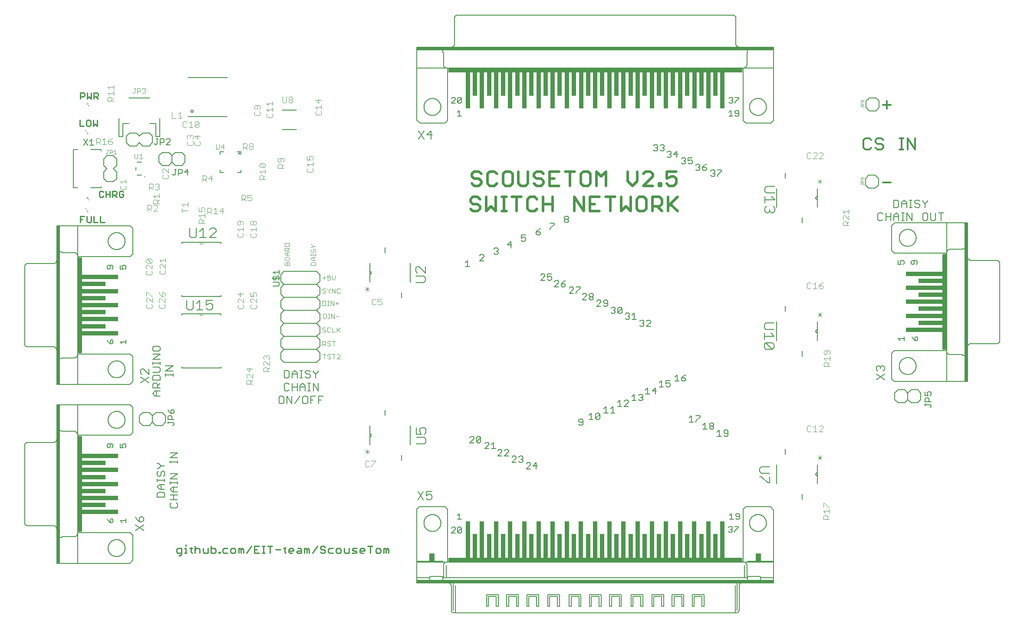
<source format=gto>
G75*
%MOIN*%
%OFA0B0*%
%FSLAX25Y25*%
%IPPOS*%
%LPD*%
%AMOC8*
5,1,8,0,0,1.08239X$1,22.5*
%
%ADD10C,0.00400*%
%ADD11C,0.00700*%
%ADD12C,0.01200*%
%ADD13C,0.02000*%
%ADD14C,0.00800*%
%ADD15C,0.00900*%
%ADD16C,0.01100*%
%ADD17C,0.00600*%
%ADD18C,0.00500*%
%ADD19R,0.03000X0.73000*%
%ADD20R,0.02000X1.22000*%
%ADD21R,0.28500X0.03200*%
%ADD22R,0.18500X0.03200*%
%ADD23C,0.00300*%
%ADD24R,2.25000X0.03000*%
%ADD25R,2.74000X0.02000*%
%ADD26R,0.03200X0.28500*%
%ADD27R,0.03200X0.18500*%
%ADD28R,0.01000X0.09500*%
%ADD29R,0.04000X0.06500*%
%ADD30C,0.00000*%
%ADD31C,0.01000*%
%ADD32C,0.00250*%
%ADD33C,0.00984*%
%ADD34R,0.01772X0.01673*%
%ADD35C,0.00200*%
D10*
X0267795Y0127801D02*
X0268562Y0127034D01*
X0270096Y0127034D01*
X0270864Y0127801D01*
X0272398Y0127801D02*
X0272398Y0127034D01*
X0272398Y0127801D02*
X0275468Y0130871D01*
X0275468Y0131638D01*
X0272398Y0131638D01*
X0270864Y0130871D02*
X0270096Y0131638D01*
X0268562Y0131638D01*
X0267795Y0130871D01*
X0267795Y0127801D01*
X0181300Y0190696D02*
X0176696Y0190696D01*
X0176696Y0192998D01*
X0177463Y0193765D01*
X0178998Y0193765D01*
X0179765Y0192998D01*
X0179765Y0190696D01*
X0179765Y0192231D02*
X0181300Y0193765D01*
X0181300Y0195300D02*
X0178231Y0198369D01*
X0177463Y0198369D01*
X0176696Y0197602D01*
X0176696Y0196067D01*
X0177463Y0195300D01*
X0181300Y0195300D02*
X0181300Y0198369D01*
X0178998Y0199904D02*
X0178998Y0202973D01*
X0176696Y0202206D02*
X0178998Y0199904D01*
X0181300Y0202206D02*
X0176696Y0202206D01*
X0189556Y0202635D02*
X0190323Y0203402D01*
X0191858Y0203402D01*
X0192625Y0202635D01*
X0192625Y0200333D01*
X0192625Y0201868D02*
X0194160Y0203402D01*
X0194160Y0204937D02*
X0191091Y0208006D01*
X0190323Y0208006D01*
X0189556Y0207239D01*
X0189556Y0205704D01*
X0190323Y0204937D01*
X0189556Y0202635D02*
X0189556Y0200333D01*
X0194160Y0200333D01*
X0194160Y0204937D02*
X0194160Y0208006D01*
X0193393Y0209541D02*
X0194160Y0210308D01*
X0194160Y0211843D01*
X0193393Y0212610D01*
X0192625Y0212610D01*
X0191858Y0211843D01*
X0191858Y0211075D01*
X0191858Y0211843D02*
X0191091Y0212610D01*
X0190323Y0212610D01*
X0189556Y0211843D01*
X0189556Y0210308D01*
X0190323Y0209541D01*
X0235000Y0213638D02*
X0237402Y0213638D01*
X0236201Y0213638D02*
X0236201Y0210035D01*
X0238683Y0210635D02*
X0239284Y0210035D01*
X0240485Y0210035D01*
X0241085Y0210635D01*
X0241085Y0211236D01*
X0240485Y0211836D01*
X0239284Y0211836D01*
X0238683Y0212437D01*
X0238683Y0213037D01*
X0239284Y0213638D01*
X0240485Y0213638D01*
X0241085Y0213037D01*
X0242366Y0213638D02*
X0244768Y0213638D01*
X0243567Y0213638D02*
X0243567Y0210035D01*
X0246049Y0210035D02*
X0248451Y0212437D01*
X0248451Y0213037D01*
X0247851Y0213638D01*
X0246650Y0213638D01*
X0246049Y0213037D01*
X0246049Y0210035D02*
X0248451Y0210035D01*
X0243567Y0220035D02*
X0243567Y0223638D01*
X0242366Y0223638D02*
X0244768Y0223638D01*
X0241085Y0223037D02*
X0240485Y0223638D01*
X0239284Y0223638D01*
X0238683Y0223037D01*
X0238683Y0222437D01*
X0239284Y0221836D01*
X0240485Y0221836D01*
X0241085Y0221236D01*
X0241085Y0220635D01*
X0240485Y0220035D01*
X0239284Y0220035D01*
X0238683Y0220635D01*
X0237402Y0220035D02*
X0236201Y0221236D01*
X0236802Y0221236D02*
X0235000Y0221236D01*
X0235000Y0220035D02*
X0235000Y0223638D01*
X0236802Y0223638D01*
X0237402Y0223037D01*
X0237402Y0221836D01*
X0236802Y0221236D01*
X0236802Y0230535D02*
X0235601Y0230535D01*
X0235000Y0231135D01*
X0235601Y0232336D02*
X0236802Y0232336D01*
X0237402Y0231736D01*
X0237402Y0231135D01*
X0236802Y0230535D01*
X0238683Y0231135D02*
X0238683Y0233537D01*
X0239284Y0234138D01*
X0240485Y0234138D01*
X0241085Y0233537D01*
X0242366Y0234138D02*
X0242366Y0230535D01*
X0244768Y0230535D01*
X0246049Y0230535D02*
X0246049Y0234138D01*
X0246650Y0232336D02*
X0248451Y0230535D01*
X0246049Y0231736D02*
X0248451Y0234138D01*
X0241085Y0231135D02*
X0240485Y0230535D01*
X0239284Y0230535D01*
X0238683Y0231135D01*
X0237402Y0233537D02*
X0236802Y0234138D01*
X0235601Y0234138D01*
X0235000Y0233537D01*
X0235000Y0232937D01*
X0235601Y0232336D01*
X0235500Y0241035D02*
X0237302Y0241035D01*
X0237902Y0241635D01*
X0237902Y0244037D01*
X0237302Y0244638D01*
X0235500Y0244638D01*
X0235500Y0241035D01*
X0239183Y0241035D02*
X0240384Y0241035D01*
X0239784Y0241035D02*
X0239784Y0244638D01*
X0240384Y0244638D02*
X0239183Y0244638D01*
X0241639Y0244638D02*
X0244041Y0241035D01*
X0244041Y0244638D01*
X0245322Y0242836D02*
X0247724Y0242836D01*
X0241639Y0241035D02*
X0241639Y0244638D01*
X0241139Y0251035D02*
X0241139Y0254638D01*
X0243541Y0251035D01*
X0243541Y0254638D01*
X0244822Y0252836D02*
X0247224Y0252836D01*
X0246023Y0254037D02*
X0246023Y0251635D01*
X0239884Y0251035D02*
X0238683Y0251035D01*
X0239284Y0251035D02*
X0239284Y0254638D01*
X0239884Y0254638D02*
X0238683Y0254638D01*
X0237402Y0254037D02*
X0237402Y0251635D01*
X0236802Y0251035D01*
X0235000Y0251035D01*
X0235000Y0254638D01*
X0236802Y0254638D01*
X0237402Y0254037D01*
X0236802Y0260535D02*
X0235601Y0260535D01*
X0235000Y0261135D01*
X0235601Y0262336D02*
X0236802Y0262336D01*
X0237402Y0261736D01*
X0237402Y0261135D01*
X0236802Y0260535D01*
X0235601Y0262336D02*
X0235000Y0262937D01*
X0235000Y0263537D01*
X0235601Y0264138D01*
X0236802Y0264138D01*
X0237402Y0263537D01*
X0238683Y0263537D02*
X0238683Y0264138D01*
X0238683Y0263537D02*
X0239884Y0262336D01*
X0239884Y0260535D01*
X0239884Y0262336D02*
X0241085Y0263537D01*
X0241085Y0264138D01*
X0242366Y0264138D02*
X0244768Y0260535D01*
X0244768Y0264138D01*
X0246049Y0263537D02*
X0246049Y0261135D01*
X0246650Y0260535D01*
X0247851Y0260535D01*
X0248451Y0261135D01*
X0248451Y0263537D02*
X0247851Y0264138D01*
X0246650Y0264138D01*
X0246049Y0263537D01*
X0242366Y0264138D02*
X0242366Y0260535D01*
X0243567Y0270535D02*
X0244768Y0271736D01*
X0244768Y0274138D01*
X0242366Y0274138D02*
X0242366Y0271736D01*
X0243567Y0270535D01*
X0241085Y0271135D02*
X0240485Y0270535D01*
X0239284Y0270535D01*
X0238683Y0271135D01*
X0238683Y0272336D02*
X0239884Y0272937D01*
X0240485Y0272937D01*
X0241085Y0272336D01*
X0241085Y0271135D01*
X0238683Y0272336D02*
X0238683Y0274138D01*
X0241085Y0274138D01*
X0237402Y0272336D02*
X0235000Y0272336D01*
X0236201Y0273537D02*
X0236201Y0271135D01*
X0229600Y0282035D02*
X0225997Y0282035D01*
X0225997Y0283836D01*
X0226597Y0284437D01*
X0228999Y0284437D01*
X0229600Y0283836D01*
X0229600Y0282035D01*
X0229600Y0285718D02*
X0227198Y0285718D01*
X0225997Y0286919D01*
X0227198Y0288120D01*
X0229600Y0288120D01*
X0229600Y0289401D02*
X0229600Y0290602D01*
X0229600Y0290002D02*
X0225997Y0290002D01*
X0225997Y0290602D02*
X0225997Y0289401D01*
X0227798Y0288120D02*
X0227798Y0285718D01*
X0227198Y0291856D02*
X0227798Y0292457D01*
X0227798Y0293658D01*
X0228399Y0294258D01*
X0228999Y0294258D01*
X0229600Y0293658D01*
X0229600Y0292457D01*
X0228999Y0291856D01*
X0227198Y0291856D02*
X0226597Y0291856D01*
X0225997Y0292457D01*
X0225997Y0293658D01*
X0226597Y0294258D01*
X0226597Y0295540D02*
X0227798Y0296741D01*
X0229600Y0296741D01*
X0227798Y0296741D02*
X0226597Y0297942D01*
X0225997Y0297942D01*
X0225997Y0295540D02*
X0226597Y0295540D01*
X0209600Y0295486D02*
X0208399Y0294285D01*
X0208399Y0294886D02*
X0208399Y0293084D01*
X0209600Y0293084D02*
X0205997Y0293084D01*
X0205997Y0294886D01*
X0206597Y0295486D01*
X0207798Y0295486D01*
X0208399Y0294886D01*
X0209600Y0296767D02*
X0209600Y0298569D01*
X0208999Y0299169D01*
X0206597Y0299169D01*
X0205997Y0298569D01*
X0205997Y0296767D01*
X0209600Y0296767D01*
X0209600Y0291803D02*
X0207198Y0291803D01*
X0205997Y0290602D01*
X0207198Y0289401D01*
X0209600Y0289401D01*
X0208999Y0288120D02*
X0206597Y0288120D01*
X0205997Y0287519D01*
X0205997Y0286318D01*
X0206597Y0285718D01*
X0208999Y0285718D01*
X0209600Y0286318D01*
X0209600Y0287519D01*
X0208999Y0288120D01*
X0207798Y0289401D02*
X0207798Y0291803D01*
X0207198Y0284437D02*
X0207798Y0283836D01*
X0207798Y0282035D01*
X0205997Y0282035D02*
X0205997Y0283836D01*
X0206597Y0284437D01*
X0207198Y0284437D01*
X0207798Y0283836D02*
X0208399Y0284437D01*
X0208999Y0284437D01*
X0209600Y0283836D01*
X0209600Y0282035D01*
X0205997Y0282035D01*
X0184279Y0260193D02*
X0184279Y0258658D01*
X0183512Y0257891D01*
X0181977Y0257891D02*
X0181210Y0259426D01*
X0181210Y0260193D01*
X0181977Y0260960D01*
X0183512Y0260960D01*
X0184279Y0260193D01*
X0181977Y0257891D02*
X0179675Y0257891D01*
X0179675Y0260960D01*
X0180443Y0256356D02*
X0179675Y0255589D01*
X0179675Y0254054D01*
X0180443Y0253287D01*
X0180443Y0251752D02*
X0179675Y0250985D01*
X0179675Y0249450D01*
X0180443Y0248683D01*
X0183512Y0248683D01*
X0184279Y0249450D01*
X0184279Y0250985D01*
X0183512Y0251752D01*
X0184279Y0253287D02*
X0181210Y0256356D01*
X0180443Y0256356D01*
X0184279Y0256356D02*
X0184279Y0253287D01*
X0174398Y0253287D02*
X0174398Y0256356D01*
X0172096Y0257891D02*
X0172096Y0260960D01*
X0169794Y0260193D02*
X0172096Y0257891D01*
X0171329Y0256356D02*
X0170562Y0256356D01*
X0169794Y0255589D01*
X0169794Y0254054D01*
X0170562Y0253287D01*
X0170562Y0251752D02*
X0169794Y0250985D01*
X0169794Y0249450D01*
X0170562Y0248683D01*
X0173631Y0248683D01*
X0174398Y0249450D01*
X0174398Y0250985D01*
X0173631Y0251752D01*
X0174398Y0253287D02*
X0171329Y0256356D01*
X0169794Y0260193D02*
X0174398Y0260193D01*
X0113799Y0260433D02*
X0113032Y0261200D01*
X0112264Y0261200D01*
X0111497Y0260433D01*
X0111497Y0258131D01*
X0113032Y0258131D01*
X0113799Y0258898D01*
X0113799Y0260433D01*
X0111497Y0258131D02*
X0109962Y0259666D01*
X0109195Y0261200D01*
X0109962Y0256596D02*
X0109195Y0255829D01*
X0109195Y0254294D01*
X0109962Y0253527D01*
X0109962Y0251992D02*
X0109195Y0251225D01*
X0109195Y0249690D01*
X0109962Y0248923D01*
X0113032Y0248923D01*
X0113799Y0249690D01*
X0113799Y0251225D01*
X0113032Y0251992D01*
X0113799Y0253527D02*
X0110730Y0256596D01*
X0109962Y0256596D01*
X0113799Y0256596D02*
X0113799Y0253527D01*
X0104158Y0253647D02*
X0101089Y0256716D01*
X0100322Y0256716D01*
X0099554Y0255949D01*
X0099554Y0254414D01*
X0100322Y0253647D01*
X0100322Y0252112D02*
X0099554Y0251345D01*
X0099554Y0249810D01*
X0100322Y0249043D01*
X0103391Y0249043D01*
X0104158Y0249810D01*
X0104158Y0251345D01*
X0103391Y0252112D01*
X0104158Y0253647D02*
X0104158Y0256716D01*
X0104158Y0258251D02*
X0103391Y0258251D01*
X0100322Y0261320D01*
X0099554Y0261320D01*
X0099554Y0258251D01*
X0100202Y0274642D02*
X0103271Y0274642D01*
X0104038Y0275409D01*
X0104038Y0276944D01*
X0103271Y0277711D01*
X0104038Y0279246D02*
X0100969Y0282315D01*
X0100202Y0282315D01*
X0099434Y0281548D01*
X0099434Y0280013D01*
X0100202Y0279246D01*
X0100202Y0277711D02*
X0099434Y0276944D01*
X0099434Y0275409D01*
X0100202Y0274642D01*
X0104038Y0279246D02*
X0104038Y0282315D01*
X0103271Y0283850D02*
X0100202Y0286919D01*
X0103271Y0286919D01*
X0104038Y0286152D01*
X0104038Y0284617D01*
X0103271Y0283850D01*
X0100202Y0283850D01*
X0099434Y0284617D01*
X0099434Y0286152D01*
X0100202Y0286919D01*
X0109796Y0285985D02*
X0111331Y0284451D01*
X0111331Y0282916D02*
X0110563Y0282916D01*
X0109796Y0282149D01*
X0109796Y0280614D01*
X0110563Y0279847D01*
X0110563Y0278312D02*
X0109796Y0277545D01*
X0109796Y0276010D01*
X0110563Y0275243D01*
X0113633Y0275243D01*
X0114400Y0276010D01*
X0114400Y0277545D01*
X0113633Y0278312D01*
X0114400Y0279847D02*
X0111331Y0282916D01*
X0114400Y0282916D02*
X0114400Y0279847D01*
X0114400Y0284451D02*
X0114400Y0287520D01*
X0114400Y0285985D02*
X0109796Y0285985D01*
X0139996Y0314223D02*
X0139996Y0316525D01*
X0140763Y0317292D01*
X0142298Y0317292D01*
X0143065Y0316525D01*
X0143065Y0314223D01*
X0143065Y0315758D02*
X0144600Y0317292D01*
X0144600Y0318827D02*
X0144600Y0321896D01*
X0144600Y0320361D02*
X0139996Y0320361D01*
X0141531Y0318827D01*
X0142298Y0323431D02*
X0141531Y0324965D01*
X0141531Y0325733D01*
X0142298Y0326500D01*
X0143833Y0326500D01*
X0144600Y0325733D01*
X0144600Y0324198D01*
X0143833Y0323431D01*
X0142298Y0323431D02*
X0139996Y0323431D01*
X0139996Y0326500D01*
X0146688Y0326139D02*
X0146688Y0321535D01*
X0146688Y0323069D02*
X0148990Y0323069D01*
X0149757Y0323837D01*
X0149757Y0325371D01*
X0148990Y0326139D01*
X0146688Y0326139D01*
X0148223Y0323069D02*
X0149757Y0321535D01*
X0151292Y0321535D02*
X0154361Y0321535D01*
X0152827Y0321535D02*
X0152827Y0326139D01*
X0151292Y0324604D01*
X0155896Y0323837D02*
X0158965Y0323837D01*
X0158198Y0326139D02*
X0155896Y0323837D01*
X0158198Y0321535D02*
X0158198Y0326139D01*
X0172792Y0331535D02*
X0172792Y0336139D01*
X0175094Y0336139D01*
X0175861Y0335371D01*
X0175861Y0333837D01*
X0175094Y0333069D01*
X0172792Y0333069D01*
X0174327Y0333069D02*
X0175861Y0331535D01*
X0177396Y0332302D02*
X0178163Y0331535D01*
X0179698Y0331535D01*
X0180465Y0332302D01*
X0180465Y0333837D01*
X0179698Y0334604D01*
X0178931Y0334604D01*
X0177396Y0333837D01*
X0177396Y0336139D01*
X0180465Y0336139D01*
X0186496Y0348035D02*
X0186496Y0350337D01*
X0187263Y0351104D01*
X0188798Y0351104D01*
X0189565Y0350337D01*
X0189565Y0348035D01*
X0189565Y0349569D02*
X0191100Y0351104D01*
X0191100Y0352639D02*
X0191100Y0355708D01*
X0191100Y0354173D02*
X0186496Y0354173D01*
X0188031Y0352639D01*
X0187263Y0357243D02*
X0186496Y0358010D01*
X0186496Y0359545D01*
X0187263Y0360312D01*
X0190333Y0357243D01*
X0191100Y0358010D01*
X0191100Y0359545D01*
X0190333Y0360312D01*
X0187263Y0360312D01*
X0187263Y0357243D02*
X0190333Y0357243D01*
X0200746Y0356785D02*
X0200746Y0359087D01*
X0201513Y0359854D01*
X0203048Y0359854D01*
X0203815Y0359087D01*
X0203815Y0356785D01*
X0203815Y0358319D02*
X0205350Y0359854D01*
X0204583Y0361389D02*
X0205350Y0362156D01*
X0205350Y0363691D01*
X0204583Y0364458D01*
X0201513Y0364458D01*
X0200746Y0363691D01*
X0200746Y0362156D01*
X0201513Y0361389D01*
X0202281Y0361389D01*
X0203048Y0362156D01*
X0203048Y0364458D01*
X0205350Y0356785D02*
X0200746Y0356785D01*
X0191100Y0348035D02*
X0186496Y0348035D01*
X0180906Y0371035D02*
X0179371Y0371035D01*
X0178604Y0371802D01*
X0178604Y0372569D01*
X0179371Y0373337D01*
X0180906Y0373337D01*
X0181673Y0372569D01*
X0181673Y0371802D01*
X0180906Y0371035D01*
X0180906Y0373337D02*
X0181673Y0374104D01*
X0181673Y0374871D01*
X0180906Y0375639D01*
X0179371Y0375639D01*
X0178604Y0374871D01*
X0178604Y0374104D01*
X0179371Y0373337D01*
X0177069Y0373337D02*
X0176302Y0372569D01*
X0174000Y0372569D01*
X0174000Y0371035D02*
X0174000Y0375639D01*
X0176302Y0375639D01*
X0177069Y0374871D01*
X0177069Y0373337D01*
X0175535Y0372569D02*
X0177069Y0371035D01*
X0149698Y0351139D02*
X0147396Y0348837D01*
X0150465Y0348837D01*
X0149698Y0346535D02*
X0149698Y0351139D01*
X0145861Y0350371D02*
X0145861Y0348837D01*
X0145094Y0348069D01*
X0142792Y0348069D01*
X0142792Y0346535D02*
X0142792Y0351139D01*
X0145094Y0351139D01*
X0145861Y0350371D01*
X0144327Y0348069D02*
X0145861Y0346535D01*
X0131600Y0330208D02*
X0131600Y0327139D01*
X0131600Y0328673D02*
X0126996Y0328673D01*
X0128531Y0327139D01*
X0126996Y0325604D02*
X0126996Y0322535D01*
X0126996Y0324069D02*
X0131600Y0324069D01*
X0139996Y0314223D02*
X0144600Y0314223D01*
X0169494Y0313697D02*
X0170262Y0312930D01*
X0171029Y0312930D01*
X0171796Y0313697D01*
X0171796Y0315999D01*
X0170262Y0315999D02*
X0169494Y0315232D01*
X0169494Y0313697D01*
X0170262Y0315999D02*
X0173331Y0315999D01*
X0174098Y0315232D01*
X0174098Y0313697D01*
X0173331Y0312930D01*
X0174098Y0311395D02*
X0174098Y0308326D01*
X0174098Y0309861D02*
X0169494Y0309861D01*
X0171029Y0308326D01*
X0170262Y0306791D02*
X0169494Y0306024D01*
X0169494Y0304489D01*
X0170262Y0303722D01*
X0173331Y0303722D01*
X0174098Y0304489D01*
X0174098Y0306024D01*
X0173331Y0306791D01*
X0179495Y0306024D02*
X0179495Y0304489D01*
X0180263Y0303722D01*
X0183332Y0303722D01*
X0184099Y0304489D01*
X0184099Y0306024D01*
X0183332Y0306791D01*
X0184099Y0308326D02*
X0184099Y0311395D01*
X0184099Y0309861D02*
X0179495Y0309861D01*
X0181030Y0308326D01*
X0180263Y0306791D02*
X0179495Y0306024D01*
X0180263Y0312930D02*
X0181030Y0312930D01*
X0181797Y0313697D01*
X0181797Y0315232D01*
X0182565Y0315999D01*
X0183332Y0315999D01*
X0184099Y0315232D01*
X0184099Y0313697D01*
X0183332Y0312930D01*
X0182565Y0312930D01*
X0181797Y0313697D01*
X0181797Y0315232D02*
X0181030Y0315999D01*
X0180263Y0315999D01*
X0179495Y0315232D01*
X0179495Y0313697D01*
X0180263Y0312930D01*
X0222996Y0354490D02*
X0223763Y0353723D01*
X0226833Y0353723D01*
X0227600Y0354490D01*
X0227600Y0356025D01*
X0226833Y0356792D01*
X0227600Y0358327D02*
X0227600Y0361396D01*
X0227600Y0359861D02*
X0222996Y0359861D01*
X0224531Y0358327D01*
X0223763Y0356792D02*
X0222996Y0356025D01*
X0222996Y0354490D01*
X0222996Y0362931D02*
X0225298Y0362931D01*
X0224531Y0364465D01*
X0224531Y0365233D01*
X0225298Y0366000D01*
X0226833Y0366000D01*
X0227600Y0365233D01*
X0227600Y0363698D01*
X0226833Y0362931D01*
X0222996Y0362931D02*
X0222996Y0366000D01*
X0230263Y0397535D02*
X0233333Y0397535D01*
X0234100Y0398302D01*
X0234100Y0399837D01*
X0233333Y0400604D01*
X0234100Y0402139D02*
X0234100Y0405208D01*
X0234100Y0403673D02*
X0229496Y0403673D01*
X0231031Y0402139D01*
X0230263Y0400604D02*
X0229496Y0399837D01*
X0229496Y0398302D01*
X0230263Y0397535D01*
X0231798Y0406743D02*
X0231798Y0409812D01*
X0229496Y0409045D02*
X0231798Y0406743D01*
X0234100Y0409045D02*
X0229496Y0409045D01*
X0211871Y0408711D02*
X0211871Y0407944D01*
X0211104Y0407176D01*
X0209569Y0407176D01*
X0208802Y0407944D01*
X0208802Y0408711D01*
X0209569Y0409478D01*
X0211104Y0409478D01*
X0211871Y0408711D01*
X0211104Y0409478D02*
X0211871Y0410246D01*
X0211871Y0411013D01*
X0211104Y0411780D01*
X0209569Y0411780D01*
X0208802Y0411013D01*
X0208802Y0410246D01*
X0209569Y0409478D01*
X0207267Y0407944D02*
X0207267Y0411780D01*
X0204198Y0411780D02*
X0204198Y0407944D01*
X0204965Y0407176D01*
X0206500Y0407176D01*
X0207267Y0407944D01*
X0196600Y0408000D02*
X0196600Y0404931D01*
X0196600Y0406465D02*
X0191996Y0406465D01*
X0193531Y0404931D01*
X0196600Y0403396D02*
X0196600Y0400327D01*
X0196600Y0401861D02*
X0191996Y0401861D01*
X0193531Y0400327D01*
X0192763Y0398792D02*
X0191996Y0398025D01*
X0191996Y0396490D01*
X0192763Y0395723D01*
X0195833Y0395723D01*
X0196600Y0396490D01*
X0196600Y0398025D01*
X0195833Y0398792D01*
X0187100Y0398094D02*
X0187100Y0399629D01*
X0186333Y0400396D01*
X0186333Y0401931D02*
X0187100Y0402698D01*
X0187100Y0404233D01*
X0186333Y0405000D01*
X0183263Y0405000D01*
X0182496Y0404233D01*
X0182496Y0402698D01*
X0183263Y0401931D01*
X0184031Y0401931D01*
X0184798Y0402698D01*
X0184798Y0405000D01*
X0183263Y0400396D02*
X0182496Y0399629D01*
X0182496Y0398094D01*
X0183263Y0397327D01*
X0186333Y0397327D01*
X0187100Y0398094D01*
X0139965Y0391871D02*
X0136896Y0388802D01*
X0137663Y0388035D01*
X0139198Y0388035D01*
X0139965Y0388802D01*
X0139965Y0391871D01*
X0139198Y0392639D01*
X0137663Y0392639D01*
X0136896Y0391871D01*
X0136896Y0388802D01*
X0135361Y0388035D02*
X0132292Y0388035D01*
X0133827Y0388035D02*
X0133827Y0392639D01*
X0132292Y0391104D01*
X0130757Y0391871D02*
X0129990Y0392639D01*
X0128456Y0392639D01*
X0127688Y0391871D01*
X0127688Y0388802D01*
X0128456Y0388035D01*
X0129990Y0388035D01*
X0130757Y0388802D01*
X0127028Y0395113D02*
X0123959Y0395113D01*
X0122424Y0395113D02*
X0119355Y0395113D01*
X0119355Y0399717D01*
X0123959Y0398183D02*
X0125494Y0399717D01*
X0125494Y0395113D01*
X0131763Y0382000D02*
X0132531Y0382000D01*
X0133298Y0381233D01*
X0134065Y0382000D01*
X0134833Y0382000D01*
X0135600Y0381233D01*
X0135600Y0379698D01*
X0134833Y0378931D01*
X0134833Y0377396D02*
X0135600Y0376629D01*
X0135600Y0375094D01*
X0134833Y0374327D01*
X0131763Y0374327D01*
X0130996Y0375094D01*
X0130996Y0376629D01*
X0131763Y0377396D01*
X0131763Y0378931D02*
X0130996Y0379698D01*
X0130996Y0381233D01*
X0131763Y0382000D01*
X0133298Y0381233D02*
X0133298Y0380465D01*
X0136496Y0381233D02*
X0138798Y0378931D01*
X0138798Y0382000D01*
X0141100Y0381233D02*
X0136496Y0381233D01*
X0137263Y0377396D02*
X0136496Y0376629D01*
X0136496Y0375094D01*
X0137263Y0374327D01*
X0140333Y0374327D01*
X0141100Y0375094D01*
X0141100Y0376629D01*
X0140333Y0377396D01*
X0116600Y0356208D02*
X0116600Y0353139D01*
X0113531Y0356208D01*
X0112763Y0356208D01*
X0111996Y0355441D01*
X0111996Y0353906D01*
X0112763Y0353139D01*
X0112763Y0351604D02*
X0111996Y0350837D01*
X0111996Y0349302D01*
X0112763Y0348535D01*
X0115833Y0348535D01*
X0116600Y0349302D01*
X0116600Y0350837D01*
X0115833Y0351604D01*
X0108698Y0344639D02*
X0109465Y0343871D01*
X0109465Y0343104D01*
X0108698Y0342337D01*
X0109465Y0341569D01*
X0109465Y0340802D01*
X0108698Y0340035D01*
X0107163Y0340035D01*
X0106396Y0340802D01*
X0104861Y0340035D02*
X0103327Y0341569D01*
X0104094Y0341569D02*
X0101792Y0341569D01*
X0101792Y0340035D02*
X0101792Y0344639D01*
X0104094Y0344639D01*
X0104861Y0343871D01*
X0104861Y0342337D01*
X0104094Y0341569D01*
X0106396Y0343871D02*
X0107163Y0344639D01*
X0108698Y0344639D01*
X0108698Y0342337D02*
X0107931Y0342337D01*
X0109600Y0337000D02*
X0109600Y0333931D01*
X0109600Y0335465D02*
X0104996Y0335465D01*
X0106531Y0333931D01*
X0107298Y0332396D02*
X0108065Y0331629D01*
X0108065Y0329327D01*
X0107406Y0328389D02*
X0105871Y0328389D01*
X0105104Y0327621D01*
X0103569Y0327621D02*
X0103569Y0326087D01*
X0102802Y0325319D01*
X0100500Y0325319D01*
X0100500Y0323785D02*
X0100500Y0328389D01*
X0102802Y0328389D01*
X0103569Y0327621D01*
X0104996Y0329327D02*
X0104996Y0331629D01*
X0105763Y0332396D01*
X0107298Y0332396D01*
X0108065Y0330862D02*
X0109600Y0332396D01*
X0109600Y0329327D02*
X0104996Y0329327D01*
X0107406Y0328389D02*
X0108173Y0327621D01*
X0108173Y0326854D01*
X0105104Y0323785D01*
X0108173Y0323785D01*
X0103569Y0323785D02*
X0102035Y0325319D01*
X0084100Y0341094D02*
X0084100Y0342629D01*
X0083333Y0343396D01*
X0084100Y0344931D02*
X0084100Y0348000D01*
X0084100Y0346465D02*
X0079496Y0346465D01*
X0081031Y0344931D01*
X0080263Y0343396D02*
X0079496Y0342629D01*
X0079496Y0341094D01*
X0080263Y0340327D01*
X0083333Y0340327D01*
X0084100Y0341094D01*
X0072698Y0375035D02*
X0073465Y0375802D01*
X0073465Y0376569D01*
X0072698Y0377337D01*
X0070396Y0377337D01*
X0070396Y0375802D01*
X0071163Y0375035D01*
X0072698Y0375035D01*
X0070396Y0377337D02*
X0071931Y0378871D01*
X0073465Y0379639D01*
X0067327Y0379639D02*
X0067327Y0375035D01*
X0068861Y0375035D02*
X0065792Y0375035D01*
X0064257Y0375035D02*
X0062723Y0376569D01*
X0063490Y0376569D02*
X0061188Y0376569D01*
X0061188Y0375035D02*
X0061188Y0379639D01*
X0063490Y0379639D01*
X0064257Y0378871D01*
X0064257Y0377337D01*
X0063490Y0376569D01*
X0065792Y0378104D02*
X0067327Y0379639D01*
X0069996Y0408223D02*
X0069996Y0410525D01*
X0070763Y0411292D01*
X0072298Y0411292D01*
X0073065Y0410525D01*
X0073065Y0408223D01*
X0073065Y0409758D02*
X0074600Y0411292D01*
X0074600Y0412827D02*
X0074600Y0415896D01*
X0074600Y0414361D02*
X0069996Y0414361D01*
X0071531Y0412827D01*
X0071531Y0417431D02*
X0069996Y0418965D01*
X0074600Y0418965D01*
X0074600Y0417431D02*
X0074600Y0420500D01*
X0074600Y0408223D02*
X0069996Y0408223D01*
X0272794Y0255373D02*
X0272794Y0252304D01*
X0273561Y0251536D01*
X0275096Y0251536D01*
X0275863Y0252304D01*
X0277398Y0252304D02*
X0278165Y0251536D01*
X0279700Y0251536D01*
X0280467Y0252304D01*
X0280467Y0253838D01*
X0279700Y0254606D01*
X0278932Y0254606D01*
X0277398Y0253838D01*
X0277398Y0256140D01*
X0280467Y0256140D01*
X0275863Y0255373D02*
X0275096Y0256140D01*
X0273561Y0256140D01*
X0272794Y0255373D01*
X0607002Y0264800D02*
X0607770Y0264033D01*
X0609304Y0264033D01*
X0610071Y0264800D01*
X0611606Y0264033D02*
X0614675Y0264033D01*
X0613141Y0264033D02*
X0613141Y0268637D01*
X0611606Y0267102D01*
X0610071Y0267870D02*
X0609304Y0268637D01*
X0607770Y0268637D01*
X0607002Y0267870D01*
X0607002Y0264800D01*
X0616210Y0264800D02*
X0616977Y0264033D01*
X0618512Y0264033D01*
X0619279Y0264800D01*
X0619279Y0265568D01*
X0618512Y0266335D01*
X0616210Y0266335D01*
X0616210Y0264800D01*
X0616210Y0266335D02*
X0617745Y0267870D01*
X0619279Y0268637D01*
X0634496Y0312533D02*
X0634496Y0314835D01*
X0635264Y0315602D01*
X0636798Y0315602D01*
X0637566Y0314835D01*
X0637566Y0312533D01*
X0639100Y0312533D02*
X0634496Y0312533D01*
X0637566Y0314067D02*
X0639100Y0315602D01*
X0639100Y0317137D02*
X0636031Y0320206D01*
X0635264Y0320206D01*
X0634496Y0319439D01*
X0634496Y0317904D01*
X0635264Y0317137D01*
X0639100Y0317137D02*
X0639100Y0320206D01*
X0639100Y0321741D02*
X0639100Y0324810D01*
X0639100Y0323275D02*
X0634496Y0323275D01*
X0636031Y0321741D01*
X0619279Y0364034D02*
X0616210Y0364034D01*
X0619279Y0367103D01*
X0619279Y0367870D01*
X0618512Y0368638D01*
X0616977Y0368638D01*
X0616210Y0367870D01*
X0614675Y0367870D02*
X0613908Y0368638D01*
X0612373Y0368638D01*
X0611606Y0367870D01*
X0610071Y0367870D02*
X0609304Y0368638D01*
X0607769Y0368638D01*
X0607002Y0367870D01*
X0607002Y0364801D01*
X0607769Y0364034D01*
X0609304Y0364034D01*
X0610071Y0364801D01*
X0611606Y0364034D02*
X0614675Y0367103D01*
X0614675Y0367870D01*
X0614675Y0364034D02*
X0611606Y0364034D01*
X0620765Y0216498D02*
X0619998Y0215731D01*
X0619998Y0214196D01*
X0620765Y0213429D01*
X0621533Y0213429D01*
X0622300Y0214196D01*
X0622300Y0216498D01*
X0623835Y0216498D02*
X0620765Y0216498D01*
X0623835Y0216498D02*
X0624602Y0215731D01*
X0624602Y0214196D01*
X0623835Y0213429D01*
X0624602Y0211894D02*
X0624602Y0208825D01*
X0624602Y0210359D02*
X0619998Y0210359D01*
X0621533Y0208825D01*
X0622300Y0207290D02*
X0623067Y0206523D01*
X0623067Y0204221D01*
X0623067Y0205756D02*
X0624602Y0207290D01*
X0622300Y0207290D02*
X0620765Y0207290D01*
X0619998Y0206523D01*
X0619998Y0204221D01*
X0624602Y0204221D01*
X0618508Y0158636D02*
X0616974Y0158636D01*
X0616206Y0157869D01*
X0618508Y0158636D02*
X0619276Y0157869D01*
X0619276Y0157101D01*
X0616206Y0154032D01*
X0619276Y0154032D01*
X0614672Y0154032D02*
X0611602Y0154032D01*
X0613137Y0154032D02*
X0613137Y0158636D01*
X0611602Y0157101D01*
X0610068Y0157869D02*
X0609300Y0158636D01*
X0607766Y0158636D01*
X0606998Y0157869D01*
X0606998Y0154799D01*
X0607766Y0154032D01*
X0609300Y0154032D01*
X0610068Y0154799D01*
X0619497Y0099002D02*
X0620265Y0099002D01*
X0623334Y0095932D01*
X0624101Y0095932D01*
X0624101Y0094398D02*
X0624101Y0091328D01*
X0624101Y0089794D02*
X0622567Y0088259D01*
X0622567Y0089026D02*
X0622567Y0086725D01*
X0624101Y0086725D02*
X0619497Y0086725D01*
X0619497Y0089026D01*
X0620265Y0089794D01*
X0621799Y0089794D01*
X0622567Y0089026D01*
X0621032Y0091328D02*
X0619497Y0092863D01*
X0624101Y0092863D01*
X0619497Y0095932D02*
X0619497Y0099002D01*
D11*
X0546419Y0151202D02*
X0545602Y0150385D01*
X0543967Y0150385D01*
X0543150Y0151202D01*
X0543967Y0152837D02*
X0546419Y0152837D01*
X0546419Y0154472D02*
X0545602Y0155289D01*
X0543967Y0155289D01*
X0543150Y0154472D01*
X0543150Y0153654D01*
X0543967Y0152837D01*
X0546419Y0151202D02*
X0546419Y0154472D01*
X0541263Y0150385D02*
X0537994Y0150385D01*
X0539628Y0150385D02*
X0539628Y0155289D01*
X0537994Y0153654D01*
X0535419Y0156702D02*
X0534602Y0155885D01*
X0532967Y0155885D01*
X0532150Y0156702D01*
X0532150Y0157519D01*
X0532967Y0158337D01*
X0534602Y0158337D01*
X0535419Y0157519D01*
X0535419Y0156702D01*
X0534602Y0158337D02*
X0535419Y0159154D01*
X0535419Y0159972D01*
X0534602Y0160789D01*
X0532967Y0160789D01*
X0532150Y0159972D01*
X0532150Y0159154D01*
X0532967Y0158337D01*
X0530263Y0155885D02*
X0526994Y0155885D01*
X0528628Y0155885D02*
X0528628Y0160789D01*
X0526994Y0159154D01*
X0521650Y0161385D02*
X0521650Y0162202D01*
X0524919Y0165472D01*
X0524919Y0166289D01*
X0521650Y0166289D01*
X0518128Y0166289D02*
X0518128Y0161385D01*
X0516494Y0161385D02*
X0519763Y0161385D01*
X0516494Y0164654D02*
X0518128Y0166289D01*
X0490602Y0182885D02*
X0490602Y0187789D01*
X0488150Y0185337D01*
X0491419Y0185337D01*
X0493494Y0188385D02*
X0496763Y0188385D01*
X0495128Y0188385D02*
X0495128Y0193289D01*
X0493494Y0191654D01*
X0498650Y0190837D02*
X0500285Y0191654D01*
X0501102Y0191654D01*
X0501919Y0190837D01*
X0501919Y0189202D01*
X0501102Y0188385D01*
X0499467Y0188385D01*
X0498650Y0189202D01*
X0498650Y0190837D02*
X0498650Y0193289D01*
X0501919Y0193289D01*
X0505494Y0192885D02*
X0508763Y0192885D01*
X0507128Y0192885D02*
X0507128Y0197789D01*
X0505494Y0196154D01*
X0510650Y0195337D02*
X0513102Y0195337D01*
X0513919Y0194519D01*
X0513919Y0193702D01*
X0513102Y0192885D01*
X0511467Y0192885D01*
X0510650Y0193702D01*
X0510650Y0195337D01*
X0512285Y0196972D01*
X0513919Y0197789D01*
X0484628Y0187789D02*
X0484628Y0182885D01*
X0482994Y0182885D02*
X0486263Y0182885D01*
X0482994Y0186154D02*
X0484628Y0187789D01*
X0480102Y0182789D02*
X0480919Y0181972D01*
X0480919Y0181154D01*
X0480102Y0180337D01*
X0480919Y0179519D01*
X0480919Y0178702D01*
X0480102Y0177885D01*
X0478467Y0177885D01*
X0477650Y0178702D01*
X0475763Y0177885D02*
X0472494Y0177885D01*
X0474128Y0177885D02*
X0474128Y0182789D01*
X0472494Y0181154D01*
X0469102Y0178289D02*
X0467467Y0178289D01*
X0466650Y0177472D01*
X0469102Y0178289D02*
X0469919Y0177472D01*
X0469919Y0176654D01*
X0466650Y0173385D01*
X0469919Y0173385D01*
X0464763Y0173385D02*
X0461494Y0173385D01*
X0463128Y0173385D02*
X0463128Y0178289D01*
X0461494Y0176654D01*
X0457785Y0173289D02*
X0457785Y0168385D01*
X0459419Y0168385D02*
X0456150Y0168385D01*
X0454263Y0168385D02*
X0450994Y0168385D01*
X0452628Y0168385D02*
X0452628Y0173289D01*
X0450994Y0171654D01*
X0447102Y0168289D02*
X0447919Y0167472D01*
X0444650Y0164202D01*
X0445467Y0163385D01*
X0447102Y0163385D01*
X0447919Y0164202D01*
X0447919Y0167472D01*
X0447102Y0168289D02*
X0445467Y0168289D01*
X0444650Y0167472D01*
X0444650Y0164202D01*
X0442763Y0163385D02*
X0439494Y0163385D01*
X0441128Y0163385D02*
X0441128Y0168289D01*
X0439494Y0166654D01*
X0434841Y0162972D02*
X0434841Y0159702D01*
X0434024Y0158885D01*
X0432389Y0158885D01*
X0431572Y0159702D01*
X0432389Y0161337D02*
X0434841Y0161337D01*
X0434841Y0162972D02*
X0434024Y0163789D01*
X0432389Y0163789D01*
X0431572Y0162972D01*
X0431572Y0162154D01*
X0432389Y0161337D01*
X0456150Y0171654D02*
X0457785Y0173289D01*
X0477650Y0181972D02*
X0478467Y0182789D01*
X0480102Y0182789D01*
X0480102Y0180337D02*
X0479285Y0180337D01*
X0399102Y0130289D02*
X0396650Y0127837D01*
X0399919Y0127837D01*
X0399102Y0125385D02*
X0399102Y0130289D01*
X0394763Y0129472D02*
X0393946Y0130289D01*
X0392311Y0130289D01*
X0391494Y0129472D01*
X0388919Y0131202D02*
X0388102Y0130385D01*
X0386467Y0130385D01*
X0385650Y0131202D01*
X0383763Y0130385D02*
X0380494Y0130385D01*
X0383763Y0133654D01*
X0383763Y0134472D01*
X0382946Y0135289D01*
X0381311Y0135289D01*
X0380494Y0134472D01*
X0377919Y0135385D02*
X0374650Y0135385D01*
X0377919Y0138654D01*
X0377919Y0139472D01*
X0377102Y0140289D01*
X0375467Y0140289D01*
X0374650Y0139472D01*
X0372763Y0139472D02*
X0371946Y0140289D01*
X0370311Y0140289D01*
X0369494Y0139472D01*
X0367919Y0140885D02*
X0364650Y0140885D01*
X0366285Y0140885D02*
X0366285Y0145789D01*
X0364650Y0144154D01*
X0362763Y0144154D02*
X0362763Y0144972D01*
X0361946Y0145789D01*
X0360311Y0145789D01*
X0359494Y0144972D01*
X0356419Y0146202D02*
X0355602Y0145385D01*
X0353967Y0145385D01*
X0353150Y0146202D01*
X0356419Y0149472D01*
X0356419Y0146202D01*
X0353150Y0146202D02*
X0353150Y0149472D01*
X0353967Y0150289D01*
X0355602Y0150289D01*
X0356419Y0149472D01*
X0351263Y0149472D02*
X0350446Y0150289D01*
X0348811Y0150289D01*
X0347994Y0149472D01*
X0351263Y0149472D02*
X0351263Y0148654D01*
X0347994Y0145385D01*
X0351263Y0145385D01*
X0359494Y0140885D02*
X0362763Y0144154D01*
X0362763Y0140885D02*
X0359494Y0140885D01*
X0369494Y0135385D02*
X0372763Y0138654D01*
X0372763Y0139472D01*
X0372763Y0135385D02*
X0369494Y0135385D01*
X0385650Y0134472D02*
X0386467Y0135289D01*
X0388102Y0135289D01*
X0388919Y0134472D01*
X0388919Y0133654D01*
X0388102Y0132837D01*
X0388919Y0132019D01*
X0388919Y0131202D01*
X0388102Y0132837D02*
X0387285Y0132837D01*
X0394763Y0129472D02*
X0394763Y0128654D01*
X0391494Y0125385D01*
X0394763Y0125385D01*
X0318798Y0107989D02*
X0314595Y0107989D01*
X0314595Y0104836D01*
X0316697Y0105887D01*
X0317748Y0105887D01*
X0318798Y0104836D01*
X0318798Y0102734D01*
X0317748Y0101683D01*
X0315646Y0101683D01*
X0314595Y0102734D01*
X0312353Y0101683D02*
X0308149Y0107989D01*
X0312353Y0107989D02*
X0308149Y0101683D01*
X0101450Y0191687D02*
X0095145Y0195890D01*
X0096196Y0198132D02*
X0095145Y0199183D01*
X0095145Y0201285D01*
X0096196Y0202336D01*
X0097247Y0202336D01*
X0101450Y0198132D01*
X0101450Y0202336D01*
X0101450Y0195890D02*
X0095145Y0191687D01*
X0095349Y0088834D02*
X0094298Y0087783D01*
X0094298Y0084630D01*
X0096400Y0084630D01*
X0097450Y0085681D01*
X0097450Y0087783D01*
X0096400Y0088834D01*
X0095349Y0088834D01*
X0092196Y0086732D02*
X0094298Y0084630D01*
X0092196Y0086732D02*
X0091145Y0088834D01*
X0091145Y0082389D02*
X0097450Y0078185D01*
X0097450Y0082389D02*
X0091145Y0078185D01*
X0402494Y0270385D02*
X0405763Y0273654D01*
X0405763Y0274472D01*
X0404946Y0275289D01*
X0403311Y0275289D01*
X0402494Y0274472D01*
X0402494Y0270385D02*
X0405763Y0270385D01*
X0407650Y0271202D02*
X0408467Y0270385D01*
X0410102Y0270385D01*
X0410919Y0271202D01*
X0410919Y0272837D01*
X0410102Y0273654D01*
X0409285Y0273654D01*
X0407650Y0272837D01*
X0407650Y0275289D01*
X0410919Y0275289D01*
X0413811Y0270289D02*
X0412994Y0269472D01*
X0413811Y0270289D02*
X0415446Y0270289D01*
X0416263Y0269472D01*
X0416263Y0268654D01*
X0412994Y0265385D01*
X0416263Y0265385D01*
X0418150Y0266202D02*
X0418967Y0265385D01*
X0420602Y0265385D01*
X0421419Y0266202D01*
X0421419Y0267019D01*
X0420602Y0267837D01*
X0418150Y0267837D01*
X0418150Y0266202D01*
X0418150Y0267837D02*
X0419785Y0269472D01*
X0421419Y0270289D01*
X0425311Y0265289D02*
X0424494Y0264472D01*
X0425311Y0265289D02*
X0426946Y0265289D01*
X0427763Y0264472D01*
X0427763Y0263654D01*
X0424494Y0260385D01*
X0427763Y0260385D01*
X0429650Y0260385D02*
X0429650Y0261202D01*
X0432919Y0264472D01*
X0432919Y0265289D01*
X0429650Y0265289D01*
X0435311Y0260289D02*
X0434494Y0259472D01*
X0435311Y0260289D02*
X0436946Y0260289D01*
X0437763Y0259472D01*
X0437763Y0258654D01*
X0434494Y0255385D01*
X0437763Y0255385D01*
X0439650Y0256202D02*
X0439650Y0257019D01*
X0440467Y0257837D01*
X0442102Y0257837D01*
X0442919Y0257019D01*
X0442919Y0256202D01*
X0442102Y0255385D01*
X0440467Y0255385D01*
X0439650Y0256202D01*
X0440467Y0257837D02*
X0439650Y0258654D01*
X0439650Y0259472D01*
X0440467Y0260289D01*
X0442102Y0260289D01*
X0442919Y0259472D01*
X0442919Y0258654D01*
X0442102Y0257837D01*
X0445494Y0254472D02*
X0446311Y0255289D01*
X0447946Y0255289D01*
X0448763Y0254472D01*
X0448763Y0253654D01*
X0445494Y0250385D01*
X0448763Y0250385D01*
X0450650Y0251202D02*
X0451467Y0250385D01*
X0453102Y0250385D01*
X0453919Y0251202D01*
X0453919Y0254472D01*
X0453102Y0255289D01*
X0451467Y0255289D01*
X0450650Y0254472D01*
X0450650Y0253654D01*
X0451467Y0252837D01*
X0453919Y0252837D01*
X0457311Y0249789D02*
X0456494Y0248972D01*
X0457311Y0249789D02*
X0458946Y0249789D01*
X0459763Y0248972D01*
X0459763Y0248154D01*
X0458946Y0247337D01*
X0459763Y0246519D01*
X0459763Y0245702D01*
X0458946Y0244885D01*
X0457311Y0244885D01*
X0456494Y0245702D01*
X0458128Y0247337D02*
X0458946Y0247337D01*
X0461650Y0245702D02*
X0461650Y0248972D01*
X0462467Y0249789D01*
X0464102Y0249789D01*
X0464919Y0248972D01*
X0461650Y0245702D01*
X0462467Y0244885D01*
X0464102Y0244885D01*
X0464919Y0245702D01*
X0464919Y0248972D01*
X0468311Y0245289D02*
X0469946Y0245289D01*
X0470763Y0244472D01*
X0470763Y0243654D01*
X0469946Y0242837D01*
X0470763Y0242019D01*
X0470763Y0241202D01*
X0469946Y0240385D01*
X0468311Y0240385D01*
X0467494Y0241202D01*
X0469128Y0242837D02*
X0469946Y0242837D01*
X0472650Y0243654D02*
X0474285Y0245289D01*
X0474285Y0240385D01*
X0475919Y0240385D02*
X0472650Y0240385D01*
X0478494Y0238972D02*
X0479311Y0239789D01*
X0480946Y0239789D01*
X0481763Y0238972D01*
X0481763Y0238154D01*
X0480946Y0237337D01*
X0481763Y0236519D01*
X0481763Y0235702D01*
X0480946Y0234885D01*
X0479311Y0234885D01*
X0478494Y0235702D01*
X0480128Y0237337D02*
X0480946Y0237337D01*
X0483650Y0238972D02*
X0484467Y0239789D01*
X0486102Y0239789D01*
X0486919Y0238972D01*
X0486919Y0238154D01*
X0483650Y0234885D01*
X0486919Y0234885D01*
X0468311Y0245289D02*
X0467494Y0244472D01*
X0390841Y0301202D02*
X0390024Y0300385D01*
X0388389Y0300385D01*
X0387572Y0301202D01*
X0387572Y0302837D02*
X0389207Y0303654D01*
X0390024Y0303654D01*
X0390841Y0302837D01*
X0390841Y0301202D01*
X0387572Y0302837D02*
X0387572Y0305289D01*
X0390841Y0305289D01*
X0399072Y0306202D02*
X0399072Y0307837D01*
X0401524Y0307837D01*
X0402341Y0307019D01*
X0402341Y0306202D01*
X0401524Y0305385D01*
X0399889Y0305385D01*
X0399072Y0306202D01*
X0399072Y0307837D02*
X0400707Y0309472D01*
X0402341Y0310289D01*
X0409572Y0310202D02*
X0409572Y0309385D01*
X0409572Y0310202D02*
X0412841Y0313472D01*
X0412841Y0314289D01*
X0409572Y0314289D01*
X0420572Y0315702D02*
X0420572Y0316519D01*
X0421389Y0317337D01*
X0423024Y0317337D01*
X0423841Y0316519D01*
X0423841Y0315702D01*
X0423024Y0314885D01*
X0421389Y0314885D01*
X0420572Y0315702D01*
X0421389Y0317337D02*
X0420572Y0318154D01*
X0420572Y0318972D01*
X0421389Y0319789D01*
X0423024Y0319789D01*
X0423841Y0318972D01*
X0423841Y0318154D01*
X0423024Y0317337D01*
X0379524Y0300289D02*
X0379524Y0295385D01*
X0380341Y0297837D02*
X0377072Y0297837D01*
X0379524Y0300289D01*
X0369841Y0294472D02*
X0369841Y0293654D01*
X0369024Y0292837D01*
X0369841Y0292019D01*
X0369841Y0291202D01*
X0369024Y0290385D01*
X0367389Y0290385D01*
X0366572Y0291202D01*
X0368207Y0292837D02*
X0369024Y0292837D01*
X0369841Y0294472D02*
X0369024Y0295289D01*
X0367389Y0295289D01*
X0366572Y0294472D01*
X0358841Y0289472D02*
X0358024Y0290289D01*
X0356389Y0290289D01*
X0355572Y0289472D01*
X0358841Y0289472D02*
X0358841Y0288654D01*
X0355572Y0285385D01*
X0358841Y0285385D01*
X0347841Y0280885D02*
X0344572Y0280885D01*
X0346207Y0280885D02*
X0346207Y0285789D01*
X0344572Y0284154D01*
X0488994Y0370702D02*
X0489811Y0369885D01*
X0491446Y0369885D01*
X0492263Y0370702D01*
X0492263Y0371519D01*
X0491446Y0372337D01*
X0490628Y0372337D01*
X0491446Y0372337D02*
X0492263Y0373154D01*
X0492263Y0373972D01*
X0491446Y0374789D01*
X0489811Y0374789D01*
X0488994Y0373972D01*
X0494150Y0373972D02*
X0494967Y0374789D01*
X0496602Y0374789D01*
X0497419Y0373972D01*
X0497419Y0373154D01*
X0496602Y0372337D01*
X0497419Y0371519D01*
X0497419Y0370702D01*
X0496602Y0369885D01*
X0494967Y0369885D01*
X0494150Y0370702D01*
X0495785Y0372337D02*
X0496602Y0372337D01*
X0499494Y0368972D02*
X0500311Y0369789D01*
X0501946Y0369789D01*
X0502763Y0368972D01*
X0502763Y0368154D01*
X0501946Y0367337D01*
X0502763Y0366519D01*
X0502763Y0365702D01*
X0501946Y0364885D01*
X0500311Y0364885D01*
X0499494Y0365702D01*
X0501128Y0367337D02*
X0501946Y0367337D01*
X0504650Y0367337D02*
X0507919Y0367337D01*
X0507102Y0369789D02*
X0504650Y0367337D01*
X0507102Y0364885D02*
X0507102Y0369789D01*
X0511311Y0364789D02*
X0512946Y0364789D01*
X0513763Y0363972D01*
X0513763Y0363154D01*
X0512946Y0362337D01*
X0513763Y0361519D01*
X0513763Y0360702D01*
X0512946Y0359885D01*
X0511311Y0359885D01*
X0510494Y0360702D01*
X0512128Y0362337D02*
X0512946Y0362337D01*
X0515650Y0362337D02*
X0517285Y0363154D01*
X0518102Y0363154D01*
X0518919Y0362337D01*
X0518919Y0360702D01*
X0518102Y0359885D01*
X0516467Y0359885D01*
X0515650Y0360702D01*
X0515650Y0362337D02*
X0515650Y0364789D01*
X0518919Y0364789D01*
X0522311Y0359789D02*
X0523946Y0359789D01*
X0524763Y0358972D01*
X0524763Y0358154D01*
X0523946Y0357337D01*
X0524763Y0356519D01*
X0524763Y0355702D01*
X0523946Y0354885D01*
X0522311Y0354885D01*
X0521494Y0355702D01*
X0523128Y0357337D02*
X0523946Y0357337D01*
X0526650Y0357337D02*
X0529102Y0357337D01*
X0529919Y0356519D01*
X0529919Y0355702D01*
X0529102Y0354885D01*
X0527467Y0354885D01*
X0526650Y0355702D01*
X0526650Y0357337D01*
X0528285Y0358972D01*
X0529919Y0359789D01*
X0533811Y0355289D02*
X0535446Y0355289D01*
X0536263Y0354472D01*
X0536263Y0353654D01*
X0535446Y0352837D01*
X0536263Y0352019D01*
X0536263Y0351202D01*
X0535446Y0350385D01*
X0533811Y0350385D01*
X0532994Y0351202D01*
X0534628Y0352837D02*
X0535446Y0352837D01*
X0532994Y0354472D02*
X0533811Y0355289D01*
X0538150Y0355289D02*
X0541419Y0355289D01*
X0541419Y0354472D01*
X0538150Y0351202D01*
X0538150Y0350385D01*
X0522311Y0359789D02*
X0521494Y0358972D01*
X0511311Y0364789D02*
X0510494Y0363972D01*
X0319298Y0382338D02*
X0315095Y0382338D01*
X0318248Y0385491D01*
X0318248Y0379185D01*
X0312853Y0379185D02*
X0308649Y0385491D01*
X0312853Y0385491D02*
X0308649Y0379185D01*
X0660145Y0203784D02*
X0661196Y0204835D01*
X0662247Y0204835D01*
X0663298Y0203784D01*
X0664349Y0204835D01*
X0665400Y0204835D01*
X0666451Y0203784D01*
X0666451Y0201683D01*
X0665400Y0200632D01*
X0666451Y0198390D02*
X0660145Y0194186D01*
X0660145Y0198390D02*
X0666451Y0194186D01*
X0661196Y0200632D02*
X0660145Y0201683D01*
X0660145Y0203784D01*
X0663298Y0203784D02*
X0663298Y0202733D01*
D12*
X0665296Y0345838D02*
X0671168Y0345838D01*
X0678039Y0370935D02*
X0680974Y0370935D01*
X0679506Y0370935D02*
X0679506Y0379742D01*
X0678039Y0379742D02*
X0680974Y0379742D01*
X0684177Y0379742D02*
X0690049Y0370935D01*
X0690049Y0379742D01*
X0684177Y0379742D02*
X0684177Y0370935D01*
X0665495Y0372403D02*
X0664027Y0370935D01*
X0661091Y0370935D01*
X0659623Y0372403D01*
X0661091Y0375338D02*
X0664027Y0375338D01*
X0665495Y0373871D01*
X0665495Y0372403D01*
X0661091Y0375338D02*
X0659623Y0376806D01*
X0659623Y0378274D01*
X0661091Y0379742D01*
X0664027Y0379742D01*
X0665495Y0378274D01*
X0656287Y0378274D02*
X0654819Y0379742D01*
X0651883Y0379742D01*
X0650415Y0378274D01*
X0650415Y0372403D01*
X0651883Y0370935D01*
X0654819Y0370935D01*
X0656287Y0372403D01*
X0668232Y0402403D02*
X0668232Y0408274D01*
X0665296Y0405338D02*
X0671168Y0405338D01*
D13*
X0506468Y0354094D02*
X0499129Y0354094D01*
X0499129Y0348589D01*
X0502799Y0350424D01*
X0504633Y0350424D01*
X0506468Y0348589D01*
X0506468Y0344920D01*
X0504633Y0343085D01*
X0500964Y0343085D01*
X0499129Y0344920D01*
X0494979Y0344920D02*
X0494979Y0343085D01*
X0493144Y0343085D01*
X0493144Y0344920D01*
X0494979Y0344920D01*
X0488513Y0343085D02*
X0481173Y0343085D01*
X0488513Y0350424D01*
X0488513Y0352259D01*
X0486678Y0354094D01*
X0483008Y0354094D01*
X0481173Y0352259D01*
X0476543Y0354094D02*
X0476543Y0346755D01*
X0472873Y0343085D01*
X0469203Y0346755D01*
X0469203Y0354094D01*
X0452602Y0354094D02*
X0452602Y0343085D01*
X0445263Y0343085D02*
X0445263Y0354094D01*
X0448933Y0350424D01*
X0452602Y0354094D01*
X0440632Y0352259D02*
X0440632Y0344920D01*
X0438797Y0343085D01*
X0435127Y0343085D01*
X0433293Y0344920D01*
X0433293Y0352259D01*
X0435127Y0354094D01*
X0438797Y0354094D01*
X0440632Y0352259D01*
X0428662Y0354094D02*
X0421322Y0354094D01*
X0424992Y0354094D02*
X0424992Y0343085D01*
X0416692Y0343085D02*
X0409352Y0343085D01*
X0409352Y0354094D01*
X0416692Y0354094D01*
X0413022Y0348589D02*
X0409352Y0348589D01*
X0404721Y0346755D02*
X0404721Y0344920D01*
X0402887Y0343085D01*
X0399217Y0343085D01*
X0397382Y0344920D01*
X0399217Y0348589D02*
X0402887Y0348589D01*
X0404721Y0346755D01*
X0404721Y0352259D02*
X0402887Y0354094D01*
X0399217Y0354094D01*
X0397382Y0352259D01*
X0397382Y0350424D01*
X0399217Y0348589D01*
X0392751Y0344920D02*
X0392751Y0354094D01*
X0385412Y0354094D02*
X0385412Y0344920D01*
X0387247Y0343085D01*
X0390916Y0343085D01*
X0392751Y0344920D01*
X0394229Y0334594D02*
X0392394Y0332759D01*
X0392394Y0325420D01*
X0394229Y0323585D01*
X0397899Y0323585D01*
X0399734Y0325420D01*
X0404364Y0323585D02*
X0404364Y0334594D01*
X0399734Y0332759D02*
X0397899Y0334594D01*
X0394229Y0334594D01*
X0387764Y0334594D02*
X0380424Y0334594D01*
X0384094Y0334594D02*
X0384094Y0323585D01*
X0376114Y0323585D02*
X0372444Y0323585D01*
X0374279Y0323585D02*
X0374279Y0334594D01*
X0372444Y0334594D02*
X0376114Y0334594D01*
X0367813Y0334594D02*
X0367813Y0323585D01*
X0364143Y0327255D01*
X0360474Y0323585D01*
X0360474Y0334594D01*
X0355843Y0332759D02*
X0354008Y0334594D01*
X0350338Y0334594D01*
X0348503Y0332759D01*
X0348503Y0330924D01*
X0350338Y0329089D01*
X0354008Y0329089D01*
X0355843Y0327255D01*
X0355843Y0325420D01*
X0354008Y0323585D01*
X0350338Y0323585D01*
X0348503Y0325420D01*
X0351336Y0343085D02*
X0349501Y0344920D01*
X0351336Y0343085D02*
X0355006Y0343085D01*
X0356841Y0344920D01*
X0356841Y0346755D01*
X0355006Y0348589D01*
X0351336Y0348589D01*
X0349501Y0350424D01*
X0349501Y0352259D01*
X0351336Y0354094D01*
X0355006Y0354094D01*
X0356841Y0352259D01*
X0361471Y0352259D02*
X0361471Y0344920D01*
X0363306Y0343085D01*
X0366976Y0343085D01*
X0368811Y0344920D01*
X0373441Y0344920D02*
X0375276Y0343085D01*
X0378946Y0343085D01*
X0380781Y0344920D01*
X0380781Y0352259D01*
X0378946Y0354094D01*
X0375276Y0354094D01*
X0373441Y0352259D01*
X0373441Y0344920D01*
X0368811Y0352259D02*
X0366976Y0354094D01*
X0363306Y0354094D01*
X0361471Y0352259D01*
X0404364Y0329089D02*
X0411704Y0329089D01*
X0411704Y0323585D02*
X0411704Y0334594D01*
X0428305Y0334594D02*
X0435645Y0323585D01*
X0435645Y0334594D01*
X0440275Y0334594D02*
X0440275Y0323585D01*
X0447615Y0323585D01*
X0443945Y0329089D02*
X0440275Y0329089D01*
X0440275Y0334594D02*
X0447615Y0334594D01*
X0452245Y0334594D02*
X0459585Y0334594D01*
X0455915Y0334594D02*
X0455915Y0323585D01*
X0464216Y0323585D02*
X0467885Y0327255D01*
X0471555Y0323585D01*
X0471555Y0334594D01*
X0476186Y0332759D02*
X0476186Y0325420D01*
X0478021Y0323585D01*
X0481691Y0323585D01*
X0483525Y0325420D01*
X0483525Y0332759D01*
X0481691Y0334594D01*
X0478021Y0334594D01*
X0476186Y0332759D01*
X0488156Y0334594D02*
X0488156Y0323585D01*
X0488156Y0327255D02*
X0493661Y0327255D01*
X0495496Y0329089D01*
X0495496Y0332759D01*
X0493661Y0334594D01*
X0488156Y0334594D01*
X0500126Y0334594D02*
X0500126Y0323585D01*
X0500126Y0327255D02*
X0507466Y0334594D01*
X0501961Y0329089D02*
X0507466Y0323585D01*
X0495496Y0323585D02*
X0491826Y0327255D01*
X0464216Y0323585D02*
X0464216Y0334594D01*
X0428305Y0334594D02*
X0428305Y0323585D01*
D14*
X0313902Y0281123D02*
X0313902Y0276185D01*
X0308965Y0281123D01*
X0307730Y0281123D01*
X0306496Y0279888D01*
X0306496Y0277420D01*
X0307730Y0276185D01*
X0306496Y0273572D02*
X0312668Y0273572D01*
X0313902Y0272338D01*
X0313902Y0269869D01*
X0312668Y0268635D01*
X0306496Y0268635D01*
X0231673Y0201140D02*
X0231673Y0200172D01*
X0229738Y0198237D01*
X0229738Y0195335D01*
X0229738Y0198237D02*
X0227803Y0200172D01*
X0227803Y0201140D01*
X0225596Y0200172D02*
X0224628Y0201140D01*
X0222693Y0201140D01*
X0221726Y0200172D01*
X0221726Y0199205D01*
X0222693Y0198237D01*
X0224628Y0198237D01*
X0225596Y0197270D01*
X0225596Y0196302D01*
X0224628Y0195335D01*
X0222693Y0195335D01*
X0221726Y0196302D01*
X0219609Y0195335D02*
X0217674Y0195335D01*
X0218642Y0195335D02*
X0218642Y0201140D01*
X0219609Y0201140D02*
X0217674Y0201140D01*
X0215467Y0199205D02*
X0213532Y0201140D01*
X0211597Y0199205D01*
X0211597Y0195335D01*
X0209390Y0196302D02*
X0209390Y0200172D01*
X0208422Y0201140D01*
X0205520Y0201140D01*
X0205520Y0195335D01*
X0208422Y0195335D01*
X0209390Y0196302D01*
X0211597Y0198237D02*
X0215467Y0198237D01*
X0215467Y0199205D02*
X0215467Y0195335D01*
X0215467Y0191240D02*
X0215467Y0185435D01*
X0217674Y0185435D02*
X0217674Y0189305D01*
X0219609Y0191240D01*
X0221544Y0189305D01*
X0221544Y0185435D01*
X0223751Y0185435D02*
X0225686Y0185435D01*
X0224719Y0185435D02*
X0224719Y0191240D01*
X0225686Y0191240D02*
X0223751Y0191240D01*
X0221544Y0188337D02*
X0217674Y0188337D01*
X0215467Y0188337D02*
X0211597Y0188337D01*
X0211597Y0185435D02*
X0211597Y0191240D01*
X0209390Y0190272D02*
X0208422Y0191240D01*
X0206487Y0191240D01*
X0205520Y0190272D01*
X0205520Y0186402D01*
X0206487Y0185435D01*
X0208422Y0185435D01*
X0209390Y0186402D01*
X0207546Y0181340D02*
X0211416Y0175535D01*
X0211416Y0181340D01*
X0207546Y0181340D02*
X0207546Y0175535D01*
X0205338Y0176502D02*
X0205338Y0180372D01*
X0204371Y0181340D01*
X0202436Y0181340D01*
X0201468Y0180372D01*
X0201468Y0176502D01*
X0202436Y0175535D01*
X0204371Y0175535D01*
X0205338Y0176502D01*
X0213623Y0175535D02*
X0217493Y0181340D01*
X0219700Y0180372D02*
X0219700Y0176502D01*
X0220667Y0175535D01*
X0222602Y0175535D01*
X0223570Y0176502D01*
X0223570Y0180372D01*
X0222602Y0181340D01*
X0220667Y0181340D01*
X0219700Y0180372D01*
X0225777Y0181340D02*
X0229647Y0181340D01*
X0231854Y0181340D02*
X0235724Y0181340D01*
X0233789Y0178437D02*
X0231854Y0178437D01*
X0231854Y0175535D02*
X0231854Y0181340D01*
X0231673Y0185435D02*
X0231673Y0191240D01*
X0227803Y0191240D02*
X0227803Y0185435D01*
X0231673Y0185435D02*
X0227803Y0191240D01*
X0225777Y0181340D02*
X0225777Y0175535D01*
X0225777Y0178437D02*
X0227712Y0178437D01*
X0306992Y0157124D02*
X0306992Y0152186D01*
X0310695Y0152186D01*
X0309461Y0154655D01*
X0309461Y0155890D01*
X0310695Y0157124D01*
X0313164Y0157124D01*
X0314398Y0155890D01*
X0314398Y0153421D01*
X0313164Y0152186D01*
X0313164Y0149573D02*
X0306992Y0149573D01*
X0306992Y0144636D02*
X0313164Y0144636D01*
X0314398Y0145870D01*
X0314398Y0148339D01*
X0313164Y0149573D01*
X0150640Y0248968D02*
X0149405Y0247734D01*
X0146937Y0247734D01*
X0145702Y0248968D01*
X0145702Y0251437D02*
X0148171Y0252671D01*
X0149405Y0252671D01*
X0150640Y0251437D01*
X0150640Y0248968D01*
X0145702Y0251437D02*
X0145702Y0255140D01*
X0150640Y0255140D01*
X0140621Y0255140D02*
X0138152Y0252671D01*
X0140621Y0255140D02*
X0140621Y0247734D01*
X0143089Y0247734D02*
X0138152Y0247734D01*
X0135539Y0248968D02*
X0135539Y0255140D01*
X0130601Y0255140D02*
X0130601Y0248968D01*
X0131836Y0247734D01*
X0134305Y0247734D01*
X0135539Y0248968D01*
X0109283Y0219785D02*
X0105413Y0219785D01*
X0104445Y0218817D01*
X0104445Y0216882D01*
X0105413Y0215915D01*
X0109283Y0215915D01*
X0110250Y0216882D01*
X0110250Y0218817D01*
X0109283Y0219785D01*
X0110250Y0213708D02*
X0104445Y0213708D01*
X0104445Y0209838D02*
X0110250Y0213708D01*
X0110250Y0209838D02*
X0104445Y0209838D01*
X0104445Y0207721D02*
X0104445Y0205786D01*
X0104445Y0206754D02*
X0110250Y0206754D01*
X0110250Y0207721D02*
X0110250Y0205786D01*
X0109283Y0203579D02*
X0104445Y0203579D01*
X0104445Y0199709D02*
X0109283Y0199709D01*
X0110250Y0200676D01*
X0110250Y0202611D01*
X0109283Y0203579D01*
X0114345Y0204592D02*
X0120150Y0204592D01*
X0114345Y0200722D01*
X0120150Y0200722D01*
X0120150Y0198605D02*
X0120150Y0196670D01*
X0120150Y0197638D02*
X0114345Y0197638D01*
X0114345Y0198605D02*
X0114345Y0196670D01*
X0110250Y0196534D02*
X0109283Y0197502D01*
X0105413Y0197502D01*
X0104445Y0196534D01*
X0104445Y0193632D01*
X0110250Y0193632D01*
X0110250Y0196534D01*
X0110250Y0191425D02*
X0108315Y0189490D01*
X0108315Y0190457D02*
X0108315Y0187555D01*
X0110250Y0187555D02*
X0104445Y0187555D01*
X0104445Y0190457D01*
X0105413Y0191425D01*
X0107348Y0191425D01*
X0108315Y0190457D01*
X0107348Y0185347D02*
X0107348Y0181477D01*
X0106380Y0181477D02*
X0104445Y0183412D01*
X0106380Y0185347D01*
X0110250Y0185347D01*
X0110250Y0181477D02*
X0106380Y0181477D01*
X0117845Y0137811D02*
X0123650Y0137811D01*
X0117845Y0133941D01*
X0123650Y0133941D01*
X0123650Y0131824D02*
X0123650Y0129889D01*
X0123650Y0130857D02*
X0117845Y0130857D01*
X0117845Y0131824D02*
X0117845Y0129889D01*
X0113750Y0127773D02*
X0110848Y0127773D01*
X0108913Y0129708D01*
X0107945Y0129708D01*
X0110848Y0127773D02*
X0108913Y0125838D01*
X0107945Y0125838D01*
X0108913Y0123630D02*
X0107945Y0122663D01*
X0107945Y0120728D01*
X0108913Y0119760D01*
X0109880Y0119760D01*
X0110848Y0120728D01*
X0110848Y0122663D01*
X0111815Y0123630D01*
X0112783Y0123630D01*
X0113750Y0122663D01*
X0113750Y0120728D01*
X0112783Y0119760D01*
X0113750Y0117644D02*
X0113750Y0115709D01*
X0113750Y0116676D02*
X0107945Y0116676D01*
X0107945Y0115709D02*
X0107945Y0117644D01*
X0109880Y0113502D02*
X0107945Y0111567D01*
X0109880Y0109632D01*
X0113750Y0109632D01*
X0112783Y0107425D02*
X0108913Y0107425D01*
X0107945Y0106457D01*
X0107945Y0103555D01*
X0113750Y0103555D01*
X0113750Y0106457D01*
X0112783Y0107425D01*
X0110848Y0109632D02*
X0110848Y0113502D01*
X0109880Y0113502D02*
X0113750Y0113502D01*
X0117845Y0113683D02*
X0117845Y0115618D01*
X0117845Y0114651D02*
X0123650Y0114651D01*
X0123650Y0115618D02*
X0123650Y0113683D01*
X0123650Y0111476D02*
X0119780Y0111476D01*
X0117845Y0109541D01*
X0119780Y0107606D01*
X0123650Y0107606D01*
X0123650Y0105399D02*
X0117845Y0105399D01*
X0120748Y0105399D02*
X0120748Y0101529D01*
X0123650Y0101529D02*
X0117845Y0101529D01*
X0118813Y0099322D02*
X0117845Y0098354D01*
X0117845Y0096419D01*
X0118813Y0095452D01*
X0122683Y0095452D01*
X0123650Y0096419D01*
X0123650Y0098354D01*
X0122683Y0099322D01*
X0120748Y0107606D02*
X0120748Y0111476D01*
X0123650Y0117735D02*
X0117845Y0117735D01*
X0123650Y0121605D01*
X0117845Y0121605D01*
X0134336Y0303233D02*
X0136805Y0303233D01*
X0138039Y0304467D01*
X0138039Y0310639D01*
X0140652Y0308170D02*
X0143121Y0310639D01*
X0143121Y0303233D01*
X0145589Y0303233D02*
X0140652Y0303233D01*
X0134336Y0303233D02*
X0133101Y0304467D01*
X0133101Y0310639D01*
X0148202Y0309405D02*
X0149437Y0310639D01*
X0151905Y0310639D01*
X0153140Y0309405D01*
X0153140Y0308170D01*
X0148202Y0303233D01*
X0153140Y0303233D01*
X0076799Y0348834D02*
X0074299Y0346334D01*
X0069299Y0346334D01*
X0066799Y0348834D01*
X0066799Y0353834D01*
X0069299Y0356334D01*
X0066799Y0358834D01*
X0066799Y0363834D01*
X0069299Y0366334D01*
X0074299Y0366334D01*
X0076799Y0363834D01*
X0076799Y0358834D01*
X0074299Y0356334D01*
X0076799Y0353834D01*
X0076799Y0348834D01*
X0092608Y0351335D02*
X0095990Y0351335D01*
X0091508Y0355278D02*
X0091508Y0357391D01*
X0092608Y0361335D02*
X0095990Y0361335D01*
X0096801Y0373833D02*
X0094301Y0376333D01*
X0091801Y0373833D01*
X0086801Y0373833D01*
X0084301Y0376333D01*
X0084301Y0381333D01*
X0086801Y0383833D01*
X0091801Y0383833D01*
X0094301Y0381333D01*
X0096801Y0383833D01*
X0101801Y0383833D01*
X0104301Y0381333D01*
X0104301Y0376333D01*
X0101801Y0373833D01*
X0096801Y0373833D01*
X0106899Y0381118D02*
X0110048Y0381118D01*
X0110048Y0394897D01*
X0106899Y0390960D02*
X0106899Y0381118D01*
X0106899Y0390960D02*
X0102174Y0390960D01*
X0086426Y0390960D02*
X0081702Y0390960D01*
X0081702Y0381118D01*
X0078552Y0381118D01*
X0078552Y0394897D01*
X0086426Y0410645D02*
X0102174Y0410645D01*
X0156300Y0369435D02*
X0158900Y0369435D01*
X0156300Y0369435D02*
X0156300Y0367335D01*
X0169600Y0369335D02*
X0172200Y0369335D01*
X0172200Y0367235D01*
X0172200Y0355435D02*
X0172200Y0353335D01*
X0169600Y0353335D01*
X0158900Y0353235D02*
X0156300Y0353235D01*
X0156300Y0355335D01*
X0203788Y0386354D02*
X0214812Y0386354D01*
X0214812Y0401315D02*
X0203788Y0401315D01*
X0574702Y0341298D02*
X0574702Y0338829D01*
X0575936Y0337595D01*
X0582108Y0337595D01*
X0579639Y0334982D02*
X0582108Y0332513D01*
X0574702Y0332513D01*
X0574702Y0334982D02*
X0574702Y0330044D01*
X0575936Y0327431D02*
X0574702Y0326197D01*
X0574702Y0323728D01*
X0575936Y0322494D01*
X0577171Y0322494D01*
X0578405Y0323728D01*
X0578405Y0324962D01*
X0578405Y0323728D02*
X0579639Y0322494D01*
X0580874Y0322494D01*
X0582108Y0323728D01*
X0582108Y0326197D01*
X0580874Y0327431D01*
X0582108Y0342532D02*
X0575936Y0342532D01*
X0574702Y0341298D01*
X0661365Y0321322D02*
X0661365Y0317452D01*
X0662333Y0316485D01*
X0664268Y0316485D01*
X0665235Y0317452D01*
X0667443Y0316485D02*
X0667443Y0322290D01*
X0665235Y0321322D02*
X0664268Y0322290D01*
X0662333Y0322290D01*
X0661365Y0321322D01*
X0667443Y0319387D02*
X0671313Y0319387D01*
X0673520Y0319387D02*
X0677390Y0319387D01*
X0677390Y0320355D02*
X0677390Y0316485D01*
X0679597Y0316485D02*
X0681532Y0316485D01*
X0680565Y0316485D02*
X0680565Y0322290D01*
X0681532Y0322290D02*
X0679597Y0322290D01*
X0677390Y0320355D02*
X0675455Y0322290D01*
X0673520Y0320355D01*
X0673520Y0316485D01*
X0671313Y0316485D02*
X0671313Y0322290D01*
X0673520Y0326385D02*
X0676422Y0326385D01*
X0677390Y0327352D01*
X0677390Y0331222D01*
X0676422Y0332190D01*
X0673520Y0332190D01*
X0673520Y0326385D01*
X0679597Y0326385D02*
X0679597Y0330255D01*
X0681532Y0332190D01*
X0683467Y0330255D01*
X0683467Y0326385D01*
X0685674Y0326385D02*
X0687609Y0326385D01*
X0686642Y0326385D02*
X0686642Y0332190D01*
X0687609Y0332190D02*
X0685674Y0332190D01*
X0683467Y0329287D02*
X0679597Y0329287D01*
X0689726Y0330255D02*
X0690693Y0329287D01*
X0692628Y0329287D01*
X0693596Y0328320D01*
X0693596Y0327352D01*
X0692628Y0326385D01*
X0690693Y0326385D01*
X0689726Y0327352D01*
X0689726Y0330255D02*
X0689726Y0331222D01*
X0690693Y0332190D01*
X0692628Y0332190D01*
X0693596Y0331222D01*
X0695803Y0331222D02*
X0697738Y0329287D01*
X0697738Y0326385D01*
X0697738Y0329287D02*
X0699673Y0331222D01*
X0699673Y0332190D01*
X0695803Y0332190D02*
X0695803Y0331222D01*
X0696770Y0322290D02*
X0695803Y0321322D01*
X0695803Y0317452D01*
X0696770Y0316485D01*
X0698705Y0316485D01*
X0699673Y0317452D01*
X0699673Y0321322D01*
X0698705Y0322290D01*
X0696770Y0322290D01*
X0701880Y0322290D02*
X0701880Y0317452D01*
X0702848Y0316485D01*
X0704783Y0316485D01*
X0705750Y0317452D01*
X0705750Y0322290D01*
X0707957Y0322290D02*
X0711827Y0322290D01*
X0709892Y0322290D02*
X0709892Y0316485D01*
X0687518Y0316485D02*
X0687518Y0322290D01*
X0683649Y0322290D02*
X0683649Y0316485D01*
X0687518Y0316485D02*
X0683649Y0322290D01*
X0581608Y0237536D02*
X0575436Y0237536D01*
X0574202Y0236301D01*
X0574202Y0233833D01*
X0575436Y0232598D01*
X0581608Y0232598D01*
X0579139Y0229985D02*
X0581608Y0227517D01*
X0574202Y0227517D01*
X0574202Y0229985D02*
X0574202Y0225048D01*
X0575436Y0222435D02*
X0574202Y0221200D01*
X0574202Y0218732D01*
X0575436Y0217497D01*
X0580374Y0217497D01*
X0575436Y0222435D01*
X0580374Y0222435D01*
X0581608Y0221200D01*
X0581608Y0218732D01*
X0580374Y0217497D01*
X0578108Y0127036D02*
X0571936Y0127036D01*
X0570701Y0125802D01*
X0570701Y0123333D01*
X0571936Y0122099D01*
X0578108Y0122099D01*
X0578108Y0119486D02*
X0578108Y0114548D01*
X0576873Y0114548D01*
X0571936Y0119486D01*
X0570701Y0119486D01*
D15*
X0082042Y0335269D02*
X0082042Y0336837D01*
X0080474Y0336837D01*
X0078906Y0338405D02*
X0078906Y0335269D01*
X0079690Y0334485D01*
X0081258Y0334485D01*
X0082042Y0335269D01*
X0082042Y0338405D02*
X0081258Y0339189D01*
X0079690Y0339189D01*
X0078906Y0338405D01*
X0076886Y0338405D02*
X0076886Y0336837D01*
X0076102Y0336053D01*
X0073750Y0336053D01*
X0075318Y0336053D02*
X0076886Y0334485D01*
X0073750Y0334485D02*
X0073750Y0339189D01*
X0076102Y0339189D01*
X0076886Y0338405D01*
X0071730Y0339189D02*
X0071730Y0334485D01*
X0071730Y0336837D02*
X0068594Y0336837D01*
X0068594Y0334485D02*
X0068594Y0339189D01*
X0066573Y0338405D02*
X0065789Y0339189D01*
X0064221Y0339189D01*
X0063437Y0338405D01*
X0063437Y0335269D01*
X0064221Y0334485D01*
X0065789Y0334485D01*
X0066573Y0335269D01*
X0064406Y0319689D02*
X0064406Y0314985D01*
X0067542Y0314985D01*
X0062386Y0314985D02*
X0059250Y0314985D01*
X0059250Y0319689D01*
X0057230Y0319689D02*
X0057230Y0315769D01*
X0056446Y0314985D01*
X0054878Y0314985D01*
X0054094Y0315769D01*
X0054094Y0319689D01*
X0052073Y0319689D02*
X0048937Y0319689D01*
X0048937Y0314985D01*
X0048937Y0317337D02*
X0050505Y0317337D01*
X0051651Y0388985D02*
X0048515Y0388985D01*
X0048515Y0393689D01*
X0053672Y0392905D02*
X0054456Y0393689D01*
X0056024Y0393689D01*
X0056808Y0392905D01*
X0056808Y0389769D01*
X0056024Y0388985D01*
X0054456Y0388985D01*
X0053672Y0389769D01*
X0053672Y0392905D01*
X0058828Y0393689D02*
X0058828Y0388985D01*
X0060396Y0390553D01*
X0061964Y0388985D01*
X0061964Y0393689D01*
X0062464Y0409985D02*
X0060896Y0411553D01*
X0061680Y0411553D02*
X0059328Y0411553D01*
X0059328Y0409985D02*
X0059328Y0414689D01*
X0061680Y0414689D01*
X0062464Y0413905D01*
X0062464Y0412337D01*
X0061680Y0411553D01*
X0057308Y0409985D02*
X0057308Y0414689D01*
X0054172Y0414689D02*
X0054172Y0409985D01*
X0055740Y0411553D01*
X0057308Y0409985D01*
X0052151Y0412337D02*
X0051367Y0411553D01*
X0049015Y0411553D01*
X0049015Y0409985D02*
X0049015Y0414689D01*
X0051367Y0414689D01*
X0052151Y0413905D01*
X0052151Y0412337D01*
D16*
X0129845Y0067007D02*
X0129845Y0066089D01*
X0129845Y0064255D02*
X0129845Y0060585D01*
X0130762Y0060585D02*
X0128927Y0060585D01*
X0126520Y0060585D02*
X0123767Y0060585D01*
X0122850Y0061502D01*
X0122850Y0063337D01*
X0123767Y0064255D01*
X0126520Y0064255D01*
X0126520Y0059667D01*
X0125602Y0058750D01*
X0124685Y0058750D01*
X0128927Y0064255D02*
X0129845Y0064255D01*
X0132979Y0064255D02*
X0134814Y0064255D01*
X0133896Y0065172D02*
X0133896Y0061502D01*
X0134814Y0060585D01*
X0137030Y0060585D02*
X0137030Y0066089D01*
X0137948Y0064255D02*
X0139782Y0064255D01*
X0140700Y0063337D01*
X0140700Y0060585D01*
X0143107Y0061502D02*
X0144025Y0060585D01*
X0146777Y0060585D01*
X0146777Y0064255D01*
X0149184Y0064255D02*
X0151937Y0064255D01*
X0152854Y0063337D01*
X0152854Y0061502D01*
X0151937Y0060585D01*
X0149184Y0060585D01*
X0149184Y0066089D01*
X0143107Y0064255D02*
X0143107Y0061502D01*
X0137948Y0064255D02*
X0137030Y0063337D01*
X0155262Y0061502D02*
X0156179Y0061502D01*
X0156179Y0060585D01*
X0155262Y0060585D01*
X0155262Y0061502D01*
X0158300Y0061502D02*
X0159218Y0060585D01*
X0161970Y0060585D01*
X0164377Y0061502D02*
X0165295Y0060585D01*
X0167130Y0060585D01*
X0168047Y0061502D01*
X0168047Y0063337D01*
X0167130Y0064255D01*
X0165295Y0064255D01*
X0164377Y0063337D01*
X0164377Y0061502D01*
X0161970Y0064255D02*
X0159218Y0064255D01*
X0158300Y0063337D01*
X0158300Y0061502D01*
X0170455Y0060585D02*
X0170455Y0064255D01*
X0171372Y0064255D01*
X0172290Y0063337D01*
X0173207Y0064255D01*
X0174124Y0063337D01*
X0174124Y0060585D01*
X0172290Y0060585D02*
X0172290Y0063337D01*
X0176532Y0060585D02*
X0180202Y0066089D01*
X0182609Y0066089D02*
X0182609Y0060585D01*
X0186279Y0060585D01*
X0188686Y0060585D02*
X0190521Y0060585D01*
X0189604Y0060585D02*
X0189604Y0066089D01*
X0190521Y0066089D02*
X0188686Y0066089D01*
X0186279Y0066089D02*
X0182609Y0066089D01*
X0182609Y0063337D02*
X0184444Y0063337D01*
X0192738Y0066089D02*
X0196407Y0066089D01*
X0194573Y0066089D02*
X0194573Y0060585D01*
X0198815Y0063337D02*
X0202485Y0063337D01*
X0204892Y0064255D02*
X0206727Y0064255D01*
X0205809Y0065172D02*
X0205809Y0061502D01*
X0206727Y0060585D01*
X0208943Y0061502D02*
X0208943Y0063337D01*
X0209861Y0064255D01*
X0211696Y0064255D01*
X0212613Y0063337D01*
X0212613Y0062420D01*
X0208943Y0062420D01*
X0208943Y0061502D02*
X0209861Y0060585D01*
X0211696Y0060585D01*
X0215021Y0061502D02*
X0215938Y0062420D01*
X0218690Y0062420D01*
X0218690Y0063337D02*
X0218690Y0060585D01*
X0215938Y0060585D01*
X0215021Y0061502D01*
X0215938Y0064255D02*
X0217773Y0064255D01*
X0218690Y0063337D01*
X0221098Y0064255D02*
X0222015Y0064255D01*
X0222933Y0063337D01*
X0223850Y0064255D01*
X0224768Y0063337D01*
X0224768Y0060585D01*
X0222933Y0060585D02*
X0222933Y0063337D01*
X0221098Y0064255D02*
X0221098Y0060585D01*
X0227175Y0060585D02*
X0230845Y0066089D01*
X0233252Y0065172D02*
X0233252Y0064255D01*
X0234170Y0063337D01*
X0236005Y0063337D01*
X0236922Y0062420D01*
X0236922Y0061502D01*
X0236005Y0060585D01*
X0234170Y0060585D01*
X0233252Y0061502D01*
X0233252Y0065172D02*
X0234170Y0066089D01*
X0236005Y0066089D01*
X0236922Y0065172D01*
X0239329Y0063337D02*
X0239329Y0061502D01*
X0240247Y0060585D01*
X0242999Y0060585D01*
X0245407Y0061502D02*
X0246324Y0060585D01*
X0248159Y0060585D01*
X0249076Y0061502D01*
X0249076Y0063337D01*
X0248159Y0064255D01*
X0246324Y0064255D01*
X0245407Y0063337D01*
X0245407Y0061502D01*
X0242999Y0064255D02*
X0240247Y0064255D01*
X0239329Y0063337D01*
X0251484Y0064255D02*
X0251484Y0061502D01*
X0252401Y0060585D01*
X0255154Y0060585D01*
X0255154Y0064255D01*
X0257561Y0063337D02*
X0258478Y0064255D01*
X0261231Y0064255D01*
X0260313Y0062420D02*
X0258478Y0062420D01*
X0257561Y0063337D01*
X0257561Y0060585D02*
X0260313Y0060585D01*
X0261231Y0061502D01*
X0260313Y0062420D01*
X0263638Y0062420D02*
X0267308Y0062420D01*
X0267308Y0063337D01*
X0266391Y0064255D01*
X0264556Y0064255D01*
X0263638Y0063337D01*
X0263638Y0061502D01*
X0264556Y0060585D01*
X0266391Y0060585D01*
X0271550Y0060585D02*
X0271550Y0066089D01*
X0269715Y0066089D02*
X0273385Y0066089D01*
X0275793Y0063337D02*
X0275793Y0061502D01*
X0276710Y0060585D01*
X0278545Y0060585D01*
X0279462Y0061502D01*
X0279462Y0063337D01*
X0278545Y0064255D01*
X0276710Y0064255D01*
X0275793Y0063337D01*
X0281870Y0064255D02*
X0282787Y0064255D01*
X0283705Y0063337D01*
X0284622Y0064255D01*
X0285540Y0063337D01*
X0285540Y0060585D01*
X0283705Y0060585D02*
X0283705Y0063337D01*
X0281870Y0064255D02*
X0281870Y0060585D01*
D17*
X0030800Y0052835D02*
X0030800Y0083335D01*
X0030800Y0144335D01*
X0030800Y0174835D01*
X0032800Y0174835D01*
X0032800Y0164835D01*
X0032800Y0154835D01*
X0034800Y0154835D01*
X0034800Y0154335D01*
X0044300Y0154335D01*
X0044398Y0154333D01*
X0044496Y0154327D01*
X0044594Y0154318D01*
X0044691Y0154304D01*
X0044788Y0154287D01*
X0044884Y0154266D01*
X0044979Y0154241D01*
X0045073Y0154213D01*
X0045165Y0154180D01*
X0045257Y0154145D01*
X0045347Y0154105D01*
X0045435Y0154063D01*
X0045522Y0154016D01*
X0045606Y0153967D01*
X0045689Y0153914D01*
X0045769Y0153858D01*
X0045848Y0153798D01*
X0045924Y0153736D01*
X0045997Y0153671D01*
X0046068Y0153603D01*
X0046136Y0153532D01*
X0046201Y0153459D01*
X0046263Y0153383D01*
X0046323Y0153304D01*
X0046379Y0153224D01*
X0046432Y0153141D01*
X0046481Y0153057D01*
X0046528Y0152970D01*
X0046570Y0152882D01*
X0046610Y0152792D01*
X0046645Y0152700D01*
X0046678Y0152608D01*
X0046706Y0152514D01*
X0046731Y0152419D01*
X0046752Y0152323D01*
X0046769Y0152226D01*
X0046783Y0152129D01*
X0046792Y0152031D01*
X0046798Y0151933D01*
X0046800Y0151835D01*
X0046800Y0151335D02*
X0087300Y0151335D01*
X0089300Y0153335D01*
X0089300Y0172835D01*
X0087300Y0174835D01*
X0047300Y0174835D01*
X0046800Y0174835D01*
X0046800Y0154835D01*
X0046800Y0151335D01*
X0046800Y0150335D01*
X0049800Y0150335D01*
X0049800Y0077335D01*
X0046800Y0077335D01*
X0046800Y0150335D01*
X0032800Y0154835D02*
X0032800Y0072835D01*
X0034800Y0072835D01*
X0034800Y0073335D01*
X0044300Y0073335D01*
X0044398Y0073337D01*
X0044496Y0073343D01*
X0044594Y0073352D01*
X0044691Y0073366D01*
X0044788Y0073383D01*
X0044884Y0073404D01*
X0044979Y0073429D01*
X0045073Y0073457D01*
X0045165Y0073490D01*
X0045257Y0073525D01*
X0045347Y0073565D01*
X0045435Y0073607D01*
X0045522Y0073654D01*
X0045606Y0073703D01*
X0045689Y0073756D01*
X0045769Y0073812D01*
X0045848Y0073872D01*
X0045924Y0073934D01*
X0045997Y0073999D01*
X0046068Y0074067D01*
X0046136Y0074138D01*
X0046201Y0074211D01*
X0046263Y0074287D01*
X0046323Y0074366D01*
X0046379Y0074446D01*
X0046432Y0074529D01*
X0046481Y0074613D01*
X0046528Y0074700D01*
X0046570Y0074788D01*
X0046610Y0074878D01*
X0046645Y0074970D01*
X0046678Y0075062D01*
X0046706Y0075156D01*
X0046731Y0075251D01*
X0046752Y0075347D01*
X0046769Y0075444D01*
X0046783Y0075541D01*
X0046792Y0075639D01*
X0046798Y0075737D01*
X0046800Y0075835D01*
X0046800Y0076335D02*
X0087300Y0076335D01*
X0089300Y0074335D01*
X0089300Y0055335D01*
X0086800Y0052835D01*
X0047300Y0052835D01*
X0046800Y0052835D01*
X0034800Y0052835D01*
X0032800Y0052835D01*
X0032800Y0062835D01*
X0032800Y0072835D01*
X0030800Y0079335D02*
X0030798Y0079433D01*
X0030792Y0079531D01*
X0030783Y0079629D01*
X0030769Y0079726D01*
X0030752Y0079823D01*
X0030731Y0079919D01*
X0030706Y0080014D01*
X0030678Y0080108D01*
X0030645Y0080200D01*
X0030610Y0080292D01*
X0030570Y0080382D01*
X0030528Y0080470D01*
X0030481Y0080557D01*
X0030432Y0080641D01*
X0030379Y0080724D01*
X0030323Y0080804D01*
X0030263Y0080883D01*
X0030201Y0080959D01*
X0030136Y0081032D01*
X0030068Y0081103D01*
X0029997Y0081171D01*
X0029924Y0081236D01*
X0029848Y0081298D01*
X0029769Y0081358D01*
X0029689Y0081414D01*
X0029606Y0081467D01*
X0029522Y0081516D01*
X0029435Y0081563D01*
X0029347Y0081605D01*
X0029257Y0081645D01*
X0029165Y0081680D01*
X0029073Y0081713D01*
X0028979Y0081741D01*
X0028884Y0081766D01*
X0028788Y0081787D01*
X0028691Y0081804D01*
X0028594Y0081818D01*
X0028496Y0081827D01*
X0028398Y0081833D01*
X0028300Y0081835D01*
X0008300Y0081835D01*
X0008213Y0081837D01*
X0008126Y0081843D01*
X0008039Y0081852D01*
X0007953Y0081865D01*
X0007867Y0081882D01*
X0007782Y0081903D01*
X0007699Y0081928D01*
X0007616Y0081956D01*
X0007535Y0081987D01*
X0007455Y0082022D01*
X0007377Y0082061D01*
X0007300Y0082103D01*
X0007225Y0082148D01*
X0007153Y0082197D01*
X0007082Y0082248D01*
X0007014Y0082303D01*
X0006949Y0082360D01*
X0006886Y0082421D01*
X0006825Y0082484D01*
X0006768Y0082549D01*
X0006713Y0082617D01*
X0006662Y0082688D01*
X0006613Y0082760D01*
X0006568Y0082835D01*
X0006526Y0082912D01*
X0006487Y0082990D01*
X0006452Y0083070D01*
X0006421Y0083151D01*
X0006393Y0083234D01*
X0006368Y0083317D01*
X0006347Y0083402D01*
X0006330Y0083488D01*
X0006317Y0083574D01*
X0006308Y0083661D01*
X0006302Y0083748D01*
X0006300Y0083835D01*
X0006300Y0084835D01*
X0006300Y0142835D01*
X0006300Y0143835D01*
X0006302Y0143922D01*
X0006308Y0144009D01*
X0006317Y0144096D01*
X0006330Y0144182D01*
X0006347Y0144268D01*
X0006368Y0144353D01*
X0006393Y0144436D01*
X0006421Y0144519D01*
X0006452Y0144600D01*
X0006487Y0144680D01*
X0006526Y0144758D01*
X0006568Y0144835D01*
X0006613Y0144910D01*
X0006662Y0144982D01*
X0006713Y0145053D01*
X0006768Y0145121D01*
X0006825Y0145186D01*
X0006886Y0145249D01*
X0006949Y0145310D01*
X0007014Y0145367D01*
X0007082Y0145422D01*
X0007153Y0145473D01*
X0007225Y0145522D01*
X0007300Y0145567D01*
X0007377Y0145609D01*
X0007455Y0145648D01*
X0007535Y0145683D01*
X0007616Y0145714D01*
X0007699Y0145742D01*
X0007782Y0145767D01*
X0007867Y0145788D01*
X0007953Y0145805D01*
X0008039Y0145818D01*
X0008126Y0145827D01*
X0008213Y0145833D01*
X0008300Y0145835D01*
X0028300Y0145835D01*
X0028398Y0145837D01*
X0028496Y0145843D01*
X0028594Y0145852D01*
X0028691Y0145866D01*
X0028788Y0145883D01*
X0028884Y0145904D01*
X0028979Y0145929D01*
X0029073Y0145957D01*
X0029165Y0145990D01*
X0029257Y0146025D01*
X0029347Y0146065D01*
X0029435Y0146107D01*
X0029522Y0146154D01*
X0029606Y0146203D01*
X0029689Y0146256D01*
X0029769Y0146312D01*
X0029848Y0146372D01*
X0029924Y0146434D01*
X0029997Y0146499D01*
X0030068Y0146567D01*
X0030136Y0146638D01*
X0030201Y0146711D01*
X0030263Y0146787D01*
X0030323Y0146866D01*
X0030379Y0146946D01*
X0030432Y0147029D01*
X0030481Y0147113D01*
X0030528Y0147200D01*
X0030570Y0147288D01*
X0030610Y0147378D01*
X0030645Y0147470D01*
X0030678Y0147562D01*
X0030706Y0147656D01*
X0030731Y0147751D01*
X0030752Y0147847D01*
X0030769Y0147944D01*
X0030783Y0148041D01*
X0030792Y0148139D01*
X0030798Y0148237D01*
X0030800Y0148335D01*
X0032800Y0174835D02*
X0034800Y0174835D01*
X0046800Y0174835D01*
X0046800Y0190337D02*
X0034800Y0190337D01*
X0032800Y0190337D01*
X0032800Y0200337D01*
X0032800Y0210337D01*
X0032800Y0292337D01*
X0034800Y0292337D01*
X0034800Y0291837D01*
X0044300Y0291837D01*
X0044398Y0291835D01*
X0044496Y0291829D01*
X0044594Y0291820D01*
X0044691Y0291806D01*
X0044788Y0291789D01*
X0044884Y0291768D01*
X0044979Y0291743D01*
X0045073Y0291715D01*
X0045165Y0291682D01*
X0045257Y0291647D01*
X0045347Y0291607D01*
X0045435Y0291565D01*
X0045522Y0291518D01*
X0045606Y0291469D01*
X0045689Y0291416D01*
X0045769Y0291360D01*
X0045848Y0291300D01*
X0045924Y0291238D01*
X0045997Y0291173D01*
X0046068Y0291105D01*
X0046136Y0291034D01*
X0046201Y0290961D01*
X0046263Y0290885D01*
X0046323Y0290806D01*
X0046379Y0290726D01*
X0046432Y0290643D01*
X0046481Y0290559D01*
X0046528Y0290472D01*
X0046570Y0290384D01*
X0046610Y0290294D01*
X0046645Y0290202D01*
X0046678Y0290110D01*
X0046706Y0290016D01*
X0046731Y0289921D01*
X0046752Y0289825D01*
X0046769Y0289728D01*
X0046783Y0289631D01*
X0046792Y0289533D01*
X0046798Y0289435D01*
X0046800Y0289337D01*
X0046800Y0288837D02*
X0087300Y0288837D01*
X0089300Y0290837D01*
X0089300Y0310337D01*
X0087300Y0312337D01*
X0047300Y0312337D01*
X0046800Y0312337D01*
X0046800Y0292337D01*
X0046800Y0288837D01*
X0046800Y0287837D01*
X0049800Y0287837D01*
X0049800Y0214837D01*
X0046800Y0214837D01*
X0046800Y0287837D01*
X0032800Y0292337D02*
X0032800Y0302337D01*
X0032800Y0312337D01*
X0034800Y0312337D01*
X0046800Y0312337D01*
X0032800Y0312337D02*
X0030800Y0312337D01*
X0030800Y0281837D01*
X0030800Y0220837D01*
X0030800Y0190337D01*
X0032800Y0190337D01*
X0046800Y0190337D02*
X0047300Y0190337D01*
X0086800Y0190337D01*
X0089300Y0192837D01*
X0089300Y0211837D01*
X0087300Y0213837D01*
X0046800Y0213837D01*
X0046800Y0214837D01*
X0046800Y0213837D02*
X0046800Y0210337D01*
X0046800Y0190337D01*
X0070300Y0202037D02*
X0070302Y0202198D01*
X0070308Y0202358D01*
X0070318Y0202519D01*
X0070332Y0202679D01*
X0070350Y0202839D01*
X0070371Y0202998D01*
X0070397Y0203157D01*
X0070427Y0203315D01*
X0070460Y0203472D01*
X0070498Y0203629D01*
X0070539Y0203784D01*
X0070584Y0203938D01*
X0070633Y0204091D01*
X0070686Y0204243D01*
X0070742Y0204394D01*
X0070803Y0204543D01*
X0070866Y0204691D01*
X0070934Y0204837D01*
X0071005Y0204981D01*
X0071079Y0205123D01*
X0071157Y0205264D01*
X0071239Y0205402D01*
X0071324Y0205539D01*
X0071412Y0205673D01*
X0071504Y0205805D01*
X0071599Y0205935D01*
X0071697Y0206063D01*
X0071798Y0206188D01*
X0071902Y0206310D01*
X0072009Y0206430D01*
X0072119Y0206547D01*
X0072232Y0206662D01*
X0072348Y0206773D01*
X0072467Y0206882D01*
X0072588Y0206987D01*
X0072712Y0207090D01*
X0072838Y0207190D01*
X0072966Y0207286D01*
X0073097Y0207379D01*
X0073231Y0207469D01*
X0073366Y0207556D01*
X0073504Y0207639D01*
X0073643Y0207719D01*
X0073785Y0207795D01*
X0073928Y0207868D01*
X0074073Y0207937D01*
X0074220Y0208003D01*
X0074368Y0208065D01*
X0074518Y0208123D01*
X0074669Y0208178D01*
X0074822Y0208229D01*
X0074976Y0208276D01*
X0075131Y0208319D01*
X0075287Y0208358D01*
X0075443Y0208394D01*
X0075601Y0208425D01*
X0075759Y0208453D01*
X0075918Y0208477D01*
X0076078Y0208497D01*
X0076238Y0208513D01*
X0076398Y0208525D01*
X0076559Y0208533D01*
X0076720Y0208537D01*
X0076880Y0208537D01*
X0077041Y0208533D01*
X0077202Y0208525D01*
X0077362Y0208513D01*
X0077522Y0208497D01*
X0077682Y0208477D01*
X0077841Y0208453D01*
X0077999Y0208425D01*
X0078157Y0208394D01*
X0078313Y0208358D01*
X0078469Y0208319D01*
X0078624Y0208276D01*
X0078778Y0208229D01*
X0078931Y0208178D01*
X0079082Y0208123D01*
X0079232Y0208065D01*
X0079380Y0208003D01*
X0079527Y0207937D01*
X0079672Y0207868D01*
X0079815Y0207795D01*
X0079957Y0207719D01*
X0080096Y0207639D01*
X0080234Y0207556D01*
X0080369Y0207469D01*
X0080503Y0207379D01*
X0080634Y0207286D01*
X0080762Y0207190D01*
X0080888Y0207090D01*
X0081012Y0206987D01*
X0081133Y0206882D01*
X0081252Y0206773D01*
X0081368Y0206662D01*
X0081481Y0206547D01*
X0081591Y0206430D01*
X0081698Y0206310D01*
X0081802Y0206188D01*
X0081903Y0206063D01*
X0082001Y0205935D01*
X0082096Y0205805D01*
X0082188Y0205673D01*
X0082276Y0205539D01*
X0082361Y0205402D01*
X0082443Y0205264D01*
X0082521Y0205123D01*
X0082595Y0204981D01*
X0082666Y0204837D01*
X0082734Y0204691D01*
X0082797Y0204543D01*
X0082858Y0204394D01*
X0082914Y0204243D01*
X0082967Y0204091D01*
X0083016Y0203938D01*
X0083061Y0203784D01*
X0083102Y0203629D01*
X0083140Y0203472D01*
X0083173Y0203315D01*
X0083203Y0203157D01*
X0083229Y0202998D01*
X0083250Y0202839D01*
X0083268Y0202679D01*
X0083282Y0202519D01*
X0083292Y0202358D01*
X0083298Y0202198D01*
X0083300Y0202037D01*
X0083298Y0201876D01*
X0083292Y0201716D01*
X0083282Y0201555D01*
X0083268Y0201395D01*
X0083250Y0201235D01*
X0083229Y0201076D01*
X0083203Y0200917D01*
X0083173Y0200759D01*
X0083140Y0200602D01*
X0083102Y0200445D01*
X0083061Y0200290D01*
X0083016Y0200136D01*
X0082967Y0199983D01*
X0082914Y0199831D01*
X0082858Y0199680D01*
X0082797Y0199531D01*
X0082734Y0199383D01*
X0082666Y0199237D01*
X0082595Y0199093D01*
X0082521Y0198951D01*
X0082443Y0198810D01*
X0082361Y0198672D01*
X0082276Y0198535D01*
X0082188Y0198401D01*
X0082096Y0198269D01*
X0082001Y0198139D01*
X0081903Y0198011D01*
X0081802Y0197886D01*
X0081698Y0197764D01*
X0081591Y0197644D01*
X0081481Y0197527D01*
X0081368Y0197412D01*
X0081252Y0197301D01*
X0081133Y0197192D01*
X0081012Y0197087D01*
X0080888Y0196984D01*
X0080762Y0196884D01*
X0080634Y0196788D01*
X0080503Y0196695D01*
X0080369Y0196605D01*
X0080234Y0196518D01*
X0080096Y0196435D01*
X0079957Y0196355D01*
X0079815Y0196279D01*
X0079672Y0196206D01*
X0079527Y0196137D01*
X0079380Y0196071D01*
X0079232Y0196009D01*
X0079082Y0195951D01*
X0078931Y0195896D01*
X0078778Y0195845D01*
X0078624Y0195798D01*
X0078469Y0195755D01*
X0078313Y0195716D01*
X0078157Y0195680D01*
X0077999Y0195649D01*
X0077841Y0195621D01*
X0077682Y0195597D01*
X0077522Y0195577D01*
X0077362Y0195561D01*
X0077202Y0195549D01*
X0077041Y0195541D01*
X0076880Y0195537D01*
X0076720Y0195537D01*
X0076559Y0195541D01*
X0076398Y0195549D01*
X0076238Y0195561D01*
X0076078Y0195577D01*
X0075918Y0195597D01*
X0075759Y0195621D01*
X0075601Y0195649D01*
X0075443Y0195680D01*
X0075287Y0195716D01*
X0075131Y0195755D01*
X0074976Y0195798D01*
X0074822Y0195845D01*
X0074669Y0195896D01*
X0074518Y0195951D01*
X0074368Y0196009D01*
X0074220Y0196071D01*
X0074073Y0196137D01*
X0073928Y0196206D01*
X0073785Y0196279D01*
X0073643Y0196355D01*
X0073504Y0196435D01*
X0073366Y0196518D01*
X0073231Y0196605D01*
X0073097Y0196695D01*
X0072966Y0196788D01*
X0072838Y0196884D01*
X0072712Y0196984D01*
X0072588Y0197087D01*
X0072467Y0197192D01*
X0072348Y0197301D01*
X0072232Y0197412D01*
X0072119Y0197527D01*
X0072009Y0197644D01*
X0071902Y0197764D01*
X0071798Y0197886D01*
X0071697Y0198011D01*
X0071599Y0198139D01*
X0071504Y0198269D01*
X0071412Y0198401D01*
X0071324Y0198535D01*
X0071239Y0198672D01*
X0071157Y0198810D01*
X0071079Y0198951D01*
X0071005Y0199093D01*
X0070934Y0199237D01*
X0070866Y0199383D01*
X0070803Y0199531D01*
X0070742Y0199680D01*
X0070686Y0199831D01*
X0070633Y0199983D01*
X0070584Y0200136D01*
X0070539Y0200290D01*
X0070498Y0200445D01*
X0070460Y0200602D01*
X0070427Y0200759D01*
X0070397Y0200917D01*
X0070371Y0201076D01*
X0070350Y0201235D01*
X0070332Y0201395D01*
X0070318Y0201555D01*
X0070308Y0201716D01*
X0070302Y0201876D01*
X0070300Y0202037D01*
X0044300Y0210837D02*
X0034800Y0210837D01*
X0034800Y0210337D01*
X0032800Y0210337D01*
X0030800Y0216837D02*
X0030798Y0216935D01*
X0030792Y0217033D01*
X0030783Y0217131D01*
X0030769Y0217228D01*
X0030752Y0217325D01*
X0030731Y0217421D01*
X0030706Y0217516D01*
X0030678Y0217610D01*
X0030645Y0217702D01*
X0030610Y0217794D01*
X0030570Y0217884D01*
X0030528Y0217972D01*
X0030481Y0218059D01*
X0030432Y0218143D01*
X0030379Y0218226D01*
X0030323Y0218306D01*
X0030263Y0218385D01*
X0030201Y0218461D01*
X0030136Y0218534D01*
X0030068Y0218605D01*
X0029997Y0218673D01*
X0029924Y0218738D01*
X0029848Y0218800D01*
X0029769Y0218860D01*
X0029689Y0218916D01*
X0029606Y0218969D01*
X0029522Y0219018D01*
X0029435Y0219065D01*
X0029347Y0219107D01*
X0029257Y0219147D01*
X0029165Y0219182D01*
X0029073Y0219215D01*
X0028979Y0219243D01*
X0028884Y0219268D01*
X0028788Y0219289D01*
X0028691Y0219306D01*
X0028594Y0219320D01*
X0028496Y0219329D01*
X0028398Y0219335D01*
X0028300Y0219337D01*
X0008300Y0219337D01*
X0008213Y0219339D01*
X0008126Y0219345D01*
X0008039Y0219354D01*
X0007953Y0219367D01*
X0007867Y0219384D01*
X0007782Y0219405D01*
X0007699Y0219430D01*
X0007616Y0219458D01*
X0007535Y0219489D01*
X0007455Y0219524D01*
X0007377Y0219563D01*
X0007300Y0219605D01*
X0007225Y0219650D01*
X0007153Y0219699D01*
X0007082Y0219750D01*
X0007014Y0219805D01*
X0006949Y0219862D01*
X0006886Y0219923D01*
X0006825Y0219986D01*
X0006768Y0220051D01*
X0006713Y0220119D01*
X0006662Y0220190D01*
X0006613Y0220262D01*
X0006568Y0220337D01*
X0006526Y0220414D01*
X0006487Y0220492D01*
X0006452Y0220572D01*
X0006421Y0220653D01*
X0006393Y0220736D01*
X0006368Y0220819D01*
X0006347Y0220904D01*
X0006330Y0220990D01*
X0006317Y0221076D01*
X0006308Y0221163D01*
X0006302Y0221250D01*
X0006300Y0221337D01*
X0006300Y0222337D01*
X0006300Y0280337D01*
X0006300Y0281337D01*
X0006302Y0281424D01*
X0006308Y0281511D01*
X0006317Y0281598D01*
X0006330Y0281684D01*
X0006347Y0281770D01*
X0006368Y0281855D01*
X0006393Y0281938D01*
X0006421Y0282021D01*
X0006452Y0282102D01*
X0006487Y0282182D01*
X0006526Y0282260D01*
X0006568Y0282337D01*
X0006613Y0282412D01*
X0006662Y0282484D01*
X0006713Y0282555D01*
X0006768Y0282623D01*
X0006825Y0282688D01*
X0006886Y0282751D01*
X0006949Y0282812D01*
X0007014Y0282869D01*
X0007082Y0282924D01*
X0007153Y0282975D01*
X0007225Y0283024D01*
X0007300Y0283069D01*
X0007377Y0283111D01*
X0007455Y0283150D01*
X0007535Y0283185D01*
X0007616Y0283216D01*
X0007699Y0283244D01*
X0007782Y0283269D01*
X0007867Y0283290D01*
X0007953Y0283307D01*
X0008039Y0283320D01*
X0008126Y0283329D01*
X0008213Y0283335D01*
X0008300Y0283337D01*
X0028300Y0283337D01*
X0028398Y0283339D01*
X0028496Y0283345D01*
X0028594Y0283354D01*
X0028691Y0283368D01*
X0028788Y0283385D01*
X0028884Y0283406D01*
X0028979Y0283431D01*
X0029073Y0283459D01*
X0029165Y0283492D01*
X0029257Y0283527D01*
X0029347Y0283567D01*
X0029435Y0283609D01*
X0029522Y0283656D01*
X0029606Y0283705D01*
X0029689Y0283758D01*
X0029769Y0283814D01*
X0029848Y0283874D01*
X0029924Y0283936D01*
X0029997Y0284001D01*
X0030068Y0284069D01*
X0030136Y0284140D01*
X0030201Y0284213D01*
X0030263Y0284289D01*
X0030323Y0284368D01*
X0030379Y0284448D01*
X0030432Y0284531D01*
X0030481Y0284615D01*
X0030528Y0284702D01*
X0030570Y0284790D01*
X0030610Y0284880D01*
X0030645Y0284972D01*
X0030678Y0285064D01*
X0030706Y0285158D01*
X0030731Y0285253D01*
X0030752Y0285349D01*
X0030769Y0285446D01*
X0030783Y0285543D01*
X0030792Y0285641D01*
X0030798Y0285739D01*
X0030800Y0285837D01*
X0070300Y0300637D02*
X0070302Y0300798D01*
X0070308Y0300958D01*
X0070318Y0301119D01*
X0070332Y0301279D01*
X0070350Y0301439D01*
X0070371Y0301598D01*
X0070397Y0301757D01*
X0070427Y0301915D01*
X0070460Y0302072D01*
X0070498Y0302229D01*
X0070539Y0302384D01*
X0070584Y0302538D01*
X0070633Y0302691D01*
X0070686Y0302843D01*
X0070742Y0302994D01*
X0070803Y0303143D01*
X0070866Y0303291D01*
X0070934Y0303437D01*
X0071005Y0303581D01*
X0071079Y0303723D01*
X0071157Y0303864D01*
X0071239Y0304002D01*
X0071324Y0304139D01*
X0071412Y0304273D01*
X0071504Y0304405D01*
X0071599Y0304535D01*
X0071697Y0304663D01*
X0071798Y0304788D01*
X0071902Y0304910D01*
X0072009Y0305030D01*
X0072119Y0305147D01*
X0072232Y0305262D01*
X0072348Y0305373D01*
X0072467Y0305482D01*
X0072588Y0305587D01*
X0072712Y0305690D01*
X0072838Y0305790D01*
X0072966Y0305886D01*
X0073097Y0305979D01*
X0073231Y0306069D01*
X0073366Y0306156D01*
X0073504Y0306239D01*
X0073643Y0306319D01*
X0073785Y0306395D01*
X0073928Y0306468D01*
X0074073Y0306537D01*
X0074220Y0306603D01*
X0074368Y0306665D01*
X0074518Y0306723D01*
X0074669Y0306778D01*
X0074822Y0306829D01*
X0074976Y0306876D01*
X0075131Y0306919D01*
X0075287Y0306958D01*
X0075443Y0306994D01*
X0075601Y0307025D01*
X0075759Y0307053D01*
X0075918Y0307077D01*
X0076078Y0307097D01*
X0076238Y0307113D01*
X0076398Y0307125D01*
X0076559Y0307133D01*
X0076720Y0307137D01*
X0076880Y0307137D01*
X0077041Y0307133D01*
X0077202Y0307125D01*
X0077362Y0307113D01*
X0077522Y0307097D01*
X0077682Y0307077D01*
X0077841Y0307053D01*
X0077999Y0307025D01*
X0078157Y0306994D01*
X0078313Y0306958D01*
X0078469Y0306919D01*
X0078624Y0306876D01*
X0078778Y0306829D01*
X0078931Y0306778D01*
X0079082Y0306723D01*
X0079232Y0306665D01*
X0079380Y0306603D01*
X0079527Y0306537D01*
X0079672Y0306468D01*
X0079815Y0306395D01*
X0079957Y0306319D01*
X0080096Y0306239D01*
X0080234Y0306156D01*
X0080369Y0306069D01*
X0080503Y0305979D01*
X0080634Y0305886D01*
X0080762Y0305790D01*
X0080888Y0305690D01*
X0081012Y0305587D01*
X0081133Y0305482D01*
X0081252Y0305373D01*
X0081368Y0305262D01*
X0081481Y0305147D01*
X0081591Y0305030D01*
X0081698Y0304910D01*
X0081802Y0304788D01*
X0081903Y0304663D01*
X0082001Y0304535D01*
X0082096Y0304405D01*
X0082188Y0304273D01*
X0082276Y0304139D01*
X0082361Y0304002D01*
X0082443Y0303864D01*
X0082521Y0303723D01*
X0082595Y0303581D01*
X0082666Y0303437D01*
X0082734Y0303291D01*
X0082797Y0303143D01*
X0082858Y0302994D01*
X0082914Y0302843D01*
X0082967Y0302691D01*
X0083016Y0302538D01*
X0083061Y0302384D01*
X0083102Y0302229D01*
X0083140Y0302072D01*
X0083173Y0301915D01*
X0083203Y0301757D01*
X0083229Y0301598D01*
X0083250Y0301439D01*
X0083268Y0301279D01*
X0083282Y0301119D01*
X0083292Y0300958D01*
X0083298Y0300798D01*
X0083300Y0300637D01*
X0083298Y0300476D01*
X0083292Y0300316D01*
X0083282Y0300155D01*
X0083268Y0299995D01*
X0083250Y0299835D01*
X0083229Y0299676D01*
X0083203Y0299517D01*
X0083173Y0299359D01*
X0083140Y0299202D01*
X0083102Y0299045D01*
X0083061Y0298890D01*
X0083016Y0298736D01*
X0082967Y0298583D01*
X0082914Y0298431D01*
X0082858Y0298280D01*
X0082797Y0298131D01*
X0082734Y0297983D01*
X0082666Y0297837D01*
X0082595Y0297693D01*
X0082521Y0297551D01*
X0082443Y0297410D01*
X0082361Y0297272D01*
X0082276Y0297135D01*
X0082188Y0297001D01*
X0082096Y0296869D01*
X0082001Y0296739D01*
X0081903Y0296611D01*
X0081802Y0296486D01*
X0081698Y0296364D01*
X0081591Y0296244D01*
X0081481Y0296127D01*
X0081368Y0296012D01*
X0081252Y0295901D01*
X0081133Y0295792D01*
X0081012Y0295687D01*
X0080888Y0295584D01*
X0080762Y0295484D01*
X0080634Y0295388D01*
X0080503Y0295295D01*
X0080369Y0295205D01*
X0080234Y0295118D01*
X0080096Y0295035D01*
X0079957Y0294955D01*
X0079815Y0294879D01*
X0079672Y0294806D01*
X0079527Y0294737D01*
X0079380Y0294671D01*
X0079232Y0294609D01*
X0079082Y0294551D01*
X0078931Y0294496D01*
X0078778Y0294445D01*
X0078624Y0294398D01*
X0078469Y0294355D01*
X0078313Y0294316D01*
X0078157Y0294280D01*
X0077999Y0294249D01*
X0077841Y0294221D01*
X0077682Y0294197D01*
X0077522Y0294177D01*
X0077362Y0294161D01*
X0077202Y0294149D01*
X0077041Y0294141D01*
X0076880Y0294137D01*
X0076720Y0294137D01*
X0076559Y0294141D01*
X0076398Y0294149D01*
X0076238Y0294161D01*
X0076078Y0294177D01*
X0075918Y0294197D01*
X0075759Y0294221D01*
X0075601Y0294249D01*
X0075443Y0294280D01*
X0075287Y0294316D01*
X0075131Y0294355D01*
X0074976Y0294398D01*
X0074822Y0294445D01*
X0074669Y0294496D01*
X0074518Y0294551D01*
X0074368Y0294609D01*
X0074220Y0294671D01*
X0074073Y0294737D01*
X0073928Y0294806D01*
X0073785Y0294879D01*
X0073643Y0294955D01*
X0073504Y0295035D01*
X0073366Y0295118D01*
X0073231Y0295205D01*
X0073097Y0295295D01*
X0072966Y0295388D01*
X0072838Y0295484D01*
X0072712Y0295584D01*
X0072588Y0295687D01*
X0072467Y0295792D01*
X0072348Y0295901D01*
X0072232Y0296012D01*
X0072119Y0296127D01*
X0072009Y0296244D01*
X0071902Y0296364D01*
X0071798Y0296486D01*
X0071697Y0296611D01*
X0071599Y0296739D01*
X0071504Y0296869D01*
X0071412Y0297001D01*
X0071324Y0297135D01*
X0071239Y0297272D01*
X0071157Y0297410D01*
X0071079Y0297551D01*
X0071005Y0297693D01*
X0070934Y0297837D01*
X0070866Y0297983D01*
X0070803Y0298131D01*
X0070742Y0298280D01*
X0070686Y0298431D01*
X0070633Y0298583D01*
X0070584Y0298736D01*
X0070539Y0298890D01*
X0070498Y0299045D01*
X0070460Y0299202D01*
X0070427Y0299359D01*
X0070397Y0299517D01*
X0070371Y0299676D01*
X0070350Y0299835D01*
X0070332Y0299995D01*
X0070318Y0300155D01*
X0070308Y0300316D01*
X0070302Y0300476D01*
X0070300Y0300637D01*
X0126801Y0299533D02*
X0126801Y0298733D01*
X0126801Y0299533D02*
X0140601Y0299533D01*
X0143001Y0299533D01*
X0156801Y0299533D01*
X0156801Y0298733D01*
X0202800Y0274835D02*
X0202800Y0269835D01*
X0205300Y0267335D01*
X0230300Y0267335D01*
X0232800Y0264835D01*
X0232800Y0259835D01*
X0230300Y0257335D01*
X0205300Y0257335D01*
X0202800Y0254835D01*
X0202800Y0249835D01*
X0205300Y0247335D01*
X0230300Y0247335D01*
X0232800Y0244835D01*
X0232800Y0239835D01*
X0230300Y0237335D01*
X0205300Y0237335D01*
X0202800Y0234835D01*
X0202800Y0229835D01*
X0205300Y0227335D01*
X0230300Y0227335D01*
X0232800Y0224835D01*
X0232800Y0219835D01*
X0230300Y0217335D01*
X0232800Y0214835D01*
X0232800Y0209835D01*
X0230300Y0207335D01*
X0205300Y0207335D01*
X0202800Y0209835D01*
X0202800Y0214835D01*
X0205300Y0217335D01*
X0230300Y0217335D01*
X0230300Y0227335D02*
X0232800Y0229835D01*
X0232800Y0234835D01*
X0230300Y0237335D01*
X0230300Y0247335D02*
X0232800Y0249835D01*
X0232800Y0254835D01*
X0230300Y0257335D01*
X0230300Y0267335D02*
X0232800Y0269835D01*
X0232800Y0274835D01*
X0230300Y0277335D01*
X0205300Y0277335D01*
X0202800Y0274835D01*
X0205300Y0267335D02*
X0202800Y0264835D01*
X0202800Y0259835D01*
X0205300Y0257335D01*
X0205300Y0247335D02*
X0202800Y0244835D01*
X0202800Y0239835D01*
X0205300Y0237335D01*
X0205300Y0227335D02*
X0202800Y0224835D01*
X0202800Y0219835D01*
X0205300Y0217335D01*
X0156801Y0203934D02*
X0156801Y0203134D01*
X0126801Y0203134D01*
X0126801Y0203934D01*
X0111801Y0168834D02*
X0106801Y0168834D01*
X0104301Y0166334D01*
X0104301Y0161334D01*
X0106801Y0158834D01*
X0111801Y0158834D01*
X0114301Y0161334D01*
X0114301Y0166334D01*
X0111801Y0168834D01*
X0104301Y0166334D02*
X0101801Y0168834D01*
X0096801Y0168834D01*
X0094301Y0166334D01*
X0094301Y0161334D01*
X0096801Y0158834D01*
X0101801Y0158834D01*
X0104301Y0161334D01*
X0070300Y0163135D02*
X0070302Y0163296D01*
X0070308Y0163456D01*
X0070318Y0163617D01*
X0070332Y0163777D01*
X0070350Y0163937D01*
X0070371Y0164096D01*
X0070397Y0164255D01*
X0070427Y0164413D01*
X0070460Y0164570D01*
X0070498Y0164727D01*
X0070539Y0164882D01*
X0070584Y0165036D01*
X0070633Y0165189D01*
X0070686Y0165341D01*
X0070742Y0165492D01*
X0070803Y0165641D01*
X0070866Y0165789D01*
X0070934Y0165935D01*
X0071005Y0166079D01*
X0071079Y0166221D01*
X0071157Y0166362D01*
X0071239Y0166500D01*
X0071324Y0166637D01*
X0071412Y0166771D01*
X0071504Y0166903D01*
X0071599Y0167033D01*
X0071697Y0167161D01*
X0071798Y0167286D01*
X0071902Y0167408D01*
X0072009Y0167528D01*
X0072119Y0167645D01*
X0072232Y0167760D01*
X0072348Y0167871D01*
X0072467Y0167980D01*
X0072588Y0168085D01*
X0072712Y0168188D01*
X0072838Y0168288D01*
X0072966Y0168384D01*
X0073097Y0168477D01*
X0073231Y0168567D01*
X0073366Y0168654D01*
X0073504Y0168737D01*
X0073643Y0168817D01*
X0073785Y0168893D01*
X0073928Y0168966D01*
X0074073Y0169035D01*
X0074220Y0169101D01*
X0074368Y0169163D01*
X0074518Y0169221D01*
X0074669Y0169276D01*
X0074822Y0169327D01*
X0074976Y0169374D01*
X0075131Y0169417D01*
X0075287Y0169456D01*
X0075443Y0169492D01*
X0075601Y0169523D01*
X0075759Y0169551D01*
X0075918Y0169575D01*
X0076078Y0169595D01*
X0076238Y0169611D01*
X0076398Y0169623D01*
X0076559Y0169631D01*
X0076720Y0169635D01*
X0076880Y0169635D01*
X0077041Y0169631D01*
X0077202Y0169623D01*
X0077362Y0169611D01*
X0077522Y0169595D01*
X0077682Y0169575D01*
X0077841Y0169551D01*
X0077999Y0169523D01*
X0078157Y0169492D01*
X0078313Y0169456D01*
X0078469Y0169417D01*
X0078624Y0169374D01*
X0078778Y0169327D01*
X0078931Y0169276D01*
X0079082Y0169221D01*
X0079232Y0169163D01*
X0079380Y0169101D01*
X0079527Y0169035D01*
X0079672Y0168966D01*
X0079815Y0168893D01*
X0079957Y0168817D01*
X0080096Y0168737D01*
X0080234Y0168654D01*
X0080369Y0168567D01*
X0080503Y0168477D01*
X0080634Y0168384D01*
X0080762Y0168288D01*
X0080888Y0168188D01*
X0081012Y0168085D01*
X0081133Y0167980D01*
X0081252Y0167871D01*
X0081368Y0167760D01*
X0081481Y0167645D01*
X0081591Y0167528D01*
X0081698Y0167408D01*
X0081802Y0167286D01*
X0081903Y0167161D01*
X0082001Y0167033D01*
X0082096Y0166903D01*
X0082188Y0166771D01*
X0082276Y0166637D01*
X0082361Y0166500D01*
X0082443Y0166362D01*
X0082521Y0166221D01*
X0082595Y0166079D01*
X0082666Y0165935D01*
X0082734Y0165789D01*
X0082797Y0165641D01*
X0082858Y0165492D01*
X0082914Y0165341D01*
X0082967Y0165189D01*
X0083016Y0165036D01*
X0083061Y0164882D01*
X0083102Y0164727D01*
X0083140Y0164570D01*
X0083173Y0164413D01*
X0083203Y0164255D01*
X0083229Y0164096D01*
X0083250Y0163937D01*
X0083268Y0163777D01*
X0083282Y0163617D01*
X0083292Y0163456D01*
X0083298Y0163296D01*
X0083300Y0163135D01*
X0083298Y0162974D01*
X0083292Y0162814D01*
X0083282Y0162653D01*
X0083268Y0162493D01*
X0083250Y0162333D01*
X0083229Y0162174D01*
X0083203Y0162015D01*
X0083173Y0161857D01*
X0083140Y0161700D01*
X0083102Y0161543D01*
X0083061Y0161388D01*
X0083016Y0161234D01*
X0082967Y0161081D01*
X0082914Y0160929D01*
X0082858Y0160778D01*
X0082797Y0160629D01*
X0082734Y0160481D01*
X0082666Y0160335D01*
X0082595Y0160191D01*
X0082521Y0160049D01*
X0082443Y0159908D01*
X0082361Y0159770D01*
X0082276Y0159633D01*
X0082188Y0159499D01*
X0082096Y0159367D01*
X0082001Y0159237D01*
X0081903Y0159109D01*
X0081802Y0158984D01*
X0081698Y0158862D01*
X0081591Y0158742D01*
X0081481Y0158625D01*
X0081368Y0158510D01*
X0081252Y0158399D01*
X0081133Y0158290D01*
X0081012Y0158185D01*
X0080888Y0158082D01*
X0080762Y0157982D01*
X0080634Y0157886D01*
X0080503Y0157793D01*
X0080369Y0157703D01*
X0080234Y0157616D01*
X0080096Y0157533D01*
X0079957Y0157453D01*
X0079815Y0157377D01*
X0079672Y0157304D01*
X0079527Y0157235D01*
X0079380Y0157169D01*
X0079232Y0157107D01*
X0079082Y0157049D01*
X0078931Y0156994D01*
X0078778Y0156943D01*
X0078624Y0156896D01*
X0078469Y0156853D01*
X0078313Y0156814D01*
X0078157Y0156778D01*
X0077999Y0156747D01*
X0077841Y0156719D01*
X0077682Y0156695D01*
X0077522Y0156675D01*
X0077362Y0156659D01*
X0077202Y0156647D01*
X0077041Y0156639D01*
X0076880Y0156635D01*
X0076720Y0156635D01*
X0076559Y0156639D01*
X0076398Y0156647D01*
X0076238Y0156659D01*
X0076078Y0156675D01*
X0075918Y0156695D01*
X0075759Y0156719D01*
X0075601Y0156747D01*
X0075443Y0156778D01*
X0075287Y0156814D01*
X0075131Y0156853D01*
X0074976Y0156896D01*
X0074822Y0156943D01*
X0074669Y0156994D01*
X0074518Y0157049D01*
X0074368Y0157107D01*
X0074220Y0157169D01*
X0074073Y0157235D01*
X0073928Y0157304D01*
X0073785Y0157377D01*
X0073643Y0157453D01*
X0073504Y0157533D01*
X0073366Y0157616D01*
X0073231Y0157703D01*
X0073097Y0157793D01*
X0072966Y0157886D01*
X0072838Y0157982D01*
X0072712Y0158082D01*
X0072588Y0158185D01*
X0072467Y0158290D01*
X0072348Y0158399D01*
X0072232Y0158510D01*
X0072119Y0158625D01*
X0072009Y0158742D01*
X0071902Y0158862D01*
X0071798Y0158984D01*
X0071697Y0159109D01*
X0071599Y0159237D01*
X0071504Y0159367D01*
X0071412Y0159499D01*
X0071324Y0159633D01*
X0071239Y0159770D01*
X0071157Y0159908D01*
X0071079Y0160049D01*
X0071005Y0160191D01*
X0070934Y0160335D01*
X0070866Y0160481D01*
X0070803Y0160629D01*
X0070742Y0160778D01*
X0070686Y0160929D01*
X0070633Y0161081D01*
X0070584Y0161234D01*
X0070539Y0161388D01*
X0070498Y0161543D01*
X0070460Y0161700D01*
X0070427Y0161857D01*
X0070397Y0162015D01*
X0070371Y0162174D01*
X0070350Y0162333D01*
X0070332Y0162493D01*
X0070318Y0162653D01*
X0070308Y0162814D01*
X0070302Y0162974D01*
X0070300Y0163135D01*
X0044300Y0210837D02*
X0044398Y0210839D01*
X0044496Y0210845D01*
X0044594Y0210854D01*
X0044691Y0210868D01*
X0044788Y0210885D01*
X0044884Y0210906D01*
X0044979Y0210931D01*
X0045073Y0210959D01*
X0045165Y0210992D01*
X0045257Y0211027D01*
X0045347Y0211067D01*
X0045435Y0211109D01*
X0045522Y0211156D01*
X0045606Y0211205D01*
X0045689Y0211258D01*
X0045769Y0211314D01*
X0045848Y0211374D01*
X0045924Y0211436D01*
X0045997Y0211501D01*
X0046068Y0211569D01*
X0046136Y0211640D01*
X0046201Y0211713D01*
X0046263Y0211789D01*
X0046323Y0211868D01*
X0046379Y0211948D01*
X0046432Y0212031D01*
X0046481Y0212115D01*
X0046528Y0212202D01*
X0046570Y0212290D01*
X0046610Y0212380D01*
X0046645Y0212472D01*
X0046678Y0212564D01*
X0046706Y0212658D01*
X0046731Y0212753D01*
X0046752Y0212849D01*
X0046769Y0212946D01*
X0046783Y0213043D01*
X0046792Y0213141D01*
X0046798Y0213239D01*
X0046800Y0213337D01*
X0126801Y0243734D02*
X0126801Y0244534D01*
X0140601Y0244534D01*
X0143001Y0244534D01*
X0156801Y0244534D01*
X0156801Y0243734D01*
X0156801Y0258133D02*
X0156801Y0258933D01*
X0156801Y0258133D02*
X0126801Y0258133D01*
X0126801Y0258933D01*
X0271202Y0269135D02*
X0271202Y0275135D01*
X0271202Y0277535D01*
X0271202Y0283535D01*
X0271202Y0277535D02*
X0271271Y0277533D01*
X0271339Y0277527D01*
X0271407Y0277517D01*
X0271474Y0277504D01*
X0271540Y0277486D01*
X0271605Y0277465D01*
X0271669Y0277440D01*
X0271731Y0277412D01*
X0271792Y0277380D01*
X0271851Y0277345D01*
X0271907Y0277306D01*
X0271962Y0277264D01*
X0272013Y0277219D01*
X0272063Y0277171D01*
X0272109Y0277121D01*
X0272152Y0277068D01*
X0272193Y0277012D01*
X0272230Y0276955D01*
X0272263Y0276895D01*
X0272294Y0276833D01*
X0272320Y0276770D01*
X0272343Y0276706D01*
X0272363Y0276640D01*
X0272378Y0276573D01*
X0272390Y0276506D01*
X0272398Y0276438D01*
X0272402Y0276369D01*
X0272402Y0276301D01*
X0272398Y0276232D01*
X0272390Y0276164D01*
X0272378Y0276097D01*
X0272363Y0276030D01*
X0272343Y0275964D01*
X0272320Y0275900D01*
X0272294Y0275837D01*
X0272263Y0275775D01*
X0272230Y0275715D01*
X0272193Y0275658D01*
X0272152Y0275602D01*
X0272109Y0275549D01*
X0272063Y0275499D01*
X0272013Y0275451D01*
X0271962Y0275406D01*
X0271907Y0275364D01*
X0271851Y0275325D01*
X0271792Y0275290D01*
X0271731Y0275258D01*
X0271669Y0275230D01*
X0271605Y0275205D01*
X0271540Y0275184D01*
X0271474Y0275166D01*
X0271407Y0275153D01*
X0271339Y0275143D01*
X0271271Y0275137D01*
X0271202Y0275135D01*
X0282902Y0291535D02*
X0282902Y0295635D01*
X0302402Y0283535D02*
X0302402Y0269135D01*
X0295702Y0261135D02*
X0295702Y0257035D01*
X0282898Y0170636D02*
X0282898Y0166536D01*
X0271198Y0158536D02*
X0271198Y0152536D01*
X0271198Y0150136D01*
X0271198Y0144136D01*
X0271198Y0150136D02*
X0271267Y0150138D01*
X0271335Y0150144D01*
X0271403Y0150154D01*
X0271470Y0150167D01*
X0271536Y0150185D01*
X0271601Y0150206D01*
X0271665Y0150231D01*
X0271727Y0150259D01*
X0271788Y0150291D01*
X0271847Y0150326D01*
X0271903Y0150365D01*
X0271958Y0150407D01*
X0272009Y0150452D01*
X0272059Y0150500D01*
X0272105Y0150550D01*
X0272148Y0150603D01*
X0272189Y0150659D01*
X0272226Y0150716D01*
X0272259Y0150776D01*
X0272290Y0150838D01*
X0272316Y0150901D01*
X0272339Y0150965D01*
X0272359Y0151031D01*
X0272374Y0151098D01*
X0272386Y0151165D01*
X0272394Y0151233D01*
X0272398Y0151302D01*
X0272398Y0151370D01*
X0272394Y0151439D01*
X0272386Y0151507D01*
X0272374Y0151574D01*
X0272359Y0151641D01*
X0272339Y0151707D01*
X0272316Y0151771D01*
X0272290Y0151834D01*
X0272259Y0151896D01*
X0272226Y0151956D01*
X0272189Y0152013D01*
X0272148Y0152069D01*
X0272105Y0152122D01*
X0272059Y0152172D01*
X0272009Y0152220D01*
X0271958Y0152265D01*
X0271903Y0152307D01*
X0271847Y0152346D01*
X0271788Y0152381D01*
X0271727Y0152413D01*
X0271665Y0152441D01*
X0271601Y0152466D01*
X0271536Y0152487D01*
X0271470Y0152505D01*
X0271403Y0152518D01*
X0271335Y0152528D01*
X0271267Y0152534D01*
X0271198Y0152536D01*
X0295698Y0136136D02*
X0295698Y0132036D01*
X0302398Y0144136D02*
X0302398Y0158536D01*
X0309299Y0096333D02*
X0307299Y0094333D01*
X0307299Y0054333D01*
X0327299Y0054333D01*
X0327299Y0053833D01*
X0307299Y0053833D01*
X0307299Y0054333D01*
X0307299Y0053833D02*
X0307299Y0041833D01*
X0317299Y0041833D01*
X0317299Y0042833D01*
X0327299Y0042833D01*
X0327299Y0041833D01*
X0327799Y0041833D01*
X0327799Y0051333D01*
X0327801Y0051431D01*
X0327807Y0051529D01*
X0327816Y0051627D01*
X0327830Y0051724D01*
X0327847Y0051821D01*
X0327868Y0051917D01*
X0327893Y0052012D01*
X0327921Y0052106D01*
X0327954Y0052198D01*
X0327989Y0052290D01*
X0328029Y0052380D01*
X0328071Y0052468D01*
X0328118Y0052555D01*
X0328167Y0052639D01*
X0328220Y0052722D01*
X0328276Y0052802D01*
X0328336Y0052881D01*
X0328398Y0052957D01*
X0328463Y0053030D01*
X0328531Y0053101D01*
X0328602Y0053169D01*
X0328675Y0053234D01*
X0328751Y0053296D01*
X0328830Y0053356D01*
X0328910Y0053412D01*
X0328993Y0053465D01*
X0329077Y0053514D01*
X0329164Y0053561D01*
X0329252Y0053603D01*
X0329342Y0053643D01*
X0329434Y0053678D01*
X0329526Y0053711D01*
X0329620Y0053739D01*
X0329715Y0053764D01*
X0329811Y0053785D01*
X0329908Y0053802D01*
X0330005Y0053816D01*
X0330103Y0053825D01*
X0330201Y0053831D01*
X0330299Y0053833D01*
X0330799Y0053833D02*
X0330799Y0094333D01*
X0328799Y0096333D01*
X0309299Y0096333D01*
X0312799Y0083833D02*
X0312801Y0083994D01*
X0312807Y0084154D01*
X0312817Y0084315D01*
X0312831Y0084475D01*
X0312849Y0084635D01*
X0312870Y0084794D01*
X0312896Y0084953D01*
X0312926Y0085111D01*
X0312959Y0085268D01*
X0312997Y0085425D01*
X0313038Y0085580D01*
X0313083Y0085734D01*
X0313132Y0085887D01*
X0313185Y0086039D01*
X0313241Y0086190D01*
X0313302Y0086339D01*
X0313365Y0086487D01*
X0313433Y0086633D01*
X0313504Y0086777D01*
X0313578Y0086919D01*
X0313656Y0087060D01*
X0313738Y0087198D01*
X0313823Y0087335D01*
X0313911Y0087469D01*
X0314003Y0087601D01*
X0314098Y0087731D01*
X0314196Y0087859D01*
X0314297Y0087984D01*
X0314401Y0088106D01*
X0314508Y0088226D01*
X0314618Y0088343D01*
X0314731Y0088458D01*
X0314847Y0088569D01*
X0314966Y0088678D01*
X0315087Y0088783D01*
X0315211Y0088886D01*
X0315337Y0088986D01*
X0315465Y0089082D01*
X0315596Y0089175D01*
X0315730Y0089265D01*
X0315865Y0089352D01*
X0316003Y0089435D01*
X0316142Y0089515D01*
X0316284Y0089591D01*
X0316427Y0089664D01*
X0316572Y0089733D01*
X0316719Y0089799D01*
X0316867Y0089861D01*
X0317017Y0089919D01*
X0317168Y0089974D01*
X0317321Y0090025D01*
X0317475Y0090072D01*
X0317630Y0090115D01*
X0317786Y0090154D01*
X0317942Y0090190D01*
X0318100Y0090221D01*
X0318258Y0090249D01*
X0318417Y0090273D01*
X0318577Y0090293D01*
X0318737Y0090309D01*
X0318897Y0090321D01*
X0319058Y0090329D01*
X0319219Y0090333D01*
X0319379Y0090333D01*
X0319540Y0090329D01*
X0319701Y0090321D01*
X0319861Y0090309D01*
X0320021Y0090293D01*
X0320181Y0090273D01*
X0320340Y0090249D01*
X0320498Y0090221D01*
X0320656Y0090190D01*
X0320812Y0090154D01*
X0320968Y0090115D01*
X0321123Y0090072D01*
X0321277Y0090025D01*
X0321430Y0089974D01*
X0321581Y0089919D01*
X0321731Y0089861D01*
X0321879Y0089799D01*
X0322026Y0089733D01*
X0322171Y0089664D01*
X0322314Y0089591D01*
X0322456Y0089515D01*
X0322595Y0089435D01*
X0322733Y0089352D01*
X0322868Y0089265D01*
X0323002Y0089175D01*
X0323133Y0089082D01*
X0323261Y0088986D01*
X0323387Y0088886D01*
X0323511Y0088783D01*
X0323632Y0088678D01*
X0323751Y0088569D01*
X0323867Y0088458D01*
X0323980Y0088343D01*
X0324090Y0088226D01*
X0324197Y0088106D01*
X0324301Y0087984D01*
X0324402Y0087859D01*
X0324500Y0087731D01*
X0324595Y0087601D01*
X0324687Y0087469D01*
X0324775Y0087335D01*
X0324860Y0087198D01*
X0324942Y0087060D01*
X0325020Y0086919D01*
X0325094Y0086777D01*
X0325165Y0086633D01*
X0325233Y0086487D01*
X0325296Y0086339D01*
X0325357Y0086190D01*
X0325413Y0086039D01*
X0325466Y0085887D01*
X0325515Y0085734D01*
X0325560Y0085580D01*
X0325601Y0085425D01*
X0325639Y0085268D01*
X0325672Y0085111D01*
X0325702Y0084953D01*
X0325728Y0084794D01*
X0325749Y0084635D01*
X0325767Y0084475D01*
X0325781Y0084315D01*
X0325791Y0084154D01*
X0325797Y0083994D01*
X0325799Y0083833D01*
X0325797Y0083672D01*
X0325791Y0083512D01*
X0325781Y0083351D01*
X0325767Y0083191D01*
X0325749Y0083031D01*
X0325728Y0082872D01*
X0325702Y0082713D01*
X0325672Y0082555D01*
X0325639Y0082398D01*
X0325601Y0082241D01*
X0325560Y0082086D01*
X0325515Y0081932D01*
X0325466Y0081779D01*
X0325413Y0081627D01*
X0325357Y0081476D01*
X0325296Y0081327D01*
X0325233Y0081179D01*
X0325165Y0081033D01*
X0325094Y0080889D01*
X0325020Y0080747D01*
X0324942Y0080606D01*
X0324860Y0080468D01*
X0324775Y0080331D01*
X0324687Y0080197D01*
X0324595Y0080065D01*
X0324500Y0079935D01*
X0324402Y0079807D01*
X0324301Y0079682D01*
X0324197Y0079560D01*
X0324090Y0079440D01*
X0323980Y0079323D01*
X0323867Y0079208D01*
X0323751Y0079097D01*
X0323632Y0078988D01*
X0323511Y0078883D01*
X0323387Y0078780D01*
X0323261Y0078680D01*
X0323133Y0078584D01*
X0323002Y0078491D01*
X0322868Y0078401D01*
X0322733Y0078314D01*
X0322595Y0078231D01*
X0322456Y0078151D01*
X0322314Y0078075D01*
X0322171Y0078002D01*
X0322026Y0077933D01*
X0321879Y0077867D01*
X0321731Y0077805D01*
X0321581Y0077747D01*
X0321430Y0077692D01*
X0321277Y0077641D01*
X0321123Y0077594D01*
X0320968Y0077551D01*
X0320812Y0077512D01*
X0320656Y0077476D01*
X0320498Y0077445D01*
X0320340Y0077417D01*
X0320181Y0077393D01*
X0320021Y0077373D01*
X0319861Y0077357D01*
X0319701Y0077345D01*
X0319540Y0077337D01*
X0319379Y0077333D01*
X0319219Y0077333D01*
X0319058Y0077337D01*
X0318897Y0077345D01*
X0318737Y0077357D01*
X0318577Y0077373D01*
X0318417Y0077393D01*
X0318258Y0077417D01*
X0318100Y0077445D01*
X0317942Y0077476D01*
X0317786Y0077512D01*
X0317630Y0077551D01*
X0317475Y0077594D01*
X0317321Y0077641D01*
X0317168Y0077692D01*
X0317017Y0077747D01*
X0316867Y0077805D01*
X0316719Y0077867D01*
X0316572Y0077933D01*
X0316427Y0078002D01*
X0316284Y0078075D01*
X0316142Y0078151D01*
X0316003Y0078231D01*
X0315865Y0078314D01*
X0315730Y0078401D01*
X0315596Y0078491D01*
X0315465Y0078584D01*
X0315337Y0078680D01*
X0315211Y0078780D01*
X0315087Y0078883D01*
X0314966Y0078988D01*
X0314847Y0079097D01*
X0314731Y0079208D01*
X0314618Y0079323D01*
X0314508Y0079440D01*
X0314401Y0079560D01*
X0314297Y0079682D01*
X0314196Y0079807D01*
X0314098Y0079935D01*
X0314003Y0080065D01*
X0313911Y0080197D01*
X0313823Y0080331D01*
X0313738Y0080468D01*
X0313656Y0080606D01*
X0313578Y0080747D01*
X0313504Y0080889D01*
X0313433Y0081033D01*
X0313365Y0081179D01*
X0313302Y0081327D01*
X0313241Y0081476D01*
X0313185Y0081627D01*
X0313132Y0081779D01*
X0313083Y0081932D01*
X0313038Y0082086D01*
X0312997Y0082241D01*
X0312959Y0082398D01*
X0312926Y0082555D01*
X0312896Y0082713D01*
X0312870Y0082872D01*
X0312849Y0083031D01*
X0312831Y0083191D01*
X0312817Y0083351D01*
X0312807Y0083512D01*
X0312801Y0083672D01*
X0312799Y0083833D01*
X0331799Y0056833D02*
X0331799Y0053833D01*
X0330799Y0053833D01*
X0327299Y0053833D01*
X0331799Y0053833D02*
X0556799Y0053833D01*
X0556799Y0056833D01*
X0331799Y0056833D01*
X0327799Y0041833D02*
X0560799Y0041833D01*
X0560799Y0051333D01*
X0560797Y0051431D01*
X0560791Y0051529D01*
X0560782Y0051627D01*
X0560768Y0051724D01*
X0560751Y0051821D01*
X0560730Y0051917D01*
X0560705Y0052012D01*
X0560677Y0052106D01*
X0560644Y0052198D01*
X0560609Y0052290D01*
X0560569Y0052380D01*
X0560527Y0052468D01*
X0560480Y0052555D01*
X0560431Y0052639D01*
X0560378Y0052722D01*
X0560322Y0052802D01*
X0560262Y0052881D01*
X0560200Y0052957D01*
X0560135Y0053030D01*
X0560067Y0053101D01*
X0559996Y0053169D01*
X0559923Y0053234D01*
X0559847Y0053296D01*
X0559768Y0053356D01*
X0559688Y0053412D01*
X0559605Y0053465D01*
X0559521Y0053514D01*
X0559434Y0053561D01*
X0559346Y0053603D01*
X0559256Y0053643D01*
X0559164Y0053678D01*
X0559072Y0053711D01*
X0558978Y0053739D01*
X0558883Y0053764D01*
X0558787Y0053785D01*
X0558690Y0053802D01*
X0558593Y0053816D01*
X0558495Y0053825D01*
X0558397Y0053831D01*
X0558299Y0053833D01*
X0557799Y0053833D02*
X0557799Y0094333D01*
X0559799Y0096333D01*
X0578799Y0096333D01*
X0581299Y0093833D01*
X0581299Y0054333D01*
X0561299Y0054333D01*
X0561299Y0053833D01*
X0557799Y0053833D01*
X0556799Y0053833D01*
X0561299Y0053833D02*
X0581299Y0053833D01*
X0581299Y0054333D01*
X0581299Y0053833D02*
X0581299Y0041833D01*
X0581299Y0039833D01*
X0571299Y0039833D01*
X0571299Y0041833D01*
X0571299Y0042833D01*
X0561299Y0042833D01*
X0561299Y0041833D01*
X0560799Y0041833D01*
X0561299Y0041833D02*
X0561299Y0039833D01*
X0327299Y0039833D01*
X0327299Y0041833D01*
X0327299Y0039833D02*
X0317299Y0039833D01*
X0307299Y0039833D01*
X0307299Y0041833D01*
X0307299Y0039833D02*
X0307299Y0037833D01*
X0335299Y0037833D01*
X0335299Y0016833D01*
X0333799Y0016833D02*
X0333801Y0016746D01*
X0333807Y0016659D01*
X0333816Y0016572D01*
X0333829Y0016486D01*
X0333846Y0016400D01*
X0333867Y0016315D01*
X0333892Y0016232D01*
X0333920Y0016149D01*
X0333951Y0016068D01*
X0333986Y0015988D01*
X0334025Y0015910D01*
X0334067Y0015833D01*
X0334112Y0015758D01*
X0334161Y0015686D01*
X0334212Y0015615D01*
X0334267Y0015547D01*
X0334324Y0015482D01*
X0334385Y0015419D01*
X0334448Y0015358D01*
X0334513Y0015301D01*
X0334581Y0015246D01*
X0334652Y0015195D01*
X0334724Y0015146D01*
X0334799Y0015101D01*
X0334876Y0015059D01*
X0334954Y0015020D01*
X0335034Y0014985D01*
X0335115Y0014954D01*
X0335198Y0014926D01*
X0335281Y0014901D01*
X0335366Y0014880D01*
X0335452Y0014863D01*
X0335538Y0014850D01*
X0335625Y0014841D01*
X0335712Y0014835D01*
X0335799Y0014833D01*
X0336799Y0014833D01*
X0551799Y0014833D01*
X0551799Y0035833D01*
X0553299Y0037833D02*
X0581299Y0037833D01*
X0581299Y0039833D01*
X0581299Y0041833D02*
X0571299Y0041833D01*
X0571299Y0039833D02*
X0561299Y0039833D01*
X0557299Y0037833D02*
X0557201Y0037831D01*
X0557103Y0037825D01*
X0557005Y0037816D01*
X0556908Y0037802D01*
X0556811Y0037785D01*
X0556715Y0037764D01*
X0556620Y0037739D01*
X0556526Y0037711D01*
X0556434Y0037678D01*
X0556342Y0037643D01*
X0556252Y0037603D01*
X0556164Y0037561D01*
X0556077Y0037514D01*
X0555993Y0037465D01*
X0555910Y0037412D01*
X0555830Y0037356D01*
X0555751Y0037296D01*
X0555675Y0037234D01*
X0555602Y0037169D01*
X0555531Y0037101D01*
X0555463Y0037030D01*
X0555398Y0036957D01*
X0555336Y0036881D01*
X0555276Y0036802D01*
X0555220Y0036722D01*
X0555167Y0036639D01*
X0555118Y0036555D01*
X0555071Y0036468D01*
X0555029Y0036380D01*
X0554989Y0036290D01*
X0554954Y0036198D01*
X0554921Y0036106D01*
X0554893Y0036012D01*
X0554868Y0035917D01*
X0554847Y0035821D01*
X0554830Y0035724D01*
X0554816Y0035627D01*
X0554807Y0035529D01*
X0554801Y0035431D01*
X0554799Y0035333D01*
X0554799Y0016833D01*
X0553299Y0016833D02*
X0553299Y0037833D01*
X0335299Y0037833D01*
X0336799Y0035833D02*
X0336799Y0014833D01*
X0333799Y0016833D02*
X0333799Y0035333D01*
X0333797Y0035431D01*
X0333791Y0035529D01*
X0333782Y0035627D01*
X0333768Y0035724D01*
X0333751Y0035821D01*
X0333730Y0035917D01*
X0333705Y0036012D01*
X0333677Y0036106D01*
X0333644Y0036198D01*
X0333609Y0036290D01*
X0333569Y0036380D01*
X0333527Y0036468D01*
X0333480Y0036555D01*
X0333431Y0036639D01*
X0333378Y0036722D01*
X0333322Y0036802D01*
X0333262Y0036881D01*
X0333200Y0036957D01*
X0333135Y0037030D01*
X0333067Y0037101D01*
X0332996Y0037169D01*
X0332923Y0037234D01*
X0332847Y0037296D01*
X0332768Y0037356D01*
X0332688Y0037412D01*
X0332605Y0037465D01*
X0332521Y0037514D01*
X0332434Y0037561D01*
X0332346Y0037603D01*
X0332256Y0037643D01*
X0332164Y0037678D01*
X0332072Y0037711D01*
X0331978Y0037739D01*
X0331883Y0037764D01*
X0331787Y0037785D01*
X0331690Y0037802D01*
X0331593Y0037816D01*
X0331495Y0037825D01*
X0331397Y0037831D01*
X0331299Y0037833D01*
X0317299Y0039833D02*
X0317299Y0041833D01*
X0360799Y0028833D02*
X0360799Y0019833D01*
X0362299Y0019833D01*
X0362299Y0027333D01*
X0368299Y0027333D01*
X0368299Y0019833D01*
X0369799Y0019833D01*
X0369799Y0028833D01*
X0360799Y0028833D01*
X0376299Y0028833D02*
X0376299Y0019833D01*
X0377799Y0019833D01*
X0377799Y0027333D01*
X0383799Y0027333D01*
X0383799Y0019833D01*
X0385299Y0019833D01*
X0385299Y0028833D01*
X0376299Y0028833D01*
X0391799Y0028833D02*
X0391799Y0019833D01*
X0393299Y0019833D01*
X0393299Y0027333D01*
X0399299Y0027333D01*
X0399299Y0019833D01*
X0400799Y0019833D01*
X0400799Y0028833D01*
X0391799Y0028833D01*
X0407799Y0028833D02*
X0407799Y0019833D01*
X0409299Y0019833D01*
X0409299Y0027333D01*
X0415299Y0027333D01*
X0415299Y0019833D01*
X0416799Y0019833D01*
X0416799Y0028833D01*
X0407799Y0028833D01*
X0424299Y0028833D02*
X0424299Y0019833D01*
X0425799Y0019833D01*
X0425799Y0027333D01*
X0431799Y0027333D01*
X0431799Y0019833D01*
X0433299Y0019833D01*
X0433299Y0028833D01*
X0424299Y0028833D01*
X0439799Y0028833D02*
X0439799Y0019833D01*
X0441299Y0019833D01*
X0441299Y0027333D01*
X0447299Y0027333D01*
X0447299Y0019833D01*
X0448799Y0019833D01*
X0448799Y0028833D01*
X0439799Y0028833D01*
X0455299Y0028833D02*
X0455299Y0019833D01*
X0456799Y0019833D01*
X0456799Y0027333D01*
X0462799Y0027333D01*
X0462799Y0019833D01*
X0464299Y0019833D01*
X0464299Y0028833D01*
X0455299Y0028833D01*
X0471799Y0028833D02*
X0471799Y0019833D01*
X0473299Y0019833D01*
X0473299Y0027333D01*
X0479299Y0027333D01*
X0479299Y0019833D01*
X0480799Y0019833D01*
X0480799Y0028833D01*
X0471799Y0028833D01*
X0487799Y0028833D02*
X0487799Y0019833D01*
X0489299Y0019833D01*
X0489299Y0027333D01*
X0495299Y0027333D01*
X0495299Y0019833D01*
X0496799Y0019833D01*
X0496799Y0028833D01*
X0487799Y0028833D01*
X0503299Y0028833D02*
X0503299Y0019833D01*
X0504799Y0019833D01*
X0504799Y0027333D01*
X0510799Y0027333D01*
X0510799Y0019833D01*
X0512299Y0019833D01*
X0512299Y0028833D01*
X0503299Y0028833D01*
X0518799Y0028833D02*
X0518799Y0019833D01*
X0520299Y0019833D01*
X0520299Y0027333D01*
X0526299Y0027333D01*
X0526299Y0019833D01*
X0527799Y0019833D01*
X0527799Y0028833D01*
X0518799Y0028833D01*
X0551799Y0014833D02*
X0552799Y0014833D01*
X0552886Y0014835D01*
X0552973Y0014841D01*
X0553060Y0014850D01*
X0553146Y0014863D01*
X0553232Y0014880D01*
X0553317Y0014901D01*
X0553400Y0014926D01*
X0553483Y0014954D01*
X0553564Y0014985D01*
X0553644Y0015020D01*
X0553722Y0015059D01*
X0553799Y0015101D01*
X0553874Y0015146D01*
X0553946Y0015195D01*
X0554017Y0015246D01*
X0554085Y0015301D01*
X0554150Y0015358D01*
X0554213Y0015419D01*
X0554274Y0015482D01*
X0554331Y0015547D01*
X0554386Y0015615D01*
X0554437Y0015686D01*
X0554486Y0015758D01*
X0554531Y0015833D01*
X0554573Y0015910D01*
X0554612Y0015988D01*
X0554647Y0016068D01*
X0554678Y0016149D01*
X0554706Y0016232D01*
X0554731Y0016315D01*
X0554752Y0016400D01*
X0554769Y0016486D01*
X0554782Y0016572D01*
X0554791Y0016659D01*
X0554797Y0016746D01*
X0554799Y0016833D01*
X0562799Y0083833D02*
X0562801Y0083994D01*
X0562807Y0084154D01*
X0562817Y0084315D01*
X0562831Y0084475D01*
X0562849Y0084635D01*
X0562870Y0084794D01*
X0562896Y0084953D01*
X0562926Y0085111D01*
X0562959Y0085268D01*
X0562997Y0085425D01*
X0563038Y0085580D01*
X0563083Y0085734D01*
X0563132Y0085887D01*
X0563185Y0086039D01*
X0563241Y0086190D01*
X0563302Y0086339D01*
X0563365Y0086487D01*
X0563433Y0086633D01*
X0563504Y0086777D01*
X0563578Y0086919D01*
X0563656Y0087060D01*
X0563738Y0087198D01*
X0563823Y0087335D01*
X0563911Y0087469D01*
X0564003Y0087601D01*
X0564098Y0087731D01*
X0564196Y0087859D01*
X0564297Y0087984D01*
X0564401Y0088106D01*
X0564508Y0088226D01*
X0564618Y0088343D01*
X0564731Y0088458D01*
X0564847Y0088569D01*
X0564966Y0088678D01*
X0565087Y0088783D01*
X0565211Y0088886D01*
X0565337Y0088986D01*
X0565465Y0089082D01*
X0565596Y0089175D01*
X0565730Y0089265D01*
X0565865Y0089352D01*
X0566003Y0089435D01*
X0566142Y0089515D01*
X0566284Y0089591D01*
X0566427Y0089664D01*
X0566572Y0089733D01*
X0566719Y0089799D01*
X0566867Y0089861D01*
X0567017Y0089919D01*
X0567168Y0089974D01*
X0567321Y0090025D01*
X0567475Y0090072D01*
X0567630Y0090115D01*
X0567786Y0090154D01*
X0567942Y0090190D01*
X0568100Y0090221D01*
X0568258Y0090249D01*
X0568417Y0090273D01*
X0568577Y0090293D01*
X0568737Y0090309D01*
X0568897Y0090321D01*
X0569058Y0090329D01*
X0569219Y0090333D01*
X0569379Y0090333D01*
X0569540Y0090329D01*
X0569701Y0090321D01*
X0569861Y0090309D01*
X0570021Y0090293D01*
X0570181Y0090273D01*
X0570340Y0090249D01*
X0570498Y0090221D01*
X0570656Y0090190D01*
X0570812Y0090154D01*
X0570968Y0090115D01*
X0571123Y0090072D01*
X0571277Y0090025D01*
X0571430Y0089974D01*
X0571581Y0089919D01*
X0571731Y0089861D01*
X0571879Y0089799D01*
X0572026Y0089733D01*
X0572171Y0089664D01*
X0572314Y0089591D01*
X0572456Y0089515D01*
X0572595Y0089435D01*
X0572733Y0089352D01*
X0572868Y0089265D01*
X0573002Y0089175D01*
X0573133Y0089082D01*
X0573261Y0088986D01*
X0573387Y0088886D01*
X0573511Y0088783D01*
X0573632Y0088678D01*
X0573751Y0088569D01*
X0573867Y0088458D01*
X0573980Y0088343D01*
X0574090Y0088226D01*
X0574197Y0088106D01*
X0574301Y0087984D01*
X0574402Y0087859D01*
X0574500Y0087731D01*
X0574595Y0087601D01*
X0574687Y0087469D01*
X0574775Y0087335D01*
X0574860Y0087198D01*
X0574942Y0087060D01*
X0575020Y0086919D01*
X0575094Y0086777D01*
X0575165Y0086633D01*
X0575233Y0086487D01*
X0575296Y0086339D01*
X0575357Y0086190D01*
X0575413Y0086039D01*
X0575466Y0085887D01*
X0575515Y0085734D01*
X0575560Y0085580D01*
X0575601Y0085425D01*
X0575639Y0085268D01*
X0575672Y0085111D01*
X0575702Y0084953D01*
X0575728Y0084794D01*
X0575749Y0084635D01*
X0575767Y0084475D01*
X0575781Y0084315D01*
X0575791Y0084154D01*
X0575797Y0083994D01*
X0575799Y0083833D01*
X0575797Y0083672D01*
X0575791Y0083512D01*
X0575781Y0083351D01*
X0575767Y0083191D01*
X0575749Y0083031D01*
X0575728Y0082872D01*
X0575702Y0082713D01*
X0575672Y0082555D01*
X0575639Y0082398D01*
X0575601Y0082241D01*
X0575560Y0082086D01*
X0575515Y0081932D01*
X0575466Y0081779D01*
X0575413Y0081627D01*
X0575357Y0081476D01*
X0575296Y0081327D01*
X0575233Y0081179D01*
X0575165Y0081033D01*
X0575094Y0080889D01*
X0575020Y0080747D01*
X0574942Y0080606D01*
X0574860Y0080468D01*
X0574775Y0080331D01*
X0574687Y0080197D01*
X0574595Y0080065D01*
X0574500Y0079935D01*
X0574402Y0079807D01*
X0574301Y0079682D01*
X0574197Y0079560D01*
X0574090Y0079440D01*
X0573980Y0079323D01*
X0573867Y0079208D01*
X0573751Y0079097D01*
X0573632Y0078988D01*
X0573511Y0078883D01*
X0573387Y0078780D01*
X0573261Y0078680D01*
X0573133Y0078584D01*
X0573002Y0078491D01*
X0572868Y0078401D01*
X0572733Y0078314D01*
X0572595Y0078231D01*
X0572456Y0078151D01*
X0572314Y0078075D01*
X0572171Y0078002D01*
X0572026Y0077933D01*
X0571879Y0077867D01*
X0571731Y0077805D01*
X0571581Y0077747D01*
X0571430Y0077692D01*
X0571277Y0077641D01*
X0571123Y0077594D01*
X0570968Y0077551D01*
X0570812Y0077512D01*
X0570656Y0077476D01*
X0570498Y0077445D01*
X0570340Y0077417D01*
X0570181Y0077393D01*
X0570021Y0077373D01*
X0569861Y0077357D01*
X0569701Y0077345D01*
X0569540Y0077337D01*
X0569379Y0077333D01*
X0569219Y0077333D01*
X0569058Y0077337D01*
X0568897Y0077345D01*
X0568737Y0077357D01*
X0568577Y0077373D01*
X0568417Y0077393D01*
X0568258Y0077417D01*
X0568100Y0077445D01*
X0567942Y0077476D01*
X0567786Y0077512D01*
X0567630Y0077551D01*
X0567475Y0077594D01*
X0567321Y0077641D01*
X0567168Y0077692D01*
X0567017Y0077747D01*
X0566867Y0077805D01*
X0566719Y0077867D01*
X0566572Y0077933D01*
X0566427Y0078002D01*
X0566284Y0078075D01*
X0566142Y0078151D01*
X0566003Y0078231D01*
X0565865Y0078314D01*
X0565730Y0078401D01*
X0565596Y0078491D01*
X0565465Y0078584D01*
X0565337Y0078680D01*
X0565211Y0078780D01*
X0565087Y0078883D01*
X0564966Y0078988D01*
X0564847Y0079097D01*
X0564731Y0079208D01*
X0564618Y0079323D01*
X0564508Y0079440D01*
X0564401Y0079560D01*
X0564297Y0079682D01*
X0564196Y0079807D01*
X0564098Y0079935D01*
X0564003Y0080065D01*
X0563911Y0080197D01*
X0563823Y0080331D01*
X0563738Y0080468D01*
X0563656Y0080606D01*
X0563578Y0080747D01*
X0563504Y0080889D01*
X0563433Y0081033D01*
X0563365Y0081179D01*
X0563302Y0081327D01*
X0563241Y0081476D01*
X0563185Y0081627D01*
X0563132Y0081779D01*
X0563083Y0081932D01*
X0563038Y0082086D01*
X0562997Y0082241D01*
X0562959Y0082398D01*
X0562926Y0082555D01*
X0562896Y0082713D01*
X0562870Y0082872D01*
X0562849Y0083031D01*
X0562831Y0083191D01*
X0562817Y0083351D01*
X0562807Y0083512D01*
X0562801Y0083672D01*
X0562799Y0083833D01*
X0603201Y0102036D02*
X0603201Y0106136D01*
X0614901Y0114136D02*
X0614901Y0120136D01*
X0614901Y0122536D01*
X0614901Y0128536D01*
X0614901Y0122536D02*
X0614832Y0122534D01*
X0614764Y0122528D01*
X0614696Y0122518D01*
X0614629Y0122505D01*
X0614563Y0122487D01*
X0614498Y0122466D01*
X0614434Y0122441D01*
X0614372Y0122413D01*
X0614311Y0122381D01*
X0614252Y0122346D01*
X0614196Y0122307D01*
X0614141Y0122265D01*
X0614090Y0122220D01*
X0614040Y0122172D01*
X0613994Y0122122D01*
X0613951Y0122069D01*
X0613910Y0122013D01*
X0613873Y0121956D01*
X0613840Y0121896D01*
X0613809Y0121834D01*
X0613783Y0121771D01*
X0613760Y0121707D01*
X0613740Y0121641D01*
X0613725Y0121574D01*
X0613713Y0121507D01*
X0613705Y0121439D01*
X0613701Y0121370D01*
X0613701Y0121302D01*
X0613705Y0121233D01*
X0613713Y0121165D01*
X0613725Y0121098D01*
X0613740Y0121031D01*
X0613760Y0120965D01*
X0613783Y0120901D01*
X0613809Y0120838D01*
X0613840Y0120776D01*
X0613873Y0120716D01*
X0613910Y0120659D01*
X0613951Y0120603D01*
X0613994Y0120550D01*
X0614040Y0120500D01*
X0614090Y0120452D01*
X0614141Y0120407D01*
X0614196Y0120365D01*
X0614252Y0120326D01*
X0614311Y0120291D01*
X0614372Y0120259D01*
X0614434Y0120231D01*
X0614498Y0120206D01*
X0614563Y0120185D01*
X0614629Y0120167D01*
X0614696Y0120154D01*
X0614764Y0120144D01*
X0614832Y0120138D01*
X0614901Y0120136D01*
X0590401Y0136536D02*
X0590401Y0140636D01*
X0583701Y0128536D02*
X0583701Y0114136D01*
X0674301Y0178836D02*
X0676801Y0176336D01*
X0681801Y0176336D01*
X0684301Y0178836D01*
X0684301Y0183836D01*
X0681801Y0186336D01*
X0676801Y0186336D01*
X0674301Y0183836D01*
X0674301Y0178836D01*
X0684301Y0178836D02*
X0686801Y0176336D01*
X0691801Y0176336D01*
X0694301Y0178836D01*
X0694301Y0183836D01*
X0691801Y0186336D01*
X0686801Y0186336D01*
X0684301Y0183836D01*
X0673801Y0192836D02*
X0714301Y0192836D01*
X0714301Y0216336D01*
X0673801Y0216336D01*
X0671801Y0214336D01*
X0671801Y0194836D01*
X0673801Y0192836D01*
X0677801Y0204536D02*
X0677803Y0204697D01*
X0677809Y0204857D01*
X0677819Y0205018D01*
X0677833Y0205178D01*
X0677851Y0205338D01*
X0677872Y0205497D01*
X0677898Y0205656D01*
X0677928Y0205814D01*
X0677961Y0205971D01*
X0677999Y0206128D01*
X0678040Y0206283D01*
X0678085Y0206437D01*
X0678134Y0206590D01*
X0678187Y0206742D01*
X0678243Y0206893D01*
X0678304Y0207042D01*
X0678367Y0207190D01*
X0678435Y0207336D01*
X0678506Y0207480D01*
X0678580Y0207622D01*
X0678658Y0207763D01*
X0678740Y0207901D01*
X0678825Y0208038D01*
X0678913Y0208172D01*
X0679005Y0208304D01*
X0679100Y0208434D01*
X0679198Y0208562D01*
X0679299Y0208687D01*
X0679403Y0208809D01*
X0679510Y0208929D01*
X0679620Y0209046D01*
X0679733Y0209161D01*
X0679849Y0209272D01*
X0679968Y0209381D01*
X0680089Y0209486D01*
X0680213Y0209589D01*
X0680339Y0209689D01*
X0680467Y0209785D01*
X0680598Y0209878D01*
X0680732Y0209968D01*
X0680867Y0210055D01*
X0681005Y0210138D01*
X0681144Y0210218D01*
X0681286Y0210294D01*
X0681429Y0210367D01*
X0681574Y0210436D01*
X0681721Y0210502D01*
X0681869Y0210564D01*
X0682019Y0210622D01*
X0682170Y0210677D01*
X0682323Y0210728D01*
X0682477Y0210775D01*
X0682632Y0210818D01*
X0682788Y0210857D01*
X0682944Y0210893D01*
X0683102Y0210924D01*
X0683260Y0210952D01*
X0683419Y0210976D01*
X0683579Y0210996D01*
X0683739Y0211012D01*
X0683899Y0211024D01*
X0684060Y0211032D01*
X0684221Y0211036D01*
X0684381Y0211036D01*
X0684542Y0211032D01*
X0684703Y0211024D01*
X0684863Y0211012D01*
X0685023Y0210996D01*
X0685183Y0210976D01*
X0685342Y0210952D01*
X0685500Y0210924D01*
X0685658Y0210893D01*
X0685814Y0210857D01*
X0685970Y0210818D01*
X0686125Y0210775D01*
X0686279Y0210728D01*
X0686432Y0210677D01*
X0686583Y0210622D01*
X0686733Y0210564D01*
X0686881Y0210502D01*
X0687028Y0210436D01*
X0687173Y0210367D01*
X0687316Y0210294D01*
X0687458Y0210218D01*
X0687597Y0210138D01*
X0687735Y0210055D01*
X0687870Y0209968D01*
X0688004Y0209878D01*
X0688135Y0209785D01*
X0688263Y0209689D01*
X0688389Y0209589D01*
X0688513Y0209486D01*
X0688634Y0209381D01*
X0688753Y0209272D01*
X0688869Y0209161D01*
X0688982Y0209046D01*
X0689092Y0208929D01*
X0689199Y0208809D01*
X0689303Y0208687D01*
X0689404Y0208562D01*
X0689502Y0208434D01*
X0689597Y0208304D01*
X0689689Y0208172D01*
X0689777Y0208038D01*
X0689862Y0207901D01*
X0689944Y0207763D01*
X0690022Y0207622D01*
X0690096Y0207480D01*
X0690167Y0207336D01*
X0690235Y0207190D01*
X0690298Y0207042D01*
X0690359Y0206893D01*
X0690415Y0206742D01*
X0690468Y0206590D01*
X0690517Y0206437D01*
X0690562Y0206283D01*
X0690603Y0206128D01*
X0690641Y0205971D01*
X0690674Y0205814D01*
X0690704Y0205656D01*
X0690730Y0205497D01*
X0690751Y0205338D01*
X0690769Y0205178D01*
X0690783Y0205018D01*
X0690793Y0204857D01*
X0690799Y0204697D01*
X0690801Y0204536D01*
X0690799Y0204375D01*
X0690793Y0204215D01*
X0690783Y0204054D01*
X0690769Y0203894D01*
X0690751Y0203734D01*
X0690730Y0203575D01*
X0690704Y0203416D01*
X0690674Y0203258D01*
X0690641Y0203101D01*
X0690603Y0202944D01*
X0690562Y0202789D01*
X0690517Y0202635D01*
X0690468Y0202482D01*
X0690415Y0202330D01*
X0690359Y0202179D01*
X0690298Y0202030D01*
X0690235Y0201882D01*
X0690167Y0201736D01*
X0690096Y0201592D01*
X0690022Y0201450D01*
X0689944Y0201309D01*
X0689862Y0201171D01*
X0689777Y0201034D01*
X0689689Y0200900D01*
X0689597Y0200768D01*
X0689502Y0200638D01*
X0689404Y0200510D01*
X0689303Y0200385D01*
X0689199Y0200263D01*
X0689092Y0200143D01*
X0688982Y0200026D01*
X0688869Y0199911D01*
X0688753Y0199800D01*
X0688634Y0199691D01*
X0688513Y0199586D01*
X0688389Y0199483D01*
X0688263Y0199383D01*
X0688135Y0199287D01*
X0688004Y0199194D01*
X0687870Y0199104D01*
X0687735Y0199017D01*
X0687597Y0198934D01*
X0687458Y0198854D01*
X0687316Y0198778D01*
X0687173Y0198705D01*
X0687028Y0198636D01*
X0686881Y0198570D01*
X0686733Y0198508D01*
X0686583Y0198450D01*
X0686432Y0198395D01*
X0686279Y0198344D01*
X0686125Y0198297D01*
X0685970Y0198254D01*
X0685814Y0198215D01*
X0685658Y0198179D01*
X0685500Y0198148D01*
X0685342Y0198120D01*
X0685183Y0198096D01*
X0685023Y0198076D01*
X0684863Y0198060D01*
X0684703Y0198048D01*
X0684542Y0198040D01*
X0684381Y0198036D01*
X0684221Y0198036D01*
X0684060Y0198040D01*
X0683899Y0198048D01*
X0683739Y0198060D01*
X0683579Y0198076D01*
X0683419Y0198096D01*
X0683260Y0198120D01*
X0683102Y0198148D01*
X0682944Y0198179D01*
X0682788Y0198215D01*
X0682632Y0198254D01*
X0682477Y0198297D01*
X0682323Y0198344D01*
X0682170Y0198395D01*
X0682019Y0198450D01*
X0681869Y0198508D01*
X0681721Y0198570D01*
X0681574Y0198636D01*
X0681429Y0198705D01*
X0681286Y0198778D01*
X0681144Y0198854D01*
X0681005Y0198934D01*
X0680867Y0199017D01*
X0680732Y0199104D01*
X0680598Y0199194D01*
X0680467Y0199287D01*
X0680339Y0199383D01*
X0680213Y0199483D01*
X0680089Y0199586D01*
X0679968Y0199691D01*
X0679849Y0199800D01*
X0679733Y0199911D01*
X0679620Y0200026D01*
X0679510Y0200143D01*
X0679403Y0200263D01*
X0679299Y0200385D01*
X0679198Y0200510D01*
X0679100Y0200638D01*
X0679005Y0200768D01*
X0678913Y0200900D01*
X0678825Y0201034D01*
X0678740Y0201171D01*
X0678658Y0201309D01*
X0678580Y0201450D01*
X0678506Y0201592D01*
X0678435Y0201736D01*
X0678367Y0201882D01*
X0678304Y0202030D01*
X0678243Y0202179D01*
X0678187Y0202330D01*
X0678134Y0202482D01*
X0678085Y0202635D01*
X0678040Y0202789D01*
X0677999Y0202944D01*
X0677961Y0203101D01*
X0677928Y0203258D01*
X0677898Y0203416D01*
X0677872Y0203575D01*
X0677851Y0203734D01*
X0677833Y0203894D01*
X0677819Y0204054D01*
X0677809Y0204215D01*
X0677803Y0204375D01*
X0677801Y0204536D01*
X0677803Y0204697D01*
X0677809Y0204857D01*
X0677819Y0205018D01*
X0677833Y0205178D01*
X0677851Y0205338D01*
X0677872Y0205497D01*
X0677898Y0205656D01*
X0677928Y0205814D01*
X0677961Y0205971D01*
X0677999Y0206128D01*
X0678040Y0206283D01*
X0678085Y0206437D01*
X0678134Y0206590D01*
X0678187Y0206742D01*
X0678243Y0206893D01*
X0678304Y0207042D01*
X0678367Y0207190D01*
X0678435Y0207336D01*
X0678506Y0207480D01*
X0678580Y0207622D01*
X0678658Y0207763D01*
X0678740Y0207901D01*
X0678825Y0208038D01*
X0678913Y0208172D01*
X0679005Y0208304D01*
X0679100Y0208434D01*
X0679198Y0208562D01*
X0679299Y0208687D01*
X0679403Y0208809D01*
X0679510Y0208929D01*
X0679620Y0209046D01*
X0679733Y0209161D01*
X0679849Y0209272D01*
X0679968Y0209381D01*
X0680089Y0209486D01*
X0680213Y0209589D01*
X0680339Y0209689D01*
X0680467Y0209785D01*
X0680598Y0209878D01*
X0680732Y0209968D01*
X0680867Y0210055D01*
X0681005Y0210138D01*
X0681144Y0210218D01*
X0681286Y0210294D01*
X0681429Y0210367D01*
X0681574Y0210436D01*
X0681721Y0210502D01*
X0681869Y0210564D01*
X0682019Y0210622D01*
X0682170Y0210677D01*
X0682323Y0210728D01*
X0682477Y0210775D01*
X0682632Y0210818D01*
X0682788Y0210857D01*
X0682944Y0210893D01*
X0683102Y0210924D01*
X0683260Y0210952D01*
X0683419Y0210976D01*
X0683579Y0210996D01*
X0683739Y0211012D01*
X0683899Y0211024D01*
X0684060Y0211032D01*
X0684221Y0211036D01*
X0684381Y0211036D01*
X0684542Y0211032D01*
X0684703Y0211024D01*
X0684863Y0211012D01*
X0685023Y0210996D01*
X0685183Y0210976D01*
X0685342Y0210952D01*
X0685500Y0210924D01*
X0685658Y0210893D01*
X0685814Y0210857D01*
X0685970Y0210818D01*
X0686125Y0210775D01*
X0686279Y0210728D01*
X0686432Y0210677D01*
X0686583Y0210622D01*
X0686733Y0210564D01*
X0686881Y0210502D01*
X0687028Y0210436D01*
X0687173Y0210367D01*
X0687316Y0210294D01*
X0687458Y0210218D01*
X0687597Y0210138D01*
X0687735Y0210055D01*
X0687870Y0209968D01*
X0688004Y0209878D01*
X0688135Y0209785D01*
X0688263Y0209689D01*
X0688389Y0209589D01*
X0688513Y0209486D01*
X0688634Y0209381D01*
X0688753Y0209272D01*
X0688869Y0209161D01*
X0688982Y0209046D01*
X0689092Y0208929D01*
X0689199Y0208809D01*
X0689303Y0208687D01*
X0689404Y0208562D01*
X0689502Y0208434D01*
X0689597Y0208304D01*
X0689689Y0208172D01*
X0689777Y0208038D01*
X0689862Y0207901D01*
X0689944Y0207763D01*
X0690022Y0207622D01*
X0690096Y0207480D01*
X0690167Y0207336D01*
X0690235Y0207190D01*
X0690298Y0207042D01*
X0690359Y0206893D01*
X0690415Y0206742D01*
X0690468Y0206590D01*
X0690517Y0206437D01*
X0690562Y0206283D01*
X0690603Y0206128D01*
X0690641Y0205971D01*
X0690674Y0205814D01*
X0690704Y0205656D01*
X0690730Y0205497D01*
X0690751Y0205338D01*
X0690769Y0205178D01*
X0690783Y0205018D01*
X0690793Y0204857D01*
X0690799Y0204697D01*
X0690801Y0204536D01*
X0690799Y0204375D01*
X0690793Y0204215D01*
X0690783Y0204054D01*
X0690769Y0203894D01*
X0690751Y0203734D01*
X0690730Y0203575D01*
X0690704Y0203416D01*
X0690674Y0203258D01*
X0690641Y0203101D01*
X0690603Y0202944D01*
X0690562Y0202789D01*
X0690517Y0202635D01*
X0690468Y0202482D01*
X0690415Y0202330D01*
X0690359Y0202179D01*
X0690298Y0202030D01*
X0690235Y0201882D01*
X0690167Y0201736D01*
X0690096Y0201592D01*
X0690022Y0201450D01*
X0689944Y0201309D01*
X0689862Y0201171D01*
X0689777Y0201034D01*
X0689689Y0200900D01*
X0689597Y0200768D01*
X0689502Y0200638D01*
X0689404Y0200510D01*
X0689303Y0200385D01*
X0689199Y0200263D01*
X0689092Y0200143D01*
X0688982Y0200026D01*
X0688869Y0199911D01*
X0688753Y0199800D01*
X0688634Y0199691D01*
X0688513Y0199586D01*
X0688389Y0199483D01*
X0688263Y0199383D01*
X0688135Y0199287D01*
X0688004Y0199194D01*
X0687870Y0199104D01*
X0687735Y0199017D01*
X0687597Y0198934D01*
X0687458Y0198854D01*
X0687316Y0198778D01*
X0687173Y0198705D01*
X0687028Y0198636D01*
X0686881Y0198570D01*
X0686733Y0198508D01*
X0686583Y0198450D01*
X0686432Y0198395D01*
X0686279Y0198344D01*
X0686125Y0198297D01*
X0685970Y0198254D01*
X0685814Y0198215D01*
X0685658Y0198179D01*
X0685500Y0198148D01*
X0685342Y0198120D01*
X0685183Y0198096D01*
X0685023Y0198076D01*
X0684863Y0198060D01*
X0684703Y0198048D01*
X0684542Y0198040D01*
X0684381Y0198036D01*
X0684221Y0198036D01*
X0684060Y0198040D01*
X0683899Y0198048D01*
X0683739Y0198060D01*
X0683579Y0198076D01*
X0683419Y0198096D01*
X0683260Y0198120D01*
X0683102Y0198148D01*
X0682944Y0198179D01*
X0682788Y0198215D01*
X0682632Y0198254D01*
X0682477Y0198297D01*
X0682323Y0198344D01*
X0682170Y0198395D01*
X0682019Y0198450D01*
X0681869Y0198508D01*
X0681721Y0198570D01*
X0681574Y0198636D01*
X0681429Y0198705D01*
X0681286Y0198778D01*
X0681144Y0198854D01*
X0681005Y0198934D01*
X0680867Y0199017D01*
X0680732Y0199104D01*
X0680598Y0199194D01*
X0680467Y0199287D01*
X0680339Y0199383D01*
X0680213Y0199483D01*
X0680089Y0199586D01*
X0679968Y0199691D01*
X0679849Y0199800D01*
X0679733Y0199911D01*
X0679620Y0200026D01*
X0679510Y0200143D01*
X0679403Y0200263D01*
X0679299Y0200385D01*
X0679198Y0200510D01*
X0679100Y0200638D01*
X0679005Y0200768D01*
X0678913Y0200900D01*
X0678825Y0201034D01*
X0678740Y0201171D01*
X0678658Y0201309D01*
X0678580Y0201450D01*
X0678506Y0201592D01*
X0678435Y0201736D01*
X0678367Y0201882D01*
X0678304Y0202030D01*
X0678243Y0202179D01*
X0678187Y0202330D01*
X0678134Y0202482D01*
X0678085Y0202635D01*
X0678040Y0202789D01*
X0677999Y0202944D01*
X0677961Y0203101D01*
X0677928Y0203258D01*
X0677898Y0203416D01*
X0677872Y0203575D01*
X0677851Y0203734D01*
X0677833Y0203894D01*
X0677819Y0204054D01*
X0677809Y0204215D01*
X0677803Y0204375D01*
X0677801Y0204536D01*
X0711301Y0217336D02*
X0714301Y0217336D01*
X0714301Y0216336D01*
X0714301Y0217336D02*
X0714301Y0290336D01*
X0711301Y0290336D01*
X0711301Y0217336D01*
X0714301Y0215836D02*
X0714303Y0215738D01*
X0714309Y0215640D01*
X0714318Y0215542D01*
X0714332Y0215445D01*
X0714349Y0215348D01*
X0714370Y0215252D01*
X0714395Y0215157D01*
X0714423Y0215063D01*
X0714456Y0214971D01*
X0714491Y0214879D01*
X0714531Y0214789D01*
X0714573Y0214701D01*
X0714620Y0214614D01*
X0714669Y0214530D01*
X0714722Y0214447D01*
X0714778Y0214367D01*
X0714838Y0214288D01*
X0714900Y0214212D01*
X0714965Y0214139D01*
X0715033Y0214068D01*
X0715104Y0214000D01*
X0715177Y0213935D01*
X0715253Y0213873D01*
X0715332Y0213813D01*
X0715412Y0213757D01*
X0715495Y0213704D01*
X0715579Y0213655D01*
X0715666Y0213608D01*
X0715754Y0213566D01*
X0715844Y0213526D01*
X0715936Y0213491D01*
X0716028Y0213458D01*
X0716122Y0213430D01*
X0716217Y0213405D01*
X0716313Y0213384D01*
X0716410Y0213367D01*
X0716507Y0213353D01*
X0716605Y0213344D01*
X0716703Y0213338D01*
X0716801Y0213336D01*
X0726301Y0213336D01*
X0726301Y0212836D01*
X0728301Y0212836D01*
X0728301Y0192836D01*
X0714301Y0192836D01*
X0728301Y0192836D02*
X0730301Y0192836D01*
X0730301Y0314836D01*
X0728301Y0314836D01*
X0728301Y0294836D01*
X0728301Y0212836D01*
X0730301Y0219336D02*
X0730303Y0219434D01*
X0730309Y0219532D01*
X0730318Y0219630D01*
X0730332Y0219727D01*
X0730349Y0219824D01*
X0730370Y0219920D01*
X0730395Y0220015D01*
X0730423Y0220109D01*
X0730456Y0220201D01*
X0730491Y0220293D01*
X0730531Y0220383D01*
X0730573Y0220471D01*
X0730620Y0220558D01*
X0730669Y0220642D01*
X0730722Y0220725D01*
X0730778Y0220805D01*
X0730838Y0220884D01*
X0730900Y0220960D01*
X0730965Y0221033D01*
X0731033Y0221104D01*
X0731104Y0221172D01*
X0731177Y0221237D01*
X0731253Y0221299D01*
X0731332Y0221359D01*
X0731412Y0221415D01*
X0731495Y0221468D01*
X0731579Y0221517D01*
X0731666Y0221564D01*
X0731754Y0221606D01*
X0731844Y0221646D01*
X0731936Y0221681D01*
X0732028Y0221714D01*
X0732122Y0221742D01*
X0732217Y0221767D01*
X0732313Y0221788D01*
X0732410Y0221805D01*
X0732507Y0221819D01*
X0732605Y0221828D01*
X0732703Y0221834D01*
X0732801Y0221836D01*
X0752801Y0221836D01*
X0752888Y0221838D01*
X0752975Y0221844D01*
X0753062Y0221853D01*
X0753148Y0221866D01*
X0753234Y0221883D01*
X0753319Y0221904D01*
X0753402Y0221929D01*
X0753485Y0221957D01*
X0753566Y0221988D01*
X0753646Y0222023D01*
X0753724Y0222062D01*
X0753801Y0222104D01*
X0753876Y0222149D01*
X0753948Y0222198D01*
X0754019Y0222249D01*
X0754087Y0222304D01*
X0754152Y0222361D01*
X0754215Y0222422D01*
X0754276Y0222485D01*
X0754333Y0222550D01*
X0754388Y0222618D01*
X0754439Y0222689D01*
X0754488Y0222761D01*
X0754533Y0222836D01*
X0754575Y0222913D01*
X0754614Y0222991D01*
X0754649Y0223071D01*
X0754680Y0223152D01*
X0754708Y0223235D01*
X0754733Y0223318D01*
X0754754Y0223403D01*
X0754771Y0223489D01*
X0754784Y0223575D01*
X0754793Y0223662D01*
X0754799Y0223749D01*
X0754801Y0223836D01*
X0754801Y0283836D01*
X0754799Y0283923D01*
X0754793Y0284010D01*
X0754784Y0284097D01*
X0754771Y0284183D01*
X0754754Y0284269D01*
X0754733Y0284354D01*
X0754708Y0284437D01*
X0754680Y0284520D01*
X0754649Y0284601D01*
X0754614Y0284681D01*
X0754575Y0284759D01*
X0754533Y0284836D01*
X0754488Y0284911D01*
X0754439Y0284983D01*
X0754388Y0285054D01*
X0754333Y0285122D01*
X0754276Y0285187D01*
X0754215Y0285250D01*
X0754152Y0285311D01*
X0754087Y0285368D01*
X0754019Y0285423D01*
X0753948Y0285474D01*
X0753876Y0285523D01*
X0753801Y0285568D01*
X0753724Y0285610D01*
X0753646Y0285649D01*
X0753566Y0285684D01*
X0753485Y0285715D01*
X0753402Y0285743D01*
X0753319Y0285768D01*
X0753234Y0285789D01*
X0753148Y0285806D01*
X0753062Y0285819D01*
X0752975Y0285828D01*
X0752888Y0285834D01*
X0752801Y0285836D01*
X0732801Y0285836D01*
X0732703Y0285838D01*
X0732605Y0285844D01*
X0732507Y0285853D01*
X0732410Y0285867D01*
X0732313Y0285884D01*
X0732217Y0285905D01*
X0732122Y0285930D01*
X0732028Y0285958D01*
X0731936Y0285991D01*
X0731844Y0286026D01*
X0731754Y0286066D01*
X0731666Y0286108D01*
X0731579Y0286155D01*
X0731495Y0286204D01*
X0731412Y0286257D01*
X0731332Y0286313D01*
X0731253Y0286373D01*
X0731177Y0286435D01*
X0731104Y0286500D01*
X0731033Y0286568D01*
X0730965Y0286639D01*
X0730900Y0286712D01*
X0730838Y0286788D01*
X0730778Y0286867D01*
X0730722Y0286947D01*
X0730669Y0287030D01*
X0730620Y0287114D01*
X0730573Y0287201D01*
X0730531Y0287289D01*
X0730491Y0287379D01*
X0730456Y0287471D01*
X0730423Y0287563D01*
X0730395Y0287657D01*
X0730370Y0287752D01*
X0730349Y0287848D01*
X0730332Y0287945D01*
X0730318Y0288042D01*
X0730309Y0288140D01*
X0730303Y0288238D01*
X0730301Y0288336D01*
X0728301Y0294836D02*
X0726301Y0294836D01*
X0726301Y0294336D01*
X0716801Y0294336D01*
X0716703Y0294334D01*
X0716605Y0294328D01*
X0716507Y0294319D01*
X0716410Y0294305D01*
X0716313Y0294288D01*
X0716217Y0294267D01*
X0716122Y0294242D01*
X0716028Y0294214D01*
X0715936Y0294181D01*
X0715844Y0294146D01*
X0715754Y0294106D01*
X0715666Y0294064D01*
X0715579Y0294017D01*
X0715495Y0293968D01*
X0715412Y0293915D01*
X0715332Y0293859D01*
X0715253Y0293799D01*
X0715177Y0293737D01*
X0715104Y0293672D01*
X0715033Y0293604D01*
X0714965Y0293533D01*
X0714900Y0293460D01*
X0714838Y0293384D01*
X0714778Y0293305D01*
X0714722Y0293225D01*
X0714669Y0293142D01*
X0714620Y0293058D01*
X0714573Y0292971D01*
X0714531Y0292883D01*
X0714491Y0292793D01*
X0714456Y0292701D01*
X0714423Y0292609D01*
X0714395Y0292515D01*
X0714370Y0292420D01*
X0714349Y0292324D01*
X0714332Y0292227D01*
X0714318Y0292130D01*
X0714309Y0292032D01*
X0714303Y0291934D01*
X0714301Y0291836D01*
X0714301Y0291336D02*
X0673801Y0291336D01*
X0671801Y0293336D01*
X0671801Y0312336D01*
X0674301Y0314836D01*
X0714301Y0314836D01*
X0728301Y0314836D01*
X0714301Y0314836D02*
X0714301Y0291336D01*
X0714301Y0290336D01*
X0677801Y0303136D02*
X0677803Y0303297D01*
X0677809Y0303457D01*
X0677819Y0303618D01*
X0677833Y0303778D01*
X0677851Y0303938D01*
X0677872Y0304097D01*
X0677898Y0304256D01*
X0677928Y0304414D01*
X0677961Y0304571D01*
X0677999Y0304728D01*
X0678040Y0304883D01*
X0678085Y0305037D01*
X0678134Y0305190D01*
X0678187Y0305342D01*
X0678243Y0305493D01*
X0678304Y0305642D01*
X0678367Y0305790D01*
X0678435Y0305936D01*
X0678506Y0306080D01*
X0678580Y0306222D01*
X0678658Y0306363D01*
X0678740Y0306501D01*
X0678825Y0306638D01*
X0678913Y0306772D01*
X0679005Y0306904D01*
X0679100Y0307034D01*
X0679198Y0307162D01*
X0679299Y0307287D01*
X0679403Y0307409D01*
X0679510Y0307529D01*
X0679620Y0307646D01*
X0679733Y0307761D01*
X0679849Y0307872D01*
X0679968Y0307981D01*
X0680089Y0308086D01*
X0680213Y0308189D01*
X0680339Y0308289D01*
X0680467Y0308385D01*
X0680598Y0308478D01*
X0680732Y0308568D01*
X0680867Y0308655D01*
X0681005Y0308738D01*
X0681144Y0308818D01*
X0681286Y0308894D01*
X0681429Y0308967D01*
X0681574Y0309036D01*
X0681721Y0309102D01*
X0681869Y0309164D01*
X0682019Y0309222D01*
X0682170Y0309277D01*
X0682323Y0309328D01*
X0682477Y0309375D01*
X0682632Y0309418D01*
X0682788Y0309457D01*
X0682944Y0309493D01*
X0683102Y0309524D01*
X0683260Y0309552D01*
X0683419Y0309576D01*
X0683579Y0309596D01*
X0683739Y0309612D01*
X0683899Y0309624D01*
X0684060Y0309632D01*
X0684221Y0309636D01*
X0684381Y0309636D01*
X0684542Y0309632D01*
X0684703Y0309624D01*
X0684863Y0309612D01*
X0685023Y0309596D01*
X0685183Y0309576D01*
X0685342Y0309552D01*
X0685500Y0309524D01*
X0685658Y0309493D01*
X0685814Y0309457D01*
X0685970Y0309418D01*
X0686125Y0309375D01*
X0686279Y0309328D01*
X0686432Y0309277D01*
X0686583Y0309222D01*
X0686733Y0309164D01*
X0686881Y0309102D01*
X0687028Y0309036D01*
X0687173Y0308967D01*
X0687316Y0308894D01*
X0687458Y0308818D01*
X0687597Y0308738D01*
X0687735Y0308655D01*
X0687870Y0308568D01*
X0688004Y0308478D01*
X0688135Y0308385D01*
X0688263Y0308289D01*
X0688389Y0308189D01*
X0688513Y0308086D01*
X0688634Y0307981D01*
X0688753Y0307872D01*
X0688869Y0307761D01*
X0688982Y0307646D01*
X0689092Y0307529D01*
X0689199Y0307409D01*
X0689303Y0307287D01*
X0689404Y0307162D01*
X0689502Y0307034D01*
X0689597Y0306904D01*
X0689689Y0306772D01*
X0689777Y0306638D01*
X0689862Y0306501D01*
X0689944Y0306363D01*
X0690022Y0306222D01*
X0690096Y0306080D01*
X0690167Y0305936D01*
X0690235Y0305790D01*
X0690298Y0305642D01*
X0690359Y0305493D01*
X0690415Y0305342D01*
X0690468Y0305190D01*
X0690517Y0305037D01*
X0690562Y0304883D01*
X0690603Y0304728D01*
X0690641Y0304571D01*
X0690674Y0304414D01*
X0690704Y0304256D01*
X0690730Y0304097D01*
X0690751Y0303938D01*
X0690769Y0303778D01*
X0690783Y0303618D01*
X0690793Y0303457D01*
X0690799Y0303297D01*
X0690801Y0303136D01*
X0690799Y0302975D01*
X0690793Y0302815D01*
X0690783Y0302654D01*
X0690769Y0302494D01*
X0690751Y0302334D01*
X0690730Y0302175D01*
X0690704Y0302016D01*
X0690674Y0301858D01*
X0690641Y0301701D01*
X0690603Y0301544D01*
X0690562Y0301389D01*
X0690517Y0301235D01*
X0690468Y0301082D01*
X0690415Y0300930D01*
X0690359Y0300779D01*
X0690298Y0300630D01*
X0690235Y0300482D01*
X0690167Y0300336D01*
X0690096Y0300192D01*
X0690022Y0300050D01*
X0689944Y0299909D01*
X0689862Y0299771D01*
X0689777Y0299634D01*
X0689689Y0299500D01*
X0689597Y0299368D01*
X0689502Y0299238D01*
X0689404Y0299110D01*
X0689303Y0298985D01*
X0689199Y0298863D01*
X0689092Y0298743D01*
X0688982Y0298626D01*
X0688869Y0298511D01*
X0688753Y0298400D01*
X0688634Y0298291D01*
X0688513Y0298186D01*
X0688389Y0298083D01*
X0688263Y0297983D01*
X0688135Y0297887D01*
X0688004Y0297794D01*
X0687870Y0297704D01*
X0687735Y0297617D01*
X0687597Y0297534D01*
X0687458Y0297454D01*
X0687316Y0297378D01*
X0687173Y0297305D01*
X0687028Y0297236D01*
X0686881Y0297170D01*
X0686733Y0297108D01*
X0686583Y0297050D01*
X0686432Y0296995D01*
X0686279Y0296944D01*
X0686125Y0296897D01*
X0685970Y0296854D01*
X0685814Y0296815D01*
X0685658Y0296779D01*
X0685500Y0296748D01*
X0685342Y0296720D01*
X0685183Y0296696D01*
X0685023Y0296676D01*
X0684863Y0296660D01*
X0684703Y0296648D01*
X0684542Y0296640D01*
X0684381Y0296636D01*
X0684221Y0296636D01*
X0684060Y0296640D01*
X0683899Y0296648D01*
X0683739Y0296660D01*
X0683579Y0296676D01*
X0683419Y0296696D01*
X0683260Y0296720D01*
X0683102Y0296748D01*
X0682944Y0296779D01*
X0682788Y0296815D01*
X0682632Y0296854D01*
X0682477Y0296897D01*
X0682323Y0296944D01*
X0682170Y0296995D01*
X0682019Y0297050D01*
X0681869Y0297108D01*
X0681721Y0297170D01*
X0681574Y0297236D01*
X0681429Y0297305D01*
X0681286Y0297378D01*
X0681144Y0297454D01*
X0681005Y0297534D01*
X0680867Y0297617D01*
X0680732Y0297704D01*
X0680598Y0297794D01*
X0680467Y0297887D01*
X0680339Y0297983D01*
X0680213Y0298083D01*
X0680089Y0298186D01*
X0679968Y0298291D01*
X0679849Y0298400D01*
X0679733Y0298511D01*
X0679620Y0298626D01*
X0679510Y0298743D01*
X0679403Y0298863D01*
X0679299Y0298985D01*
X0679198Y0299110D01*
X0679100Y0299238D01*
X0679005Y0299368D01*
X0678913Y0299500D01*
X0678825Y0299634D01*
X0678740Y0299771D01*
X0678658Y0299909D01*
X0678580Y0300050D01*
X0678506Y0300192D01*
X0678435Y0300336D01*
X0678367Y0300482D01*
X0678304Y0300630D01*
X0678243Y0300779D01*
X0678187Y0300930D01*
X0678134Y0301082D01*
X0678085Y0301235D01*
X0678040Y0301389D01*
X0677999Y0301544D01*
X0677961Y0301701D01*
X0677928Y0301858D01*
X0677898Y0302016D01*
X0677872Y0302175D01*
X0677851Y0302334D01*
X0677833Y0302494D01*
X0677819Y0302654D01*
X0677809Y0302815D01*
X0677803Y0302975D01*
X0677801Y0303136D01*
X0677803Y0303297D01*
X0677809Y0303457D01*
X0677819Y0303618D01*
X0677833Y0303778D01*
X0677851Y0303938D01*
X0677872Y0304097D01*
X0677898Y0304256D01*
X0677928Y0304414D01*
X0677961Y0304571D01*
X0677999Y0304728D01*
X0678040Y0304883D01*
X0678085Y0305037D01*
X0678134Y0305190D01*
X0678187Y0305342D01*
X0678243Y0305493D01*
X0678304Y0305642D01*
X0678367Y0305790D01*
X0678435Y0305936D01*
X0678506Y0306080D01*
X0678580Y0306222D01*
X0678658Y0306363D01*
X0678740Y0306501D01*
X0678825Y0306638D01*
X0678913Y0306772D01*
X0679005Y0306904D01*
X0679100Y0307034D01*
X0679198Y0307162D01*
X0679299Y0307287D01*
X0679403Y0307409D01*
X0679510Y0307529D01*
X0679620Y0307646D01*
X0679733Y0307761D01*
X0679849Y0307872D01*
X0679968Y0307981D01*
X0680089Y0308086D01*
X0680213Y0308189D01*
X0680339Y0308289D01*
X0680467Y0308385D01*
X0680598Y0308478D01*
X0680732Y0308568D01*
X0680867Y0308655D01*
X0681005Y0308738D01*
X0681144Y0308818D01*
X0681286Y0308894D01*
X0681429Y0308967D01*
X0681574Y0309036D01*
X0681721Y0309102D01*
X0681869Y0309164D01*
X0682019Y0309222D01*
X0682170Y0309277D01*
X0682323Y0309328D01*
X0682477Y0309375D01*
X0682632Y0309418D01*
X0682788Y0309457D01*
X0682944Y0309493D01*
X0683102Y0309524D01*
X0683260Y0309552D01*
X0683419Y0309576D01*
X0683579Y0309596D01*
X0683739Y0309612D01*
X0683899Y0309624D01*
X0684060Y0309632D01*
X0684221Y0309636D01*
X0684381Y0309636D01*
X0684542Y0309632D01*
X0684703Y0309624D01*
X0684863Y0309612D01*
X0685023Y0309596D01*
X0685183Y0309576D01*
X0685342Y0309552D01*
X0685500Y0309524D01*
X0685658Y0309493D01*
X0685814Y0309457D01*
X0685970Y0309418D01*
X0686125Y0309375D01*
X0686279Y0309328D01*
X0686432Y0309277D01*
X0686583Y0309222D01*
X0686733Y0309164D01*
X0686881Y0309102D01*
X0687028Y0309036D01*
X0687173Y0308967D01*
X0687316Y0308894D01*
X0687458Y0308818D01*
X0687597Y0308738D01*
X0687735Y0308655D01*
X0687870Y0308568D01*
X0688004Y0308478D01*
X0688135Y0308385D01*
X0688263Y0308289D01*
X0688389Y0308189D01*
X0688513Y0308086D01*
X0688634Y0307981D01*
X0688753Y0307872D01*
X0688869Y0307761D01*
X0688982Y0307646D01*
X0689092Y0307529D01*
X0689199Y0307409D01*
X0689303Y0307287D01*
X0689404Y0307162D01*
X0689502Y0307034D01*
X0689597Y0306904D01*
X0689689Y0306772D01*
X0689777Y0306638D01*
X0689862Y0306501D01*
X0689944Y0306363D01*
X0690022Y0306222D01*
X0690096Y0306080D01*
X0690167Y0305936D01*
X0690235Y0305790D01*
X0690298Y0305642D01*
X0690359Y0305493D01*
X0690415Y0305342D01*
X0690468Y0305190D01*
X0690517Y0305037D01*
X0690562Y0304883D01*
X0690603Y0304728D01*
X0690641Y0304571D01*
X0690674Y0304414D01*
X0690704Y0304256D01*
X0690730Y0304097D01*
X0690751Y0303938D01*
X0690769Y0303778D01*
X0690783Y0303618D01*
X0690793Y0303457D01*
X0690799Y0303297D01*
X0690801Y0303136D01*
X0690799Y0302975D01*
X0690793Y0302815D01*
X0690783Y0302654D01*
X0690769Y0302494D01*
X0690751Y0302334D01*
X0690730Y0302175D01*
X0690704Y0302016D01*
X0690674Y0301858D01*
X0690641Y0301701D01*
X0690603Y0301544D01*
X0690562Y0301389D01*
X0690517Y0301235D01*
X0690468Y0301082D01*
X0690415Y0300930D01*
X0690359Y0300779D01*
X0690298Y0300630D01*
X0690235Y0300482D01*
X0690167Y0300336D01*
X0690096Y0300192D01*
X0690022Y0300050D01*
X0689944Y0299909D01*
X0689862Y0299771D01*
X0689777Y0299634D01*
X0689689Y0299500D01*
X0689597Y0299368D01*
X0689502Y0299238D01*
X0689404Y0299110D01*
X0689303Y0298985D01*
X0689199Y0298863D01*
X0689092Y0298743D01*
X0688982Y0298626D01*
X0688869Y0298511D01*
X0688753Y0298400D01*
X0688634Y0298291D01*
X0688513Y0298186D01*
X0688389Y0298083D01*
X0688263Y0297983D01*
X0688135Y0297887D01*
X0688004Y0297794D01*
X0687870Y0297704D01*
X0687735Y0297617D01*
X0687597Y0297534D01*
X0687458Y0297454D01*
X0687316Y0297378D01*
X0687173Y0297305D01*
X0687028Y0297236D01*
X0686881Y0297170D01*
X0686733Y0297108D01*
X0686583Y0297050D01*
X0686432Y0296995D01*
X0686279Y0296944D01*
X0686125Y0296897D01*
X0685970Y0296854D01*
X0685814Y0296815D01*
X0685658Y0296779D01*
X0685500Y0296748D01*
X0685342Y0296720D01*
X0685183Y0296696D01*
X0685023Y0296676D01*
X0684863Y0296660D01*
X0684703Y0296648D01*
X0684542Y0296640D01*
X0684381Y0296636D01*
X0684221Y0296636D01*
X0684060Y0296640D01*
X0683899Y0296648D01*
X0683739Y0296660D01*
X0683579Y0296676D01*
X0683419Y0296696D01*
X0683260Y0296720D01*
X0683102Y0296748D01*
X0682944Y0296779D01*
X0682788Y0296815D01*
X0682632Y0296854D01*
X0682477Y0296897D01*
X0682323Y0296944D01*
X0682170Y0296995D01*
X0682019Y0297050D01*
X0681869Y0297108D01*
X0681721Y0297170D01*
X0681574Y0297236D01*
X0681429Y0297305D01*
X0681286Y0297378D01*
X0681144Y0297454D01*
X0681005Y0297534D01*
X0680867Y0297617D01*
X0680732Y0297704D01*
X0680598Y0297794D01*
X0680467Y0297887D01*
X0680339Y0297983D01*
X0680213Y0298083D01*
X0680089Y0298186D01*
X0679968Y0298291D01*
X0679849Y0298400D01*
X0679733Y0298511D01*
X0679620Y0298626D01*
X0679510Y0298743D01*
X0679403Y0298863D01*
X0679299Y0298985D01*
X0679198Y0299110D01*
X0679100Y0299238D01*
X0679005Y0299368D01*
X0678913Y0299500D01*
X0678825Y0299634D01*
X0678740Y0299771D01*
X0678658Y0299909D01*
X0678580Y0300050D01*
X0678506Y0300192D01*
X0678435Y0300336D01*
X0678367Y0300482D01*
X0678304Y0300630D01*
X0678243Y0300779D01*
X0678187Y0300930D01*
X0678134Y0301082D01*
X0678085Y0301235D01*
X0678040Y0301389D01*
X0677999Y0301544D01*
X0677961Y0301701D01*
X0677928Y0301858D01*
X0677898Y0302016D01*
X0677872Y0302175D01*
X0677851Y0302334D01*
X0677833Y0302494D01*
X0677819Y0302654D01*
X0677809Y0302815D01*
X0677803Y0302975D01*
X0677801Y0303136D01*
X0659300Y0341335D02*
X0654300Y0341335D01*
X0651800Y0343835D01*
X0651800Y0348835D01*
X0654300Y0351335D01*
X0659300Y0351335D01*
X0661800Y0348835D01*
X0661800Y0343835D01*
X0659300Y0341335D01*
X0614902Y0341032D02*
X0614902Y0335032D01*
X0614902Y0332632D01*
X0614902Y0326632D01*
X0614902Y0332632D02*
X0614833Y0332634D01*
X0614765Y0332640D01*
X0614697Y0332650D01*
X0614630Y0332663D01*
X0614564Y0332681D01*
X0614499Y0332702D01*
X0614435Y0332727D01*
X0614373Y0332755D01*
X0614312Y0332787D01*
X0614253Y0332822D01*
X0614197Y0332861D01*
X0614142Y0332903D01*
X0614091Y0332948D01*
X0614041Y0332996D01*
X0613995Y0333046D01*
X0613952Y0333099D01*
X0613911Y0333155D01*
X0613874Y0333212D01*
X0613841Y0333272D01*
X0613810Y0333334D01*
X0613784Y0333397D01*
X0613761Y0333461D01*
X0613741Y0333527D01*
X0613726Y0333594D01*
X0613714Y0333661D01*
X0613706Y0333729D01*
X0613702Y0333798D01*
X0613702Y0333866D01*
X0613706Y0333935D01*
X0613714Y0334003D01*
X0613726Y0334070D01*
X0613741Y0334137D01*
X0613761Y0334203D01*
X0613784Y0334267D01*
X0613810Y0334330D01*
X0613841Y0334392D01*
X0613874Y0334452D01*
X0613911Y0334509D01*
X0613952Y0334565D01*
X0613995Y0334618D01*
X0614041Y0334668D01*
X0614091Y0334716D01*
X0614142Y0334761D01*
X0614197Y0334803D01*
X0614253Y0334842D01*
X0614312Y0334877D01*
X0614373Y0334909D01*
X0614435Y0334937D01*
X0614499Y0334962D01*
X0614564Y0334983D01*
X0614630Y0335001D01*
X0614697Y0335014D01*
X0614765Y0335024D01*
X0614833Y0335030D01*
X0614902Y0335032D01*
X0603202Y0318632D02*
X0603202Y0314532D01*
X0583702Y0326632D02*
X0583702Y0341032D01*
X0590402Y0349032D02*
X0590402Y0353132D01*
X0579299Y0391335D02*
X0559799Y0391335D01*
X0557799Y0393335D01*
X0557799Y0433835D01*
X0561299Y0433835D01*
X0581299Y0433835D01*
X0581299Y0433335D01*
X0581299Y0393335D01*
X0579299Y0391335D01*
X0562799Y0403835D02*
X0562801Y0403996D01*
X0562807Y0404156D01*
X0562817Y0404317D01*
X0562831Y0404477D01*
X0562849Y0404637D01*
X0562870Y0404796D01*
X0562896Y0404955D01*
X0562926Y0405113D01*
X0562959Y0405270D01*
X0562997Y0405427D01*
X0563038Y0405582D01*
X0563083Y0405736D01*
X0563132Y0405889D01*
X0563185Y0406041D01*
X0563241Y0406192D01*
X0563302Y0406341D01*
X0563365Y0406489D01*
X0563433Y0406635D01*
X0563504Y0406779D01*
X0563578Y0406921D01*
X0563656Y0407062D01*
X0563738Y0407200D01*
X0563823Y0407337D01*
X0563911Y0407471D01*
X0564003Y0407603D01*
X0564098Y0407733D01*
X0564196Y0407861D01*
X0564297Y0407986D01*
X0564401Y0408108D01*
X0564508Y0408228D01*
X0564618Y0408345D01*
X0564731Y0408460D01*
X0564847Y0408571D01*
X0564966Y0408680D01*
X0565087Y0408785D01*
X0565211Y0408888D01*
X0565337Y0408988D01*
X0565465Y0409084D01*
X0565596Y0409177D01*
X0565730Y0409267D01*
X0565865Y0409354D01*
X0566003Y0409437D01*
X0566142Y0409517D01*
X0566284Y0409593D01*
X0566427Y0409666D01*
X0566572Y0409735D01*
X0566719Y0409801D01*
X0566867Y0409863D01*
X0567017Y0409921D01*
X0567168Y0409976D01*
X0567321Y0410027D01*
X0567475Y0410074D01*
X0567630Y0410117D01*
X0567786Y0410156D01*
X0567942Y0410192D01*
X0568100Y0410223D01*
X0568258Y0410251D01*
X0568417Y0410275D01*
X0568577Y0410295D01*
X0568737Y0410311D01*
X0568897Y0410323D01*
X0569058Y0410331D01*
X0569219Y0410335D01*
X0569379Y0410335D01*
X0569540Y0410331D01*
X0569701Y0410323D01*
X0569861Y0410311D01*
X0570021Y0410295D01*
X0570181Y0410275D01*
X0570340Y0410251D01*
X0570498Y0410223D01*
X0570656Y0410192D01*
X0570812Y0410156D01*
X0570968Y0410117D01*
X0571123Y0410074D01*
X0571277Y0410027D01*
X0571430Y0409976D01*
X0571581Y0409921D01*
X0571731Y0409863D01*
X0571879Y0409801D01*
X0572026Y0409735D01*
X0572171Y0409666D01*
X0572314Y0409593D01*
X0572456Y0409517D01*
X0572595Y0409437D01*
X0572733Y0409354D01*
X0572868Y0409267D01*
X0573002Y0409177D01*
X0573133Y0409084D01*
X0573261Y0408988D01*
X0573387Y0408888D01*
X0573511Y0408785D01*
X0573632Y0408680D01*
X0573751Y0408571D01*
X0573867Y0408460D01*
X0573980Y0408345D01*
X0574090Y0408228D01*
X0574197Y0408108D01*
X0574301Y0407986D01*
X0574402Y0407861D01*
X0574500Y0407733D01*
X0574595Y0407603D01*
X0574687Y0407471D01*
X0574775Y0407337D01*
X0574860Y0407200D01*
X0574942Y0407062D01*
X0575020Y0406921D01*
X0575094Y0406779D01*
X0575165Y0406635D01*
X0575233Y0406489D01*
X0575296Y0406341D01*
X0575357Y0406192D01*
X0575413Y0406041D01*
X0575466Y0405889D01*
X0575515Y0405736D01*
X0575560Y0405582D01*
X0575601Y0405427D01*
X0575639Y0405270D01*
X0575672Y0405113D01*
X0575702Y0404955D01*
X0575728Y0404796D01*
X0575749Y0404637D01*
X0575767Y0404477D01*
X0575781Y0404317D01*
X0575791Y0404156D01*
X0575797Y0403996D01*
X0575799Y0403835D01*
X0575797Y0403674D01*
X0575791Y0403514D01*
X0575781Y0403353D01*
X0575767Y0403193D01*
X0575749Y0403033D01*
X0575728Y0402874D01*
X0575702Y0402715D01*
X0575672Y0402557D01*
X0575639Y0402400D01*
X0575601Y0402243D01*
X0575560Y0402088D01*
X0575515Y0401934D01*
X0575466Y0401781D01*
X0575413Y0401629D01*
X0575357Y0401478D01*
X0575296Y0401329D01*
X0575233Y0401181D01*
X0575165Y0401035D01*
X0575094Y0400891D01*
X0575020Y0400749D01*
X0574942Y0400608D01*
X0574860Y0400470D01*
X0574775Y0400333D01*
X0574687Y0400199D01*
X0574595Y0400067D01*
X0574500Y0399937D01*
X0574402Y0399809D01*
X0574301Y0399684D01*
X0574197Y0399562D01*
X0574090Y0399442D01*
X0573980Y0399325D01*
X0573867Y0399210D01*
X0573751Y0399099D01*
X0573632Y0398990D01*
X0573511Y0398885D01*
X0573387Y0398782D01*
X0573261Y0398682D01*
X0573133Y0398586D01*
X0573002Y0398493D01*
X0572868Y0398403D01*
X0572733Y0398316D01*
X0572595Y0398233D01*
X0572456Y0398153D01*
X0572314Y0398077D01*
X0572171Y0398004D01*
X0572026Y0397935D01*
X0571879Y0397869D01*
X0571731Y0397807D01*
X0571581Y0397749D01*
X0571430Y0397694D01*
X0571277Y0397643D01*
X0571123Y0397596D01*
X0570968Y0397553D01*
X0570812Y0397514D01*
X0570656Y0397478D01*
X0570498Y0397447D01*
X0570340Y0397419D01*
X0570181Y0397395D01*
X0570021Y0397375D01*
X0569861Y0397359D01*
X0569701Y0397347D01*
X0569540Y0397339D01*
X0569379Y0397335D01*
X0569219Y0397335D01*
X0569058Y0397339D01*
X0568897Y0397347D01*
X0568737Y0397359D01*
X0568577Y0397375D01*
X0568417Y0397395D01*
X0568258Y0397419D01*
X0568100Y0397447D01*
X0567942Y0397478D01*
X0567786Y0397514D01*
X0567630Y0397553D01*
X0567475Y0397596D01*
X0567321Y0397643D01*
X0567168Y0397694D01*
X0567017Y0397749D01*
X0566867Y0397807D01*
X0566719Y0397869D01*
X0566572Y0397935D01*
X0566427Y0398004D01*
X0566284Y0398077D01*
X0566142Y0398153D01*
X0566003Y0398233D01*
X0565865Y0398316D01*
X0565730Y0398403D01*
X0565596Y0398493D01*
X0565465Y0398586D01*
X0565337Y0398682D01*
X0565211Y0398782D01*
X0565087Y0398885D01*
X0564966Y0398990D01*
X0564847Y0399099D01*
X0564731Y0399210D01*
X0564618Y0399325D01*
X0564508Y0399442D01*
X0564401Y0399562D01*
X0564297Y0399684D01*
X0564196Y0399809D01*
X0564098Y0399937D01*
X0564003Y0400067D01*
X0563911Y0400199D01*
X0563823Y0400333D01*
X0563738Y0400470D01*
X0563656Y0400608D01*
X0563578Y0400749D01*
X0563504Y0400891D01*
X0563433Y0401035D01*
X0563365Y0401181D01*
X0563302Y0401329D01*
X0563241Y0401478D01*
X0563185Y0401629D01*
X0563132Y0401781D01*
X0563083Y0401934D01*
X0563038Y0402088D01*
X0562997Y0402243D01*
X0562959Y0402400D01*
X0562926Y0402557D01*
X0562896Y0402715D01*
X0562870Y0402874D01*
X0562849Y0403033D01*
X0562831Y0403193D01*
X0562817Y0403353D01*
X0562807Y0403514D01*
X0562801Y0403674D01*
X0562799Y0403835D01*
X0556799Y0430835D02*
X0556799Y0433835D01*
X0557799Y0433835D01*
X0556799Y0433835D02*
X0331799Y0433835D01*
X0331799Y0430835D01*
X0556799Y0430835D01*
X0558299Y0433835D02*
X0558397Y0433837D01*
X0558495Y0433843D01*
X0558593Y0433852D01*
X0558690Y0433866D01*
X0558787Y0433883D01*
X0558883Y0433904D01*
X0558978Y0433929D01*
X0559072Y0433957D01*
X0559164Y0433990D01*
X0559256Y0434025D01*
X0559346Y0434065D01*
X0559434Y0434107D01*
X0559521Y0434154D01*
X0559605Y0434203D01*
X0559688Y0434256D01*
X0559768Y0434312D01*
X0559847Y0434372D01*
X0559923Y0434434D01*
X0559996Y0434499D01*
X0560067Y0434567D01*
X0560135Y0434638D01*
X0560200Y0434711D01*
X0560262Y0434787D01*
X0560322Y0434866D01*
X0560378Y0434946D01*
X0560431Y0435029D01*
X0560480Y0435113D01*
X0560527Y0435200D01*
X0560569Y0435288D01*
X0560609Y0435378D01*
X0560644Y0435470D01*
X0560677Y0435562D01*
X0560705Y0435656D01*
X0560730Y0435751D01*
X0560751Y0435847D01*
X0560768Y0435944D01*
X0560782Y0436041D01*
X0560791Y0436139D01*
X0560797Y0436237D01*
X0560799Y0436335D01*
X0560799Y0445835D01*
X0561299Y0445835D01*
X0561299Y0447835D01*
X0571299Y0447835D01*
X0581299Y0447835D01*
X0581299Y0445835D01*
X0581299Y0433835D01*
X0581299Y0447835D02*
X0581299Y0449835D01*
X0550799Y0449835D01*
X0337799Y0449835D01*
X0307299Y0449835D01*
X0307299Y0447835D01*
X0317299Y0447835D01*
X0327299Y0447835D01*
X0561299Y0447835D01*
X0554799Y0449835D02*
X0554701Y0449837D01*
X0554603Y0449843D01*
X0554505Y0449852D01*
X0554408Y0449866D01*
X0554311Y0449883D01*
X0554215Y0449904D01*
X0554120Y0449929D01*
X0554026Y0449957D01*
X0553934Y0449990D01*
X0553842Y0450025D01*
X0553752Y0450065D01*
X0553664Y0450107D01*
X0553577Y0450154D01*
X0553493Y0450203D01*
X0553410Y0450256D01*
X0553330Y0450312D01*
X0553251Y0450372D01*
X0553175Y0450434D01*
X0553102Y0450499D01*
X0553031Y0450567D01*
X0552963Y0450638D01*
X0552898Y0450711D01*
X0552836Y0450787D01*
X0552776Y0450866D01*
X0552720Y0450946D01*
X0552667Y0451029D01*
X0552618Y0451113D01*
X0552571Y0451200D01*
X0552529Y0451288D01*
X0552489Y0451378D01*
X0552454Y0451470D01*
X0552421Y0451562D01*
X0552393Y0451656D01*
X0552368Y0451751D01*
X0552347Y0451847D01*
X0552330Y0451944D01*
X0552316Y0452041D01*
X0552307Y0452139D01*
X0552301Y0452237D01*
X0552299Y0452335D01*
X0552299Y0472335D01*
X0552297Y0472422D01*
X0552291Y0472509D01*
X0552282Y0472596D01*
X0552269Y0472682D01*
X0552252Y0472768D01*
X0552231Y0472853D01*
X0552206Y0472936D01*
X0552178Y0473019D01*
X0552147Y0473100D01*
X0552112Y0473180D01*
X0552073Y0473258D01*
X0552031Y0473335D01*
X0551986Y0473410D01*
X0551937Y0473482D01*
X0551886Y0473553D01*
X0551831Y0473621D01*
X0551774Y0473686D01*
X0551713Y0473749D01*
X0551650Y0473810D01*
X0551585Y0473867D01*
X0551517Y0473922D01*
X0551446Y0473973D01*
X0551374Y0474022D01*
X0551299Y0474067D01*
X0551222Y0474109D01*
X0551144Y0474148D01*
X0551064Y0474183D01*
X0550983Y0474214D01*
X0550900Y0474242D01*
X0550817Y0474267D01*
X0550732Y0474288D01*
X0550646Y0474305D01*
X0550560Y0474318D01*
X0550473Y0474327D01*
X0550386Y0474333D01*
X0550299Y0474335D01*
X0549299Y0474335D01*
X0339299Y0474335D01*
X0338299Y0474335D01*
X0338212Y0474333D01*
X0338125Y0474327D01*
X0338038Y0474318D01*
X0337952Y0474305D01*
X0337866Y0474288D01*
X0337781Y0474267D01*
X0337698Y0474242D01*
X0337615Y0474214D01*
X0337534Y0474183D01*
X0337454Y0474148D01*
X0337376Y0474109D01*
X0337299Y0474067D01*
X0337224Y0474022D01*
X0337152Y0473973D01*
X0337081Y0473922D01*
X0337013Y0473867D01*
X0336948Y0473810D01*
X0336885Y0473749D01*
X0336824Y0473686D01*
X0336767Y0473621D01*
X0336712Y0473553D01*
X0336661Y0473482D01*
X0336612Y0473410D01*
X0336567Y0473335D01*
X0336525Y0473258D01*
X0336486Y0473180D01*
X0336451Y0473100D01*
X0336420Y0473019D01*
X0336392Y0472936D01*
X0336367Y0472853D01*
X0336346Y0472768D01*
X0336329Y0472682D01*
X0336316Y0472596D01*
X0336307Y0472509D01*
X0336301Y0472422D01*
X0336299Y0472335D01*
X0336299Y0452335D01*
X0336297Y0452237D01*
X0336291Y0452139D01*
X0336282Y0452041D01*
X0336268Y0451944D01*
X0336251Y0451847D01*
X0336230Y0451751D01*
X0336205Y0451656D01*
X0336177Y0451562D01*
X0336144Y0451470D01*
X0336109Y0451378D01*
X0336069Y0451288D01*
X0336027Y0451200D01*
X0335980Y0451113D01*
X0335931Y0451029D01*
X0335878Y0450946D01*
X0335822Y0450866D01*
X0335762Y0450787D01*
X0335700Y0450711D01*
X0335635Y0450638D01*
X0335567Y0450567D01*
X0335496Y0450499D01*
X0335423Y0450434D01*
X0335347Y0450372D01*
X0335268Y0450312D01*
X0335188Y0450256D01*
X0335105Y0450203D01*
X0335021Y0450154D01*
X0334934Y0450107D01*
X0334846Y0450065D01*
X0334756Y0450025D01*
X0334664Y0449990D01*
X0334572Y0449957D01*
X0334478Y0449929D01*
X0334383Y0449904D01*
X0334287Y0449883D01*
X0334190Y0449866D01*
X0334093Y0449852D01*
X0333995Y0449843D01*
X0333897Y0449837D01*
X0333799Y0449835D01*
X0327299Y0447835D02*
X0327299Y0445835D01*
X0327799Y0445835D01*
X0327799Y0436335D01*
X0327801Y0436237D01*
X0327807Y0436139D01*
X0327816Y0436041D01*
X0327830Y0435944D01*
X0327847Y0435847D01*
X0327868Y0435751D01*
X0327893Y0435656D01*
X0327921Y0435562D01*
X0327954Y0435470D01*
X0327989Y0435378D01*
X0328029Y0435288D01*
X0328071Y0435200D01*
X0328118Y0435113D01*
X0328167Y0435029D01*
X0328220Y0434946D01*
X0328276Y0434866D01*
X0328336Y0434787D01*
X0328398Y0434711D01*
X0328463Y0434638D01*
X0328531Y0434567D01*
X0328602Y0434499D01*
X0328675Y0434434D01*
X0328751Y0434372D01*
X0328830Y0434312D01*
X0328910Y0434256D01*
X0328993Y0434203D01*
X0329077Y0434154D01*
X0329164Y0434107D01*
X0329252Y0434065D01*
X0329342Y0434025D01*
X0329434Y0433990D01*
X0329526Y0433957D01*
X0329620Y0433929D01*
X0329715Y0433904D01*
X0329811Y0433883D01*
X0329908Y0433866D01*
X0330005Y0433852D01*
X0330103Y0433843D01*
X0330201Y0433837D01*
X0330299Y0433835D01*
X0330799Y0433835D02*
X0330799Y0393335D01*
X0328799Y0391335D01*
X0309799Y0391335D01*
X0307299Y0393835D01*
X0307299Y0433335D01*
X0307299Y0433835D01*
X0307299Y0445835D01*
X0307299Y0447835D01*
X0307299Y0433835D02*
X0327299Y0433835D01*
X0330799Y0433835D01*
X0331799Y0433835D01*
X0312799Y0403835D02*
X0312801Y0403996D01*
X0312807Y0404156D01*
X0312817Y0404317D01*
X0312831Y0404477D01*
X0312849Y0404637D01*
X0312870Y0404796D01*
X0312896Y0404955D01*
X0312926Y0405113D01*
X0312959Y0405270D01*
X0312997Y0405427D01*
X0313038Y0405582D01*
X0313083Y0405736D01*
X0313132Y0405889D01*
X0313185Y0406041D01*
X0313241Y0406192D01*
X0313302Y0406341D01*
X0313365Y0406489D01*
X0313433Y0406635D01*
X0313504Y0406779D01*
X0313578Y0406921D01*
X0313656Y0407062D01*
X0313738Y0407200D01*
X0313823Y0407337D01*
X0313911Y0407471D01*
X0314003Y0407603D01*
X0314098Y0407733D01*
X0314196Y0407861D01*
X0314297Y0407986D01*
X0314401Y0408108D01*
X0314508Y0408228D01*
X0314618Y0408345D01*
X0314731Y0408460D01*
X0314847Y0408571D01*
X0314966Y0408680D01*
X0315087Y0408785D01*
X0315211Y0408888D01*
X0315337Y0408988D01*
X0315465Y0409084D01*
X0315596Y0409177D01*
X0315730Y0409267D01*
X0315865Y0409354D01*
X0316003Y0409437D01*
X0316142Y0409517D01*
X0316284Y0409593D01*
X0316427Y0409666D01*
X0316572Y0409735D01*
X0316719Y0409801D01*
X0316867Y0409863D01*
X0317017Y0409921D01*
X0317168Y0409976D01*
X0317321Y0410027D01*
X0317475Y0410074D01*
X0317630Y0410117D01*
X0317786Y0410156D01*
X0317942Y0410192D01*
X0318100Y0410223D01*
X0318258Y0410251D01*
X0318417Y0410275D01*
X0318577Y0410295D01*
X0318737Y0410311D01*
X0318897Y0410323D01*
X0319058Y0410331D01*
X0319219Y0410335D01*
X0319379Y0410335D01*
X0319540Y0410331D01*
X0319701Y0410323D01*
X0319861Y0410311D01*
X0320021Y0410295D01*
X0320181Y0410275D01*
X0320340Y0410251D01*
X0320498Y0410223D01*
X0320656Y0410192D01*
X0320812Y0410156D01*
X0320968Y0410117D01*
X0321123Y0410074D01*
X0321277Y0410027D01*
X0321430Y0409976D01*
X0321581Y0409921D01*
X0321731Y0409863D01*
X0321879Y0409801D01*
X0322026Y0409735D01*
X0322171Y0409666D01*
X0322314Y0409593D01*
X0322456Y0409517D01*
X0322595Y0409437D01*
X0322733Y0409354D01*
X0322868Y0409267D01*
X0323002Y0409177D01*
X0323133Y0409084D01*
X0323261Y0408988D01*
X0323387Y0408888D01*
X0323511Y0408785D01*
X0323632Y0408680D01*
X0323751Y0408571D01*
X0323867Y0408460D01*
X0323980Y0408345D01*
X0324090Y0408228D01*
X0324197Y0408108D01*
X0324301Y0407986D01*
X0324402Y0407861D01*
X0324500Y0407733D01*
X0324595Y0407603D01*
X0324687Y0407471D01*
X0324775Y0407337D01*
X0324860Y0407200D01*
X0324942Y0407062D01*
X0325020Y0406921D01*
X0325094Y0406779D01*
X0325165Y0406635D01*
X0325233Y0406489D01*
X0325296Y0406341D01*
X0325357Y0406192D01*
X0325413Y0406041D01*
X0325466Y0405889D01*
X0325515Y0405736D01*
X0325560Y0405582D01*
X0325601Y0405427D01*
X0325639Y0405270D01*
X0325672Y0405113D01*
X0325702Y0404955D01*
X0325728Y0404796D01*
X0325749Y0404637D01*
X0325767Y0404477D01*
X0325781Y0404317D01*
X0325791Y0404156D01*
X0325797Y0403996D01*
X0325799Y0403835D01*
X0325797Y0403674D01*
X0325791Y0403514D01*
X0325781Y0403353D01*
X0325767Y0403193D01*
X0325749Y0403033D01*
X0325728Y0402874D01*
X0325702Y0402715D01*
X0325672Y0402557D01*
X0325639Y0402400D01*
X0325601Y0402243D01*
X0325560Y0402088D01*
X0325515Y0401934D01*
X0325466Y0401781D01*
X0325413Y0401629D01*
X0325357Y0401478D01*
X0325296Y0401329D01*
X0325233Y0401181D01*
X0325165Y0401035D01*
X0325094Y0400891D01*
X0325020Y0400749D01*
X0324942Y0400608D01*
X0324860Y0400470D01*
X0324775Y0400333D01*
X0324687Y0400199D01*
X0324595Y0400067D01*
X0324500Y0399937D01*
X0324402Y0399809D01*
X0324301Y0399684D01*
X0324197Y0399562D01*
X0324090Y0399442D01*
X0323980Y0399325D01*
X0323867Y0399210D01*
X0323751Y0399099D01*
X0323632Y0398990D01*
X0323511Y0398885D01*
X0323387Y0398782D01*
X0323261Y0398682D01*
X0323133Y0398586D01*
X0323002Y0398493D01*
X0322868Y0398403D01*
X0322733Y0398316D01*
X0322595Y0398233D01*
X0322456Y0398153D01*
X0322314Y0398077D01*
X0322171Y0398004D01*
X0322026Y0397935D01*
X0321879Y0397869D01*
X0321731Y0397807D01*
X0321581Y0397749D01*
X0321430Y0397694D01*
X0321277Y0397643D01*
X0321123Y0397596D01*
X0320968Y0397553D01*
X0320812Y0397514D01*
X0320656Y0397478D01*
X0320498Y0397447D01*
X0320340Y0397419D01*
X0320181Y0397395D01*
X0320021Y0397375D01*
X0319861Y0397359D01*
X0319701Y0397347D01*
X0319540Y0397339D01*
X0319379Y0397335D01*
X0319219Y0397335D01*
X0319058Y0397339D01*
X0318897Y0397347D01*
X0318737Y0397359D01*
X0318577Y0397375D01*
X0318417Y0397395D01*
X0318258Y0397419D01*
X0318100Y0397447D01*
X0317942Y0397478D01*
X0317786Y0397514D01*
X0317630Y0397553D01*
X0317475Y0397596D01*
X0317321Y0397643D01*
X0317168Y0397694D01*
X0317017Y0397749D01*
X0316867Y0397807D01*
X0316719Y0397869D01*
X0316572Y0397935D01*
X0316427Y0398004D01*
X0316284Y0398077D01*
X0316142Y0398153D01*
X0316003Y0398233D01*
X0315865Y0398316D01*
X0315730Y0398403D01*
X0315596Y0398493D01*
X0315465Y0398586D01*
X0315337Y0398682D01*
X0315211Y0398782D01*
X0315087Y0398885D01*
X0314966Y0398990D01*
X0314847Y0399099D01*
X0314731Y0399210D01*
X0314618Y0399325D01*
X0314508Y0399442D01*
X0314401Y0399562D01*
X0314297Y0399684D01*
X0314196Y0399809D01*
X0314098Y0399937D01*
X0314003Y0400067D01*
X0313911Y0400199D01*
X0313823Y0400333D01*
X0313738Y0400470D01*
X0313656Y0400608D01*
X0313578Y0400749D01*
X0313504Y0400891D01*
X0313433Y0401035D01*
X0313365Y0401181D01*
X0313302Y0401329D01*
X0313241Y0401478D01*
X0313185Y0401629D01*
X0313132Y0401781D01*
X0313083Y0401934D01*
X0313038Y0402088D01*
X0312997Y0402243D01*
X0312959Y0402400D01*
X0312926Y0402557D01*
X0312896Y0402715D01*
X0312870Y0402874D01*
X0312849Y0403033D01*
X0312831Y0403193D01*
X0312817Y0403353D01*
X0312807Y0403514D01*
X0312801Y0403674D01*
X0312799Y0403835D01*
X0129300Y0366335D02*
X0129300Y0361335D01*
X0126800Y0358835D01*
X0121800Y0358835D01*
X0119300Y0361335D01*
X0116800Y0358835D01*
X0111800Y0358835D01*
X0109300Y0361335D01*
X0109300Y0366335D01*
X0111800Y0368835D01*
X0116800Y0368835D01*
X0119300Y0366335D01*
X0121800Y0368835D01*
X0126800Y0368835D01*
X0129300Y0366335D01*
X0119300Y0366335D02*
X0119300Y0361335D01*
X0583702Y0238536D02*
X0583702Y0224136D01*
X0603202Y0216136D02*
X0603202Y0212036D01*
X0614902Y0224136D02*
X0614902Y0230136D01*
X0614902Y0232536D01*
X0614902Y0238536D01*
X0614902Y0232536D02*
X0614833Y0232534D01*
X0614765Y0232528D01*
X0614697Y0232518D01*
X0614630Y0232505D01*
X0614564Y0232487D01*
X0614499Y0232466D01*
X0614435Y0232441D01*
X0614373Y0232413D01*
X0614312Y0232381D01*
X0614253Y0232346D01*
X0614197Y0232307D01*
X0614142Y0232265D01*
X0614091Y0232220D01*
X0614041Y0232172D01*
X0613995Y0232122D01*
X0613952Y0232069D01*
X0613911Y0232013D01*
X0613874Y0231956D01*
X0613841Y0231896D01*
X0613810Y0231834D01*
X0613784Y0231771D01*
X0613761Y0231707D01*
X0613741Y0231641D01*
X0613726Y0231574D01*
X0613714Y0231507D01*
X0613706Y0231439D01*
X0613702Y0231370D01*
X0613702Y0231302D01*
X0613706Y0231233D01*
X0613714Y0231165D01*
X0613726Y0231098D01*
X0613741Y0231031D01*
X0613761Y0230965D01*
X0613784Y0230901D01*
X0613810Y0230838D01*
X0613841Y0230776D01*
X0613874Y0230716D01*
X0613911Y0230659D01*
X0613952Y0230603D01*
X0613995Y0230550D01*
X0614041Y0230500D01*
X0614091Y0230452D01*
X0614142Y0230407D01*
X0614197Y0230365D01*
X0614253Y0230326D01*
X0614312Y0230291D01*
X0614373Y0230259D01*
X0614435Y0230231D01*
X0614499Y0230206D01*
X0614564Y0230185D01*
X0614630Y0230167D01*
X0614697Y0230154D01*
X0614765Y0230144D01*
X0614833Y0230138D01*
X0614902Y0230136D01*
X0590402Y0246536D02*
X0590402Y0250636D01*
X0654800Y0400835D02*
X0659800Y0400835D01*
X0662300Y0403335D01*
X0662300Y0408335D01*
X0659800Y0410835D01*
X0654800Y0410835D01*
X0652300Y0408335D01*
X0652300Y0403335D01*
X0654800Y0400835D01*
X0070300Y0064535D02*
X0070302Y0064696D01*
X0070308Y0064856D01*
X0070318Y0065017D01*
X0070332Y0065177D01*
X0070350Y0065337D01*
X0070371Y0065496D01*
X0070397Y0065655D01*
X0070427Y0065813D01*
X0070460Y0065970D01*
X0070498Y0066127D01*
X0070539Y0066282D01*
X0070584Y0066436D01*
X0070633Y0066589D01*
X0070686Y0066741D01*
X0070742Y0066892D01*
X0070803Y0067041D01*
X0070866Y0067189D01*
X0070934Y0067335D01*
X0071005Y0067479D01*
X0071079Y0067621D01*
X0071157Y0067762D01*
X0071239Y0067900D01*
X0071324Y0068037D01*
X0071412Y0068171D01*
X0071504Y0068303D01*
X0071599Y0068433D01*
X0071697Y0068561D01*
X0071798Y0068686D01*
X0071902Y0068808D01*
X0072009Y0068928D01*
X0072119Y0069045D01*
X0072232Y0069160D01*
X0072348Y0069271D01*
X0072467Y0069380D01*
X0072588Y0069485D01*
X0072712Y0069588D01*
X0072838Y0069688D01*
X0072966Y0069784D01*
X0073097Y0069877D01*
X0073231Y0069967D01*
X0073366Y0070054D01*
X0073504Y0070137D01*
X0073643Y0070217D01*
X0073785Y0070293D01*
X0073928Y0070366D01*
X0074073Y0070435D01*
X0074220Y0070501D01*
X0074368Y0070563D01*
X0074518Y0070621D01*
X0074669Y0070676D01*
X0074822Y0070727D01*
X0074976Y0070774D01*
X0075131Y0070817D01*
X0075287Y0070856D01*
X0075443Y0070892D01*
X0075601Y0070923D01*
X0075759Y0070951D01*
X0075918Y0070975D01*
X0076078Y0070995D01*
X0076238Y0071011D01*
X0076398Y0071023D01*
X0076559Y0071031D01*
X0076720Y0071035D01*
X0076880Y0071035D01*
X0077041Y0071031D01*
X0077202Y0071023D01*
X0077362Y0071011D01*
X0077522Y0070995D01*
X0077682Y0070975D01*
X0077841Y0070951D01*
X0077999Y0070923D01*
X0078157Y0070892D01*
X0078313Y0070856D01*
X0078469Y0070817D01*
X0078624Y0070774D01*
X0078778Y0070727D01*
X0078931Y0070676D01*
X0079082Y0070621D01*
X0079232Y0070563D01*
X0079380Y0070501D01*
X0079527Y0070435D01*
X0079672Y0070366D01*
X0079815Y0070293D01*
X0079957Y0070217D01*
X0080096Y0070137D01*
X0080234Y0070054D01*
X0080369Y0069967D01*
X0080503Y0069877D01*
X0080634Y0069784D01*
X0080762Y0069688D01*
X0080888Y0069588D01*
X0081012Y0069485D01*
X0081133Y0069380D01*
X0081252Y0069271D01*
X0081368Y0069160D01*
X0081481Y0069045D01*
X0081591Y0068928D01*
X0081698Y0068808D01*
X0081802Y0068686D01*
X0081903Y0068561D01*
X0082001Y0068433D01*
X0082096Y0068303D01*
X0082188Y0068171D01*
X0082276Y0068037D01*
X0082361Y0067900D01*
X0082443Y0067762D01*
X0082521Y0067621D01*
X0082595Y0067479D01*
X0082666Y0067335D01*
X0082734Y0067189D01*
X0082797Y0067041D01*
X0082858Y0066892D01*
X0082914Y0066741D01*
X0082967Y0066589D01*
X0083016Y0066436D01*
X0083061Y0066282D01*
X0083102Y0066127D01*
X0083140Y0065970D01*
X0083173Y0065813D01*
X0083203Y0065655D01*
X0083229Y0065496D01*
X0083250Y0065337D01*
X0083268Y0065177D01*
X0083282Y0065017D01*
X0083292Y0064856D01*
X0083298Y0064696D01*
X0083300Y0064535D01*
X0083298Y0064374D01*
X0083292Y0064214D01*
X0083282Y0064053D01*
X0083268Y0063893D01*
X0083250Y0063733D01*
X0083229Y0063574D01*
X0083203Y0063415D01*
X0083173Y0063257D01*
X0083140Y0063100D01*
X0083102Y0062943D01*
X0083061Y0062788D01*
X0083016Y0062634D01*
X0082967Y0062481D01*
X0082914Y0062329D01*
X0082858Y0062178D01*
X0082797Y0062029D01*
X0082734Y0061881D01*
X0082666Y0061735D01*
X0082595Y0061591D01*
X0082521Y0061449D01*
X0082443Y0061308D01*
X0082361Y0061170D01*
X0082276Y0061033D01*
X0082188Y0060899D01*
X0082096Y0060767D01*
X0082001Y0060637D01*
X0081903Y0060509D01*
X0081802Y0060384D01*
X0081698Y0060262D01*
X0081591Y0060142D01*
X0081481Y0060025D01*
X0081368Y0059910D01*
X0081252Y0059799D01*
X0081133Y0059690D01*
X0081012Y0059585D01*
X0080888Y0059482D01*
X0080762Y0059382D01*
X0080634Y0059286D01*
X0080503Y0059193D01*
X0080369Y0059103D01*
X0080234Y0059016D01*
X0080096Y0058933D01*
X0079957Y0058853D01*
X0079815Y0058777D01*
X0079672Y0058704D01*
X0079527Y0058635D01*
X0079380Y0058569D01*
X0079232Y0058507D01*
X0079082Y0058449D01*
X0078931Y0058394D01*
X0078778Y0058343D01*
X0078624Y0058296D01*
X0078469Y0058253D01*
X0078313Y0058214D01*
X0078157Y0058178D01*
X0077999Y0058147D01*
X0077841Y0058119D01*
X0077682Y0058095D01*
X0077522Y0058075D01*
X0077362Y0058059D01*
X0077202Y0058047D01*
X0077041Y0058039D01*
X0076880Y0058035D01*
X0076720Y0058035D01*
X0076559Y0058039D01*
X0076398Y0058047D01*
X0076238Y0058059D01*
X0076078Y0058075D01*
X0075918Y0058095D01*
X0075759Y0058119D01*
X0075601Y0058147D01*
X0075443Y0058178D01*
X0075287Y0058214D01*
X0075131Y0058253D01*
X0074976Y0058296D01*
X0074822Y0058343D01*
X0074669Y0058394D01*
X0074518Y0058449D01*
X0074368Y0058507D01*
X0074220Y0058569D01*
X0074073Y0058635D01*
X0073928Y0058704D01*
X0073785Y0058777D01*
X0073643Y0058853D01*
X0073504Y0058933D01*
X0073366Y0059016D01*
X0073231Y0059103D01*
X0073097Y0059193D01*
X0072966Y0059286D01*
X0072838Y0059382D01*
X0072712Y0059482D01*
X0072588Y0059585D01*
X0072467Y0059690D01*
X0072348Y0059799D01*
X0072232Y0059910D01*
X0072119Y0060025D01*
X0072009Y0060142D01*
X0071902Y0060262D01*
X0071798Y0060384D01*
X0071697Y0060509D01*
X0071599Y0060637D01*
X0071504Y0060767D01*
X0071412Y0060899D01*
X0071324Y0061033D01*
X0071239Y0061170D01*
X0071157Y0061308D01*
X0071079Y0061449D01*
X0071005Y0061591D01*
X0070934Y0061735D01*
X0070866Y0061881D01*
X0070803Y0062029D01*
X0070742Y0062178D01*
X0070686Y0062329D01*
X0070633Y0062481D01*
X0070584Y0062634D01*
X0070539Y0062788D01*
X0070498Y0062943D01*
X0070460Y0063100D01*
X0070427Y0063257D01*
X0070397Y0063415D01*
X0070371Y0063574D01*
X0070350Y0063733D01*
X0070332Y0063893D01*
X0070318Y0064053D01*
X0070308Y0064214D01*
X0070302Y0064374D01*
X0070300Y0064535D01*
X0046800Y0072835D02*
X0046800Y0052835D01*
X0032800Y0052835D02*
X0030800Y0052835D01*
X0046800Y0072835D02*
X0046800Y0076335D01*
X0046800Y0077335D01*
D18*
X0069547Y0087087D02*
X0070297Y0085586D01*
X0071798Y0084085D01*
X0071798Y0086337D01*
X0072549Y0087087D01*
X0073300Y0087087D01*
X0074050Y0086337D01*
X0074050Y0084836D01*
X0073300Y0084085D01*
X0071798Y0084085D01*
X0079547Y0085586D02*
X0084050Y0085586D01*
X0084050Y0084085D02*
X0084050Y0087087D01*
X0081048Y0084085D02*
X0079547Y0085586D01*
X0079547Y0141585D02*
X0081798Y0141585D01*
X0081048Y0143086D01*
X0081048Y0143837D01*
X0081798Y0144587D01*
X0083300Y0144587D01*
X0084050Y0143837D01*
X0084050Y0142336D01*
X0083300Y0141585D01*
X0079547Y0141585D02*
X0079547Y0144587D01*
X0074050Y0143837D02*
X0073300Y0144587D01*
X0070297Y0144587D01*
X0069547Y0143837D01*
X0069547Y0142336D01*
X0070297Y0141585D01*
X0071048Y0141585D01*
X0071798Y0142336D01*
X0071798Y0144587D01*
X0074050Y0143837D02*
X0074050Y0142336D01*
X0073300Y0141585D01*
X0116347Y0160287D02*
X0116347Y0161788D01*
X0116347Y0161037D02*
X0120101Y0161037D01*
X0120851Y0160287D01*
X0120851Y0159536D01*
X0120101Y0158786D01*
X0120851Y0163389D02*
X0116347Y0163389D01*
X0116347Y0165641D01*
X0117098Y0166392D01*
X0118599Y0166392D01*
X0119350Y0165641D01*
X0119350Y0163389D01*
X0118599Y0167993D02*
X0120101Y0167993D01*
X0120851Y0168744D01*
X0120851Y0170245D01*
X0120101Y0170996D01*
X0119350Y0170996D01*
X0118599Y0170245D01*
X0118599Y0167993D01*
X0117098Y0169495D01*
X0116347Y0170996D01*
X0084050Y0221587D02*
X0084050Y0224589D01*
X0084050Y0223088D02*
X0079547Y0223088D01*
X0081048Y0221587D01*
X0074050Y0222337D02*
X0074050Y0223838D01*
X0073300Y0224589D01*
X0072549Y0224589D01*
X0071798Y0223838D01*
X0071798Y0221587D01*
X0073300Y0221587D01*
X0074050Y0222337D01*
X0071798Y0221587D02*
X0070297Y0223088D01*
X0069547Y0224589D01*
X0070297Y0279087D02*
X0071048Y0279087D01*
X0071798Y0279837D01*
X0071798Y0282089D01*
X0070297Y0282089D02*
X0069547Y0281338D01*
X0069547Y0279837D01*
X0070297Y0279087D01*
X0070297Y0282089D02*
X0073300Y0282089D01*
X0074050Y0281338D01*
X0074050Y0279837D01*
X0073300Y0279087D01*
X0079547Y0279087D02*
X0081798Y0279087D01*
X0081048Y0280588D01*
X0081048Y0281338D01*
X0081798Y0282089D01*
X0083300Y0282089D01*
X0084050Y0281338D01*
X0084050Y0279837D01*
X0083300Y0279087D01*
X0079547Y0279087D02*
X0079547Y0282089D01*
X0064859Y0341571D02*
X0056788Y0341571D01*
X0064859Y0341571D02*
X0064859Y0342555D01*
X0046946Y0341571D02*
X0043481Y0341571D01*
X0043481Y0371099D01*
X0046946Y0371099D01*
X0051526Y0374490D02*
X0054529Y0378994D01*
X0056130Y0377493D02*
X0057632Y0378994D01*
X0057632Y0374490D01*
X0059133Y0374490D02*
X0056130Y0374490D01*
X0054529Y0374490D02*
X0051526Y0378994D01*
X0056788Y0371099D02*
X0064859Y0371099D01*
X0064859Y0370114D01*
X0105749Y0375538D02*
X0106500Y0374787D01*
X0107251Y0374787D01*
X0108001Y0375538D01*
X0108001Y0379291D01*
X0107251Y0379291D02*
X0108752Y0379291D01*
X0110353Y0379291D02*
X0110353Y0374787D01*
X0110353Y0376288D02*
X0112605Y0376288D01*
X0113356Y0377039D01*
X0113356Y0378540D01*
X0112605Y0379291D01*
X0110353Y0379291D01*
X0114957Y0378540D02*
X0115708Y0379291D01*
X0117209Y0379291D01*
X0117960Y0378540D01*
X0117960Y0377789D01*
X0114957Y0374787D01*
X0117960Y0374787D01*
X0121251Y0355789D02*
X0122753Y0355789D01*
X0122002Y0355789D02*
X0122002Y0352035D01*
X0121251Y0351285D01*
X0120501Y0351285D01*
X0119750Y0352035D01*
X0124354Y0351285D02*
X0124354Y0355789D01*
X0126606Y0355789D01*
X0127356Y0355038D01*
X0127356Y0353537D01*
X0126606Y0352786D01*
X0124354Y0352786D01*
X0128958Y0353537D02*
X0131210Y0355789D01*
X0131210Y0351285D01*
X0131960Y0353537D02*
X0128958Y0353537D01*
X0131643Y0396374D02*
X0161761Y0396374D01*
X0133846Y0400508D02*
X0133848Y0400567D01*
X0133854Y0400625D01*
X0133864Y0400683D01*
X0133877Y0400739D01*
X0133895Y0400795D01*
X0133916Y0400850D01*
X0133941Y0400903D01*
X0133970Y0400954D01*
X0134001Y0401003D01*
X0134036Y0401050D01*
X0134075Y0401095D01*
X0134116Y0401136D01*
X0134159Y0401175D01*
X0134206Y0401211D01*
X0134254Y0401244D01*
X0134305Y0401273D01*
X0134358Y0401299D01*
X0134412Y0401321D01*
X0134467Y0401340D01*
X0134524Y0401354D01*
X0134582Y0401365D01*
X0134640Y0401372D01*
X0134698Y0401375D01*
X0134757Y0401374D01*
X0134815Y0401369D01*
X0134873Y0401360D01*
X0134930Y0401347D01*
X0134986Y0401331D01*
X0135041Y0401310D01*
X0135095Y0401286D01*
X0135146Y0401259D01*
X0135196Y0401228D01*
X0135244Y0401194D01*
X0135289Y0401156D01*
X0135331Y0401116D01*
X0135371Y0401073D01*
X0135407Y0401027D01*
X0135441Y0400979D01*
X0135471Y0400929D01*
X0135498Y0400877D01*
X0135521Y0400823D01*
X0135540Y0400768D01*
X0135556Y0400711D01*
X0135568Y0400654D01*
X0135576Y0400596D01*
X0135580Y0400537D01*
X0135580Y0400479D01*
X0135576Y0400420D01*
X0135568Y0400362D01*
X0135556Y0400305D01*
X0135540Y0400248D01*
X0135521Y0400193D01*
X0135498Y0400139D01*
X0135471Y0400087D01*
X0135441Y0400037D01*
X0135407Y0399989D01*
X0135371Y0399943D01*
X0135331Y0399900D01*
X0135289Y0399860D01*
X0135244Y0399822D01*
X0135196Y0399788D01*
X0135147Y0399757D01*
X0135095Y0399730D01*
X0135041Y0399706D01*
X0134986Y0399685D01*
X0134930Y0399669D01*
X0134873Y0399656D01*
X0134815Y0399647D01*
X0134757Y0399642D01*
X0134698Y0399641D01*
X0134640Y0399644D01*
X0134582Y0399651D01*
X0134524Y0399662D01*
X0134467Y0399676D01*
X0134412Y0399695D01*
X0134358Y0399717D01*
X0134305Y0399743D01*
X0134254Y0399772D01*
X0134206Y0399805D01*
X0134159Y0399841D01*
X0134116Y0399880D01*
X0134075Y0399921D01*
X0134036Y0399966D01*
X0134001Y0400013D01*
X0133970Y0400062D01*
X0133941Y0400113D01*
X0133916Y0400166D01*
X0133895Y0400221D01*
X0133877Y0400277D01*
X0133864Y0400333D01*
X0133854Y0400391D01*
X0133848Y0400449D01*
X0133846Y0400508D01*
X0131603Y0426295D02*
X0161997Y0426295D01*
X0334049Y0410339D02*
X0334800Y0411089D01*
X0336301Y0411089D01*
X0337052Y0410339D01*
X0337052Y0409588D01*
X0334049Y0406585D01*
X0337052Y0406585D01*
X0338653Y0407336D02*
X0341656Y0410339D01*
X0341656Y0407336D01*
X0340905Y0406585D01*
X0339404Y0406585D01*
X0338653Y0407336D01*
X0338653Y0410339D01*
X0339404Y0411089D01*
X0340905Y0411089D01*
X0341656Y0410339D01*
X0340051Y0401089D02*
X0340051Y0396585D01*
X0341552Y0396585D02*
X0338549Y0396585D01*
X0338549Y0399588D02*
X0340051Y0401089D01*
X0547049Y0399588D02*
X0548551Y0401089D01*
X0548551Y0396585D01*
X0550052Y0396585D02*
X0547049Y0396585D01*
X0551653Y0397336D02*
X0552404Y0396585D01*
X0553905Y0396585D01*
X0554656Y0397336D01*
X0554656Y0400339D01*
X0553905Y0401089D01*
X0552404Y0401089D01*
X0551653Y0400339D01*
X0551653Y0399588D01*
X0552404Y0398837D01*
X0554656Y0398837D01*
X0551653Y0406585D02*
X0551653Y0407336D01*
X0554656Y0410339D01*
X0554656Y0411089D01*
X0551653Y0411089D01*
X0550052Y0410339D02*
X0550052Y0409588D01*
X0549301Y0408837D01*
X0550052Y0408087D01*
X0550052Y0407336D01*
X0549301Y0406585D01*
X0547800Y0406585D01*
X0547049Y0407336D01*
X0548551Y0408837D02*
X0549301Y0408837D01*
X0550052Y0410339D02*
X0549301Y0411089D01*
X0547800Y0411089D01*
X0547049Y0410339D01*
X0677047Y0285589D02*
X0677047Y0282586D01*
X0679299Y0282586D01*
X0678548Y0284087D01*
X0678548Y0284838D01*
X0679299Y0285589D01*
X0680800Y0285589D01*
X0681551Y0284838D01*
X0681551Y0283337D01*
X0680800Y0282586D01*
X0687047Y0283337D02*
X0687797Y0282586D01*
X0688548Y0282586D01*
X0689299Y0283337D01*
X0689299Y0285589D01*
X0690800Y0285589D02*
X0687797Y0285589D01*
X0687047Y0284838D01*
X0687047Y0283337D01*
X0690800Y0282586D02*
X0691551Y0283337D01*
X0691551Y0284838D01*
X0690800Y0285589D01*
X0690549Y0227089D02*
X0689799Y0226338D01*
X0689799Y0224086D01*
X0691300Y0224086D01*
X0692051Y0224837D01*
X0692051Y0226338D01*
X0691300Y0227089D01*
X0690549Y0227089D01*
X0688297Y0225587D02*
X0687547Y0227089D01*
X0688297Y0225587D02*
X0689799Y0224086D01*
X0681551Y0224086D02*
X0681551Y0227089D01*
X0681551Y0225587D02*
X0677047Y0225587D01*
X0678548Y0224086D01*
X0697745Y0184784D02*
X0697745Y0181781D01*
X0699997Y0181781D01*
X0699247Y0183283D01*
X0699247Y0184033D01*
X0699997Y0184784D01*
X0701499Y0184784D01*
X0702249Y0184033D01*
X0702249Y0182532D01*
X0701499Y0181781D01*
X0699997Y0180180D02*
X0700748Y0179429D01*
X0700748Y0177177D01*
X0702249Y0177177D02*
X0697745Y0177177D01*
X0697745Y0179429D01*
X0698496Y0180180D01*
X0699997Y0180180D01*
X0697745Y0175576D02*
X0697745Y0174075D01*
X0697745Y0174825D02*
X0701499Y0174825D01*
X0702249Y0174075D01*
X0702249Y0173324D01*
X0701499Y0172574D01*
X0555156Y0090337D02*
X0554405Y0091087D01*
X0552904Y0091087D01*
X0552153Y0090337D01*
X0552153Y0089586D01*
X0552904Y0088835D01*
X0555156Y0088835D01*
X0555156Y0087334D02*
X0555156Y0090337D01*
X0555156Y0087334D02*
X0554405Y0086583D01*
X0552904Y0086583D01*
X0552153Y0087334D01*
X0550552Y0086583D02*
X0547549Y0086583D01*
X0549051Y0086583D02*
X0549051Y0091087D01*
X0547549Y0089586D01*
X0547300Y0081087D02*
X0548801Y0081087D01*
X0549552Y0080337D01*
X0549552Y0079586D01*
X0548801Y0078835D01*
X0549552Y0078085D01*
X0549552Y0077334D01*
X0548801Y0076583D01*
X0547300Y0076583D01*
X0546549Y0077334D01*
X0548051Y0078835D02*
X0548801Y0078835D01*
X0546549Y0080337D02*
X0547300Y0081087D01*
X0551153Y0081087D02*
X0554156Y0081087D01*
X0554156Y0080337D01*
X0551153Y0077334D01*
X0551153Y0076583D01*
X0341656Y0076834D02*
X0340905Y0076083D01*
X0339404Y0076083D01*
X0338653Y0076834D01*
X0341656Y0079837D01*
X0341656Y0076834D01*
X0341656Y0079837D02*
X0340905Y0080587D01*
X0339404Y0080587D01*
X0338653Y0079837D01*
X0338653Y0076834D01*
X0337052Y0076083D02*
X0334049Y0076083D01*
X0337052Y0079086D01*
X0337052Y0079837D01*
X0336301Y0080587D01*
X0334800Y0080587D01*
X0334049Y0079837D01*
X0338549Y0086583D02*
X0341552Y0086583D01*
X0340051Y0086583D02*
X0340051Y0091087D01*
X0338549Y0089586D01*
X0200799Y0266085D02*
X0201550Y0266835D01*
X0201550Y0268337D01*
X0200799Y0269087D01*
X0197046Y0269087D01*
X0197797Y0270689D02*
X0197046Y0271439D01*
X0197046Y0272941D01*
X0197797Y0273691D01*
X0199298Y0272941D02*
X0199298Y0271439D01*
X0198547Y0270689D01*
X0197797Y0270689D01*
X0196296Y0272190D02*
X0202301Y0272190D01*
X0201550Y0272941D02*
X0200799Y0273691D01*
X0200049Y0273691D01*
X0199298Y0272941D01*
X0201550Y0272941D02*
X0201550Y0271439D01*
X0200799Y0270689D01*
X0200799Y0266085D02*
X0197046Y0266085D01*
X0198547Y0275293D02*
X0197046Y0276794D01*
X0201550Y0276794D01*
X0201550Y0275293D02*
X0201550Y0278295D01*
D19*
X0048300Y0251337D03*
X0048300Y0113835D03*
X0712801Y0253836D03*
D20*
X0729301Y0253836D03*
X0031800Y0251337D03*
X0031800Y0113835D03*
D21*
X0064050Y0113735D03*
X0064050Y0103035D03*
X0064050Y0092235D03*
X0064050Y0124635D03*
X0064050Y0135435D03*
X0064050Y0229737D03*
X0064050Y0240537D03*
X0064050Y0251237D03*
X0064050Y0262137D03*
X0064050Y0272937D03*
X0697051Y0275436D03*
X0697051Y0264636D03*
X0697051Y0253936D03*
X0697051Y0243036D03*
X0697051Y0232236D03*
D22*
X0702051Y0237636D03*
X0702051Y0248536D03*
X0702051Y0259236D03*
X0702051Y0270036D03*
X0059050Y0267537D03*
X0059050Y0256637D03*
X0059050Y0245937D03*
X0059050Y0235137D03*
X0059050Y0130035D03*
X0059050Y0119135D03*
X0059050Y0108435D03*
X0059050Y0097635D03*
D23*
X0267728Y0137086D02*
X0270864Y0140222D01*
X0269296Y0140222D02*
X0269296Y0137086D01*
X0270864Y0137086D02*
X0267728Y0140222D01*
X0267728Y0138654D02*
X0270864Y0138654D01*
X0270868Y0262085D02*
X0267732Y0265221D01*
X0269300Y0265221D02*
X0269300Y0262085D01*
X0267732Y0262085D02*
X0270868Y0265221D01*
X0270868Y0263653D02*
X0267732Y0263653D01*
X0096736Y0363984D02*
X0094267Y0363984D01*
X0095501Y0363984D02*
X0095501Y0367687D01*
X0094267Y0366453D01*
X0093052Y0367687D02*
X0093052Y0364601D01*
X0092435Y0363984D01*
X0091201Y0363984D01*
X0090584Y0364601D01*
X0090584Y0367687D01*
X0076479Y0367684D02*
X0074544Y0367684D01*
X0075511Y0367684D02*
X0075511Y0370586D01*
X0074544Y0369619D01*
X0073532Y0370102D02*
X0073532Y0369135D01*
X0073048Y0368651D01*
X0071597Y0368651D01*
X0071597Y0367684D02*
X0071597Y0370586D01*
X0073048Y0370586D01*
X0073532Y0370102D01*
X0070586Y0370586D02*
X0069618Y0370586D01*
X0070102Y0370586D02*
X0070102Y0368167D01*
X0069618Y0367684D01*
X0069134Y0367684D01*
X0068651Y0368167D01*
X0089567Y0414484D02*
X0090185Y0414484D01*
X0090802Y0415101D01*
X0090802Y0418187D01*
X0090185Y0418187D02*
X0091419Y0418187D01*
X0092633Y0418187D02*
X0094485Y0418187D01*
X0095102Y0417570D01*
X0095102Y0416336D01*
X0094485Y0415719D01*
X0092633Y0415719D01*
X0092633Y0414484D02*
X0092633Y0418187D01*
X0096316Y0417570D02*
X0096934Y0418187D01*
X0098168Y0418187D01*
X0098785Y0417570D01*
X0098785Y0416953D01*
X0098168Y0416336D01*
X0098785Y0415719D01*
X0098785Y0415101D01*
X0098168Y0414484D01*
X0096934Y0414484D01*
X0096316Y0415101D01*
X0097551Y0416336D02*
X0098168Y0416336D01*
X0089567Y0414484D02*
X0088950Y0415101D01*
X0153273Y0374924D02*
X0153273Y0371838D01*
X0153890Y0371221D01*
X0155124Y0371221D01*
X0155742Y0371838D01*
X0155742Y0374924D01*
X0156956Y0373073D02*
X0159425Y0373073D01*
X0158808Y0374924D02*
X0156956Y0373073D01*
X0158808Y0374924D02*
X0158808Y0371221D01*
X0615236Y0348082D02*
X0618372Y0344946D01*
X0618372Y0346514D02*
X0615236Y0346514D01*
X0615236Y0344946D02*
X0618372Y0348082D01*
X0616804Y0348082D02*
X0616804Y0344946D01*
X0616804Y0245586D02*
X0616804Y0242450D01*
X0618372Y0242450D02*
X0615236Y0245586D01*
X0615236Y0244018D02*
X0618372Y0244018D01*
X0618372Y0245586D02*
X0615236Y0242450D01*
X0615235Y0135586D02*
X0618371Y0132450D01*
X0616803Y0132450D02*
X0616803Y0135586D01*
X0618371Y0135586D02*
X0615235Y0132450D01*
X0615235Y0134018D02*
X0618371Y0134018D01*
D24*
X0444299Y0055333D03*
X0444299Y0432335D03*
D25*
X0444299Y0448835D03*
X0444299Y0038833D03*
D26*
X0444299Y0071083D03*
X0433399Y0071083D03*
X0422599Y0071083D03*
X0411699Y0071083D03*
X0400799Y0071083D03*
X0389899Y0071083D03*
X0379099Y0071083D03*
X0379099Y0071083D03*
X0368199Y0071083D03*
X0357299Y0071083D03*
X0346499Y0071083D03*
X0455199Y0071083D03*
X0465999Y0071083D03*
X0476899Y0071083D03*
X0487799Y0071183D03*
X0498599Y0071083D03*
X0509499Y0071083D03*
X0520399Y0071083D03*
X0531199Y0071083D03*
X0542099Y0071083D03*
X0542099Y0416585D03*
X0531199Y0416585D03*
X0520499Y0416585D03*
X0509499Y0416585D03*
X0498699Y0416585D03*
X0487799Y0416585D03*
X0476899Y0416585D03*
X0465999Y0416585D03*
X0455199Y0416585D03*
X0444299Y0416585D03*
X0433499Y0416585D03*
X0422599Y0416585D03*
X0411699Y0416585D03*
X0400799Y0416585D03*
X0389999Y0416585D03*
X0379099Y0416585D03*
X0368199Y0416585D03*
X0357399Y0416585D03*
X0346499Y0416585D03*
D27*
X0351899Y0421585D03*
X0362799Y0421585D03*
X0373699Y0421585D03*
X0384499Y0421585D03*
X0395399Y0421585D03*
X0406299Y0421585D03*
X0417099Y0421585D03*
X0427999Y0421585D03*
X0438899Y0421585D03*
X0449699Y0421585D03*
X0460599Y0421585D03*
X0471499Y0421585D03*
X0482299Y0421585D03*
X0493199Y0421585D03*
X0504099Y0421585D03*
X0514999Y0421585D03*
X0525799Y0421585D03*
X0536699Y0421585D03*
X0536699Y0066083D03*
X0525799Y0066083D03*
X0514899Y0066083D03*
X0504099Y0066083D03*
X0493199Y0066083D03*
X0482299Y0066083D03*
X0471499Y0066083D03*
X0460599Y0066083D03*
X0449699Y0066083D03*
X0438899Y0066083D03*
X0427999Y0066083D03*
X0417099Y0066083D03*
X0406299Y0066083D03*
X0395399Y0066083D03*
X0384499Y0066083D03*
X0384499Y0066083D03*
X0373599Y0066083D03*
X0362799Y0066083D03*
X0351899Y0066083D03*
D28*
X0329799Y0046583D03*
X0558799Y0046583D03*
D29*
X0569599Y0057083D03*
X0318999Y0057083D03*
D30*
X0143001Y0244534D02*
X0142999Y0244465D01*
X0142993Y0244397D01*
X0142983Y0244329D01*
X0142970Y0244262D01*
X0142952Y0244196D01*
X0142931Y0244131D01*
X0142906Y0244067D01*
X0142878Y0244005D01*
X0142846Y0243944D01*
X0142811Y0243885D01*
X0142772Y0243829D01*
X0142730Y0243774D01*
X0142685Y0243723D01*
X0142637Y0243673D01*
X0142587Y0243627D01*
X0142534Y0243584D01*
X0142478Y0243543D01*
X0142421Y0243506D01*
X0142361Y0243473D01*
X0142299Y0243442D01*
X0142236Y0243416D01*
X0142172Y0243393D01*
X0142106Y0243373D01*
X0142039Y0243358D01*
X0141972Y0243346D01*
X0141904Y0243338D01*
X0141835Y0243334D01*
X0141767Y0243334D01*
X0141698Y0243338D01*
X0141630Y0243346D01*
X0141563Y0243358D01*
X0141496Y0243373D01*
X0141430Y0243393D01*
X0141366Y0243416D01*
X0141303Y0243442D01*
X0141241Y0243473D01*
X0141181Y0243506D01*
X0141124Y0243543D01*
X0141068Y0243584D01*
X0141015Y0243627D01*
X0140965Y0243673D01*
X0140917Y0243723D01*
X0140872Y0243774D01*
X0140830Y0243829D01*
X0140791Y0243885D01*
X0140756Y0243944D01*
X0140724Y0244005D01*
X0140696Y0244067D01*
X0140671Y0244131D01*
X0140650Y0244196D01*
X0140632Y0244262D01*
X0140619Y0244329D01*
X0140609Y0244397D01*
X0140603Y0244465D01*
X0140601Y0244534D01*
X0140601Y0299533D02*
X0140603Y0299464D01*
X0140609Y0299396D01*
X0140619Y0299328D01*
X0140632Y0299261D01*
X0140650Y0299195D01*
X0140671Y0299130D01*
X0140696Y0299066D01*
X0140724Y0299004D01*
X0140756Y0298943D01*
X0140791Y0298884D01*
X0140830Y0298828D01*
X0140872Y0298773D01*
X0140917Y0298722D01*
X0140965Y0298672D01*
X0141015Y0298626D01*
X0141068Y0298583D01*
X0141124Y0298542D01*
X0141181Y0298505D01*
X0141241Y0298472D01*
X0141303Y0298441D01*
X0141366Y0298415D01*
X0141430Y0298392D01*
X0141496Y0298372D01*
X0141563Y0298357D01*
X0141630Y0298345D01*
X0141698Y0298337D01*
X0141767Y0298333D01*
X0141835Y0298333D01*
X0141904Y0298337D01*
X0141972Y0298345D01*
X0142039Y0298357D01*
X0142106Y0298372D01*
X0142172Y0298392D01*
X0142236Y0298415D01*
X0142299Y0298441D01*
X0142361Y0298472D01*
X0142421Y0298505D01*
X0142478Y0298542D01*
X0142534Y0298583D01*
X0142587Y0298626D01*
X0142637Y0298672D01*
X0142685Y0298722D01*
X0142730Y0298773D01*
X0142772Y0298828D01*
X0142811Y0298884D01*
X0142846Y0298943D01*
X0142878Y0299004D01*
X0142906Y0299066D01*
X0142931Y0299130D01*
X0142952Y0299195D01*
X0142970Y0299261D01*
X0142983Y0299328D01*
X0142993Y0299396D01*
X0142999Y0299464D01*
X0143001Y0299533D01*
D31*
X0098299Y0350035D03*
D32*
X0054989Y0333933D02*
X0054398Y0334524D01*
X0053709Y0333835D01*
X0054300Y0333244D01*
X0054989Y0333933D01*
X0054300Y0324425D02*
X0054891Y0323835D01*
X0054202Y0323146D01*
X0053611Y0323736D01*
X0054300Y0324425D01*
X0054202Y0383146D02*
X0053611Y0383736D01*
X0054300Y0384425D01*
X0054891Y0383835D01*
X0054202Y0383146D01*
X0054300Y0405744D02*
X0053709Y0406335D01*
X0054398Y0407024D01*
X0054989Y0406433D01*
X0054300Y0405744D01*
D33*
X0055383Y0404760D03*
X0053217Y0385410D03*
X0055383Y0332260D03*
X0053217Y0325410D03*
D34*
X0170993Y0368175D03*
D35*
X0648298Y0349155D02*
X0648298Y0348421D01*
X0648665Y0348054D01*
X0649032Y0348054D01*
X0649399Y0348421D01*
X0649399Y0349522D01*
X0648665Y0349522D02*
X0648298Y0349155D01*
X0648665Y0349522D02*
X0650133Y0349522D01*
X0650500Y0349155D01*
X0650500Y0348421D01*
X0650133Y0348054D01*
X0649399Y0347313D02*
X0649766Y0346946D01*
X0649766Y0345845D01*
X0650500Y0345845D02*
X0648298Y0345845D01*
X0648298Y0346946D01*
X0648665Y0347313D01*
X0649399Y0347313D01*
X0648298Y0345103D02*
X0648298Y0344369D01*
X0648298Y0344736D02*
X0650133Y0344736D01*
X0650500Y0344369D01*
X0650500Y0344002D01*
X0650133Y0343635D01*
X0650133Y0403135D02*
X0650500Y0403502D01*
X0650500Y0403869D01*
X0650133Y0404236D01*
X0648298Y0404236D01*
X0648298Y0403869D02*
X0648298Y0404603D01*
X0648298Y0405345D02*
X0648298Y0406446D01*
X0648665Y0406813D01*
X0649399Y0406813D01*
X0649766Y0406446D01*
X0649766Y0405345D01*
X0650500Y0405345D02*
X0648298Y0405345D01*
X0648665Y0407554D02*
X0648298Y0407921D01*
X0648298Y0408655D01*
X0648665Y0409022D01*
X0649032Y0409022D01*
X0649399Y0408655D01*
X0649399Y0407921D01*
X0649032Y0407554D01*
X0648665Y0407554D01*
X0649399Y0407921D02*
X0649766Y0407554D01*
X0650133Y0407554D01*
X0650500Y0407921D01*
X0650500Y0408655D01*
X0650133Y0409022D01*
X0649766Y0409022D01*
X0649399Y0408655D01*
M02*

</source>
